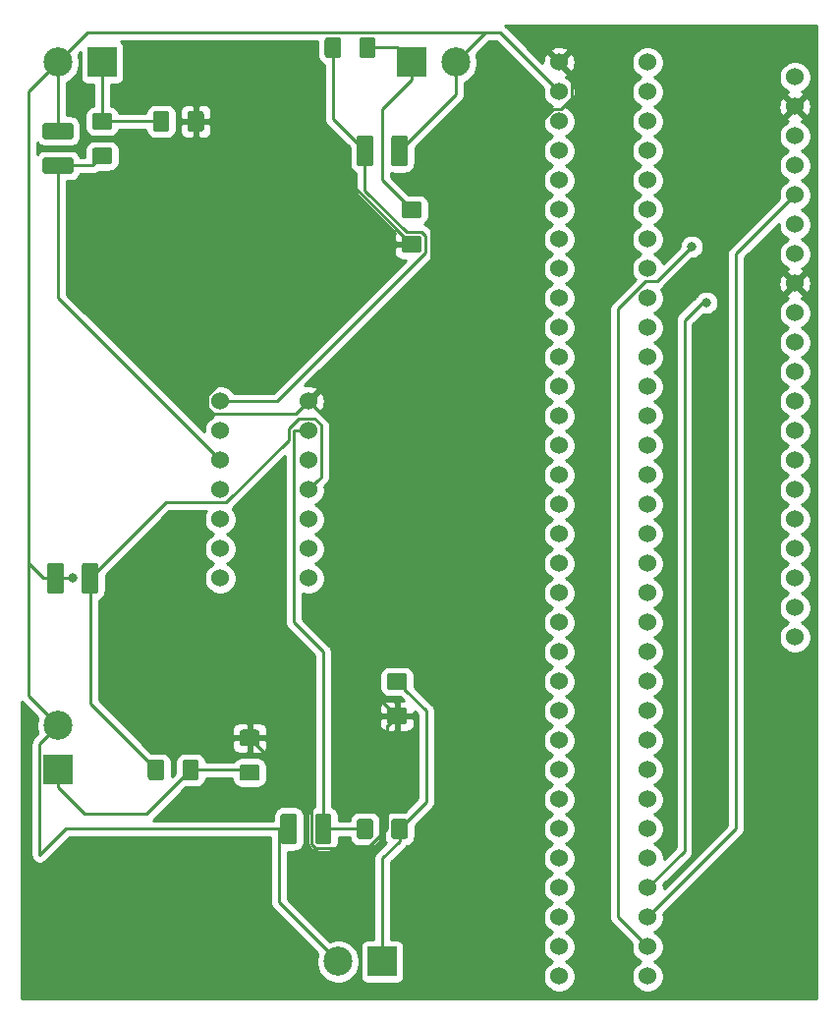
<source format=gtl>
G04 #@! TF.GenerationSoftware,KiCad,Pcbnew,(5.1.0)-1*
G04 #@! TF.CreationDate,2019-04-18T19:34:27-04:00*
G04 #@! TF.ProjectId,Gen1,47656e31-2e6b-4696-9361-645f70636258,1*
G04 #@! TF.SameCoordinates,Original*
G04 #@! TF.FileFunction,Copper,L1,Top*
G04 #@! TF.FilePolarity,Positive*
%FSLAX46Y46*%
G04 Gerber Fmt 4.6, Leading zero omitted, Abs format (unit mm)*
G04 Created by KiCad (PCBNEW (5.1.0)-1) date 2019-04-18 19:34:27*
%MOMM*%
%LPD*%
G04 APERTURE LIST*
%ADD10C,1.524000*%
%ADD11C,0.100000*%
%ADD12C,1.425000*%
%ADD13C,2.499360*%
%ADD14R,2.499360X2.499360*%
%ADD15C,0.800000*%
%ADD16C,0.250000*%
%ADD17C,0.254000*%
G04 APERTURE END LIST*
D10*
X67310000Y-35560000D03*
X67310000Y-38100000D03*
X67310000Y-40640000D03*
X67310000Y-45720000D03*
X67310000Y-43180000D03*
X67310000Y-48260000D03*
X67310000Y-50800000D03*
X67310000Y-53340000D03*
X67310000Y-55880000D03*
X67310000Y-58420000D03*
X67310000Y-60960000D03*
X67310000Y-63500000D03*
X67310000Y-66040000D03*
X67310000Y-68580000D03*
X67310000Y-71120000D03*
X67310000Y-73660000D03*
X67310000Y-76200000D03*
X67310000Y-78740000D03*
X67310000Y-81280000D03*
X67310000Y-83820000D03*
X67310000Y-86360000D03*
X67310000Y-88900000D03*
X67310000Y-91440000D03*
X67310000Y-93980000D03*
X67310000Y-96520000D03*
X67310000Y-99060000D03*
X67310000Y-101600000D03*
X67310000Y-104140000D03*
X67310000Y-106680000D03*
X67310000Y-109220000D03*
X67310000Y-111760000D03*
X67310000Y-114300000D03*
D11*
G36*
X17609504Y-43738704D02*
G01*
X17633773Y-43742304D01*
X17657571Y-43748265D01*
X17680671Y-43756530D01*
X17702849Y-43767020D01*
X17723893Y-43779633D01*
X17743598Y-43794247D01*
X17761777Y-43810723D01*
X17778253Y-43828902D01*
X17792867Y-43848607D01*
X17805480Y-43869651D01*
X17815970Y-43891829D01*
X17824235Y-43914929D01*
X17830196Y-43938727D01*
X17833796Y-43962996D01*
X17835000Y-43987500D01*
X17835000Y-44912500D01*
X17833796Y-44937004D01*
X17830196Y-44961273D01*
X17824235Y-44985071D01*
X17815970Y-45008171D01*
X17805480Y-45030349D01*
X17792867Y-45051393D01*
X17778253Y-45071098D01*
X17761777Y-45089277D01*
X17743598Y-45105753D01*
X17723893Y-45120367D01*
X17702849Y-45132980D01*
X17680671Y-45143470D01*
X17657571Y-45151735D01*
X17633773Y-45157696D01*
X17609504Y-45161296D01*
X17585000Y-45162500D01*
X15435000Y-45162500D01*
X15410496Y-45161296D01*
X15386227Y-45157696D01*
X15362429Y-45151735D01*
X15339329Y-45143470D01*
X15317151Y-45132980D01*
X15296107Y-45120367D01*
X15276402Y-45105753D01*
X15258223Y-45089277D01*
X15241747Y-45071098D01*
X15227133Y-45051393D01*
X15214520Y-45030349D01*
X15204030Y-45008171D01*
X15195765Y-44985071D01*
X15189804Y-44961273D01*
X15186204Y-44937004D01*
X15185000Y-44912500D01*
X15185000Y-43987500D01*
X15186204Y-43962996D01*
X15189804Y-43938727D01*
X15195765Y-43914929D01*
X15204030Y-43891829D01*
X15214520Y-43869651D01*
X15227133Y-43848607D01*
X15241747Y-43828902D01*
X15258223Y-43810723D01*
X15276402Y-43794247D01*
X15296107Y-43779633D01*
X15317151Y-43767020D01*
X15339329Y-43756530D01*
X15362429Y-43748265D01*
X15386227Y-43742304D01*
X15410496Y-43738704D01*
X15435000Y-43737500D01*
X17585000Y-43737500D01*
X17609504Y-43738704D01*
X17609504Y-43738704D01*
G37*
D12*
X16510000Y-44450000D03*
D11*
G36*
X17609504Y-40763704D02*
G01*
X17633773Y-40767304D01*
X17657571Y-40773265D01*
X17680671Y-40781530D01*
X17702849Y-40792020D01*
X17723893Y-40804633D01*
X17743598Y-40819247D01*
X17761777Y-40835723D01*
X17778253Y-40853902D01*
X17792867Y-40873607D01*
X17805480Y-40894651D01*
X17815970Y-40916829D01*
X17824235Y-40939929D01*
X17830196Y-40963727D01*
X17833796Y-40987996D01*
X17835000Y-41012500D01*
X17835000Y-41937500D01*
X17833796Y-41962004D01*
X17830196Y-41986273D01*
X17824235Y-42010071D01*
X17815970Y-42033171D01*
X17805480Y-42055349D01*
X17792867Y-42076393D01*
X17778253Y-42096098D01*
X17761777Y-42114277D01*
X17743598Y-42130753D01*
X17723893Y-42145367D01*
X17702849Y-42157980D01*
X17680671Y-42168470D01*
X17657571Y-42176735D01*
X17633773Y-42182696D01*
X17609504Y-42186296D01*
X17585000Y-42187500D01*
X15435000Y-42187500D01*
X15410496Y-42186296D01*
X15386227Y-42182696D01*
X15362429Y-42176735D01*
X15339329Y-42168470D01*
X15317151Y-42157980D01*
X15296107Y-42145367D01*
X15276402Y-42130753D01*
X15258223Y-42114277D01*
X15241747Y-42096098D01*
X15227133Y-42076393D01*
X15214520Y-42055349D01*
X15204030Y-42033171D01*
X15195765Y-42010071D01*
X15189804Y-41986273D01*
X15186204Y-41962004D01*
X15185000Y-41937500D01*
X15185000Y-41012500D01*
X15186204Y-40987996D01*
X15189804Y-40963727D01*
X15195765Y-40939929D01*
X15204030Y-40916829D01*
X15214520Y-40894651D01*
X15227133Y-40873607D01*
X15241747Y-40853902D01*
X15258223Y-40835723D01*
X15276402Y-40819247D01*
X15296107Y-40804633D01*
X15317151Y-40792020D01*
X15339329Y-40781530D01*
X15362429Y-40773265D01*
X15386227Y-40767304D01*
X15410496Y-40763704D01*
X15435000Y-40762500D01*
X17585000Y-40762500D01*
X17609504Y-40763704D01*
X17609504Y-40763704D01*
G37*
D12*
X16510000Y-41475000D03*
D11*
G36*
X46424504Y-41856204D02*
G01*
X46448773Y-41859804D01*
X46472571Y-41865765D01*
X46495671Y-41874030D01*
X46517849Y-41884520D01*
X46538893Y-41897133D01*
X46558598Y-41911747D01*
X46576777Y-41928223D01*
X46593253Y-41946402D01*
X46607867Y-41966107D01*
X46620480Y-41987151D01*
X46630970Y-42009329D01*
X46639235Y-42032429D01*
X46645196Y-42056227D01*
X46648796Y-42080496D01*
X46650000Y-42105000D01*
X46650000Y-44255000D01*
X46648796Y-44279504D01*
X46645196Y-44303773D01*
X46639235Y-44327571D01*
X46630970Y-44350671D01*
X46620480Y-44372849D01*
X46607867Y-44393893D01*
X46593253Y-44413598D01*
X46576777Y-44431777D01*
X46558598Y-44448253D01*
X46538893Y-44462867D01*
X46517849Y-44475480D01*
X46495671Y-44485970D01*
X46472571Y-44494235D01*
X46448773Y-44500196D01*
X46424504Y-44503796D01*
X46400000Y-44505000D01*
X45475000Y-44505000D01*
X45450496Y-44503796D01*
X45426227Y-44500196D01*
X45402429Y-44494235D01*
X45379329Y-44485970D01*
X45357151Y-44475480D01*
X45336107Y-44462867D01*
X45316402Y-44448253D01*
X45298223Y-44431777D01*
X45281747Y-44413598D01*
X45267133Y-44393893D01*
X45254520Y-44372849D01*
X45244030Y-44350671D01*
X45235765Y-44327571D01*
X45229804Y-44303773D01*
X45226204Y-44279504D01*
X45225000Y-44255000D01*
X45225000Y-42105000D01*
X45226204Y-42080496D01*
X45229804Y-42056227D01*
X45235765Y-42032429D01*
X45244030Y-42009329D01*
X45254520Y-41987151D01*
X45267133Y-41966107D01*
X45281747Y-41946402D01*
X45298223Y-41928223D01*
X45316402Y-41911747D01*
X45336107Y-41897133D01*
X45357151Y-41884520D01*
X45379329Y-41874030D01*
X45402429Y-41865765D01*
X45426227Y-41859804D01*
X45450496Y-41856204D01*
X45475000Y-41855000D01*
X46400000Y-41855000D01*
X46424504Y-41856204D01*
X46424504Y-41856204D01*
G37*
D12*
X45937500Y-43180000D03*
D11*
G36*
X43449504Y-41856204D02*
G01*
X43473773Y-41859804D01*
X43497571Y-41865765D01*
X43520671Y-41874030D01*
X43542849Y-41884520D01*
X43563893Y-41897133D01*
X43583598Y-41911747D01*
X43601777Y-41928223D01*
X43618253Y-41946402D01*
X43632867Y-41966107D01*
X43645480Y-41987151D01*
X43655970Y-42009329D01*
X43664235Y-42032429D01*
X43670196Y-42056227D01*
X43673796Y-42080496D01*
X43675000Y-42105000D01*
X43675000Y-44255000D01*
X43673796Y-44279504D01*
X43670196Y-44303773D01*
X43664235Y-44327571D01*
X43655970Y-44350671D01*
X43645480Y-44372849D01*
X43632867Y-44393893D01*
X43618253Y-44413598D01*
X43601777Y-44431777D01*
X43583598Y-44448253D01*
X43563893Y-44462867D01*
X43542849Y-44475480D01*
X43520671Y-44485970D01*
X43497571Y-44494235D01*
X43473773Y-44500196D01*
X43449504Y-44503796D01*
X43425000Y-44505000D01*
X42500000Y-44505000D01*
X42475496Y-44503796D01*
X42451227Y-44500196D01*
X42427429Y-44494235D01*
X42404329Y-44485970D01*
X42382151Y-44475480D01*
X42361107Y-44462867D01*
X42341402Y-44448253D01*
X42323223Y-44431777D01*
X42306747Y-44413598D01*
X42292133Y-44393893D01*
X42279520Y-44372849D01*
X42269030Y-44350671D01*
X42260765Y-44327571D01*
X42254804Y-44303773D01*
X42251204Y-44279504D01*
X42250000Y-44255000D01*
X42250000Y-42105000D01*
X42251204Y-42080496D01*
X42254804Y-42056227D01*
X42260765Y-42032429D01*
X42269030Y-42009329D01*
X42279520Y-41987151D01*
X42292133Y-41966107D01*
X42306747Y-41946402D01*
X42323223Y-41928223D01*
X42341402Y-41911747D01*
X42361107Y-41897133D01*
X42382151Y-41884520D01*
X42404329Y-41874030D01*
X42427429Y-41865765D01*
X42451227Y-41859804D01*
X42475496Y-41856204D01*
X42500000Y-41855000D01*
X43425000Y-41855000D01*
X43449504Y-41856204D01*
X43449504Y-41856204D01*
G37*
D12*
X42962500Y-43180000D03*
D11*
G36*
X19754504Y-78686204D02*
G01*
X19778773Y-78689804D01*
X19802571Y-78695765D01*
X19825671Y-78704030D01*
X19847849Y-78714520D01*
X19868893Y-78727133D01*
X19888598Y-78741747D01*
X19906777Y-78758223D01*
X19923253Y-78776402D01*
X19937867Y-78796107D01*
X19950480Y-78817151D01*
X19960970Y-78839329D01*
X19969235Y-78862429D01*
X19975196Y-78886227D01*
X19978796Y-78910496D01*
X19980000Y-78935000D01*
X19980000Y-81085000D01*
X19978796Y-81109504D01*
X19975196Y-81133773D01*
X19969235Y-81157571D01*
X19960970Y-81180671D01*
X19950480Y-81202849D01*
X19937867Y-81223893D01*
X19923253Y-81243598D01*
X19906777Y-81261777D01*
X19888598Y-81278253D01*
X19868893Y-81292867D01*
X19847849Y-81305480D01*
X19825671Y-81315970D01*
X19802571Y-81324235D01*
X19778773Y-81330196D01*
X19754504Y-81333796D01*
X19730000Y-81335000D01*
X18805000Y-81335000D01*
X18780496Y-81333796D01*
X18756227Y-81330196D01*
X18732429Y-81324235D01*
X18709329Y-81315970D01*
X18687151Y-81305480D01*
X18666107Y-81292867D01*
X18646402Y-81278253D01*
X18628223Y-81261777D01*
X18611747Y-81243598D01*
X18597133Y-81223893D01*
X18584520Y-81202849D01*
X18574030Y-81180671D01*
X18565765Y-81157571D01*
X18559804Y-81133773D01*
X18556204Y-81109504D01*
X18555000Y-81085000D01*
X18555000Y-78935000D01*
X18556204Y-78910496D01*
X18559804Y-78886227D01*
X18565765Y-78862429D01*
X18574030Y-78839329D01*
X18584520Y-78817151D01*
X18597133Y-78796107D01*
X18611747Y-78776402D01*
X18628223Y-78758223D01*
X18646402Y-78741747D01*
X18666107Y-78727133D01*
X18687151Y-78714520D01*
X18709329Y-78704030D01*
X18732429Y-78695765D01*
X18756227Y-78689804D01*
X18780496Y-78686204D01*
X18805000Y-78685000D01*
X19730000Y-78685000D01*
X19754504Y-78686204D01*
X19754504Y-78686204D01*
G37*
D12*
X19267500Y-80010000D03*
D11*
G36*
X16779504Y-78686204D02*
G01*
X16803773Y-78689804D01*
X16827571Y-78695765D01*
X16850671Y-78704030D01*
X16872849Y-78714520D01*
X16893893Y-78727133D01*
X16913598Y-78741747D01*
X16931777Y-78758223D01*
X16948253Y-78776402D01*
X16962867Y-78796107D01*
X16975480Y-78817151D01*
X16985970Y-78839329D01*
X16994235Y-78862429D01*
X17000196Y-78886227D01*
X17003796Y-78910496D01*
X17005000Y-78935000D01*
X17005000Y-81085000D01*
X17003796Y-81109504D01*
X17000196Y-81133773D01*
X16994235Y-81157571D01*
X16985970Y-81180671D01*
X16975480Y-81202849D01*
X16962867Y-81223893D01*
X16948253Y-81243598D01*
X16931777Y-81261777D01*
X16913598Y-81278253D01*
X16893893Y-81292867D01*
X16872849Y-81305480D01*
X16850671Y-81315970D01*
X16827571Y-81324235D01*
X16803773Y-81330196D01*
X16779504Y-81333796D01*
X16755000Y-81335000D01*
X15830000Y-81335000D01*
X15805496Y-81333796D01*
X15781227Y-81330196D01*
X15757429Y-81324235D01*
X15734329Y-81315970D01*
X15712151Y-81305480D01*
X15691107Y-81292867D01*
X15671402Y-81278253D01*
X15653223Y-81261777D01*
X15636747Y-81243598D01*
X15622133Y-81223893D01*
X15609520Y-81202849D01*
X15599030Y-81180671D01*
X15590765Y-81157571D01*
X15584804Y-81133773D01*
X15581204Y-81109504D01*
X15580000Y-81085000D01*
X15580000Y-78935000D01*
X15581204Y-78910496D01*
X15584804Y-78886227D01*
X15590765Y-78862429D01*
X15599030Y-78839329D01*
X15609520Y-78817151D01*
X15622133Y-78796107D01*
X15636747Y-78776402D01*
X15653223Y-78758223D01*
X15671402Y-78741747D01*
X15691107Y-78727133D01*
X15712151Y-78714520D01*
X15734329Y-78704030D01*
X15757429Y-78695765D01*
X15781227Y-78689804D01*
X15805496Y-78686204D01*
X15830000Y-78685000D01*
X16755000Y-78685000D01*
X16779504Y-78686204D01*
X16779504Y-78686204D01*
G37*
D12*
X16292500Y-80010000D03*
D11*
G36*
X36882004Y-100276204D02*
G01*
X36906273Y-100279804D01*
X36930071Y-100285765D01*
X36953171Y-100294030D01*
X36975349Y-100304520D01*
X36996393Y-100317133D01*
X37016098Y-100331747D01*
X37034277Y-100348223D01*
X37050753Y-100366402D01*
X37065367Y-100386107D01*
X37077980Y-100407151D01*
X37088470Y-100429329D01*
X37096735Y-100452429D01*
X37102696Y-100476227D01*
X37106296Y-100500496D01*
X37107500Y-100525000D01*
X37107500Y-102675000D01*
X37106296Y-102699504D01*
X37102696Y-102723773D01*
X37096735Y-102747571D01*
X37088470Y-102770671D01*
X37077980Y-102792849D01*
X37065367Y-102813893D01*
X37050753Y-102833598D01*
X37034277Y-102851777D01*
X37016098Y-102868253D01*
X36996393Y-102882867D01*
X36975349Y-102895480D01*
X36953171Y-102905970D01*
X36930071Y-102914235D01*
X36906273Y-102920196D01*
X36882004Y-102923796D01*
X36857500Y-102925000D01*
X35932500Y-102925000D01*
X35907996Y-102923796D01*
X35883727Y-102920196D01*
X35859929Y-102914235D01*
X35836829Y-102905970D01*
X35814651Y-102895480D01*
X35793607Y-102882867D01*
X35773902Y-102868253D01*
X35755723Y-102851777D01*
X35739247Y-102833598D01*
X35724633Y-102813893D01*
X35712020Y-102792849D01*
X35701530Y-102770671D01*
X35693265Y-102747571D01*
X35687304Y-102723773D01*
X35683704Y-102699504D01*
X35682500Y-102675000D01*
X35682500Y-100525000D01*
X35683704Y-100500496D01*
X35687304Y-100476227D01*
X35693265Y-100452429D01*
X35701530Y-100429329D01*
X35712020Y-100407151D01*
X35724633Y-100386107D01*
X35739247Y-100366402D01*
X35755723Y-100348223D01*
X35773902Y-100331747D01*
X35793607Y-100317133D01*
X35814651Y-100304520D01*
X35836829Y-100294030D01*
X35859929Y-100285765D01*
X35883727Y-100279804D01*
X35907996Y-100276204D01*
X35932500Y-100275000D01*
X36857500Y-100275000D01*
X36882004Y-100276204D01*
X36882004Y-100276204D01*
G37*
D12*
X36395000Y-101600000D03*
D11*
G36*
X39857004Y-100276204D02*
G01*
X39881273Y-100279804D01*
X39905071Y-100285765D01*
X39928171Y-100294030D01*
X39950349Y-100304520D01*
X39971393Y-100317133D01*
X39991098Y-100331747D01*
X40009277Y-100348223D01*
X40025753Y-100366402D01*
X40040367Y-100386107D01*
X40052980Y-100407151D01*
X40063470Y-100429329D01*
X40071735Y-100452429D01*
X40077696Y-100476227D01*
X40081296Y-100500496D01*
X40082500Y-100525000D01*
X40082500Y-102675000D01*
X40081296Y-102699504D01*
X40077696Y-102723773D01*
X40071735Y-102747571D01*
X40063470Y-102770671D01*
X40052980Y-102792849D01*
X40040367Y-102813893D01*
X40025753Y-102833598D01*
X40009277Y-102851777D01*
X39991098Y-102868253D01*
X39971393Y-102882867D01*
X39950349Y-102895480D01*
X39928171Y-102905970D01*
X39905071Y-102914235D01*
X39881273Y-102920196D01*
X39857004Y-102923796D01*
X39832500Y-102925000D01*
X38907500Y-102925000D01*
X38882996Y-102923796D01*
X38858727Y-102920196D01*
X38834929Y-102914235D01*
X38811829Y-102905970D01*
X38789651Y-102895480D01*
X38768607Y-102882867D01*
X38748902Y-102868253D01*
X38730723Y-102851777D01*
X38714247Y-102833598D01*
X38699633Y-102813893D01*
X38687020Y-102792849D01*
X38676530Y-102770671D01*
X38668265Y-102747571D01*
X38662304Y-102723773D01*
X38658704Y-102699504D01*
X38657500Y-102675000D01*
X38657500Y-100525000D01*
X38658704Y-100500496D01*
X38662304Y-100476227D01*
X38668265Y-100452429D01*
X38676530Y-100429329D01*
X38687020Y-100407151D01*
X38699633Y-100386107D01*
X38714247Y-100366402D01*
X38730723Y-100348223D01*
X38748902Y-100331747D01*
X38768607Y-100317133D01*
X38789651Y-100304520D01*
X38811829Y-100294030D01*
X38834929Y-100285765D01*
X38858727Y-100279804D01*
X38882996Y-100276204D01*
X38907500Y-100275000D01*
X39832500Y-100275000D01*
X39857004Y-100276204D01*
X39857004Y-100276204D01*
G37*
D12*
X39370000Y-101600000D03*
D10*
X59690000Y-114300000D03*
X59690000Y-111760000D03*
X59690000Y-109220000D03*
X59690000Y-106680000D03*
X59690000Y-104140000D03*
X59690000Y-101600000D03*
X59690000Y-99060000D03*
X59690000Y-96520000D03*
X59690000Y-93980000D03*
X59690000Y-91440000D03*
X59690000Y-88900000D03*
X59690000Y-86360000D03*
X59690000Y-83820000D03*
X59690000Y-81280000D03*
X59690000Y-78740000D03*
X59690000Y-76200000D03*
X59690000Y-73660000D03*
X59690000Y-71120000D03*
X59690000Y-68580000D03*
X59690000Y-66040000D03*
X59690000Y-63500000D03*
X59690000Y-60960000D03*
X59690000Y-58420000D03*
X59690000Y-55880000D03*
X59690000Y-53340000D03*
X59690000Y-50800000D03*
X59690000Y-48260000D03*
X59690000Y-43180000D03*
X59690000Y-45720000D03*
X59690000Y-40640000D03*
X59690000Y-38100000D03*
X59690000Y-35560000D03*
X30480000Y-64770000D03*
X38100000Y-64770000D03*
X30480000Y-67310000D03*
X38100000Y-67310000D03*
X30480000Y-69850000D03*
X38100000Y-69850000D03*
X30480000Y-72390000D03*
X38100000Y-72390000D03*
X30480000Y-74930000D03*
X38100000Y-74930000D03*
X30480000Y-77470000D03*
X38100000Y-77470000D03*
X30480000Y-80010000D03*
X38100000Y-80010000D03*
X80010000Y-85090000D03*
X80010000Y-82550000D03*
X80010000Y-80010000D03*
X80010000Y-77470000D03*
X80010000Y-74930000D03*
X80010000Y-72390000D03*
X80010000Y-69850000D03*
X80010000Y-67310000D03*
X80010000Y-64770000D03*
X80010000Y-59690000D03*
X80010000Y-62230000D03*
X80010000Y-57150000D03*
X80010000Y-54610000D03*
X80010000Y-52070000D03*
X80010000Y-49530000D03*
X80010000Y-46990000D03*
X80010000Y-44450000D03*
X80010000Y-41910000D03*
X80010000Y-39370000D03*
X80010000Y-36830000D03*
D11*
G36*
X25887004Y-39766204D02*
G01*
X25911273Y-39769804D01*
X25935071Y-39775765D01*
X25958171Y-39784030D01*
X25980349Y-39794520D01*
X26001393Y-39807133D01*
X26021098Y-39821747D01*
X26039277Y-39838223D01*
X26055753Y-39856402D01*
X26070367Y-39876107D01*
X26082980Y-39897151D01*
X26093470Y-39919329D01*
X26101735Y-39942429D01*
X26107696Y-39966227D01*
X26111296Y-39990496D01*
X26112500Y-40015000D01*
X26112500Y-41265000D01*
X26111296Y-41289504D01*
X26107696Y-41313773D01*
X26101735Y-41337571D01*
X26093470Y-41360671D01*
X26082980Y-41382849D01*
X26070367Y-41403893D01*
X26055753Y-41423598D01*
X26039277Y-41441777D01*
X26021098Y-41458253D01*
X26001393Y-41472867D01*
X25980349Y-41485480D01*
X25958171Y-41495970D01*
X25935071Y-41504235D01*
X25911273Y-41510196D01*
X25887004Y-41513796D01*
X25862500Y-41515000D01*
X24937500Y-41515000D01*
X24912996Y-41513796D01*
X24888727Y-41510196D01*
X24864929Y-41504235D01*
X24841829Y-41495970D01*
X24819651Y-41485480D01*
X24798607Y-41472867D01*
X24778902Y-41458253D01*
X24760723Y-41441777D01*
X24744247Y-41423598D01*
X24729633Y-41403893D01*
X24717020Y-41382849D01*
X24706530Y-41360671D01*
X24698265Y-41337571D01*
X24692304Y-41313773D01*
X24688704Y-41289504D01*
X24687500Y-41265000D01*
X24687500Y-40015000D01*
X24688704Y-39990496D01*
X24692304Y-39966227D01*
X24698265Y-39942429D01*
X24706530Y-39919329D01*
X24717020Y-39897151D01*
X24729633Y-39876107D01*
X24744247Y-39856402D01*
X24760723Y-39838223D01*
X24778902Y-39821747D01*
X24798607Y-39807133D01*
X24819651Y-39794520D01*
X24841829Y-39784030D01*
X24864929Y-39775765D01*
X24888727Y-39769804D01*
X24912996Y-39766204D01*
X24937500Y-39765000D01*
X25862500Y-39765000D01*
X25887004Y-39766204D01*
X25887004Y-39766204D01*
G37*
D12*
X25400000Y-40640000D03*
D11*
G36*
X28862004Y-39766204D02*
G01*
X28886273Y-39769804D01*
X28910071Y-39775765D01*
X28933171Y-39784030D01*
X28955349Y-39794520D01*
X28976393Y-39807133D01*
X28996098Y-39821747D01*
X29014277Y-39838223D01*
X29030753Y-39856402D01*
X29045367Y-39876107D01*
X29057980Y-39897151D01*
X29068470Y-39919329D01*
X29076735Y-39942429D01*
X29082696Y-39966227D01*
X29086296Y-39990496D01*
X29087500Y-40015000D01*
X29087500Y-41265000D01*
X29086296Y-41289504D01*
X29082696Y-41313773D01*
X29076735Y-41337571D01*
X29068470Y-41360671D01*
X29057980Y-41382849D01*
X29045367Y-41403893D01*
X29030753Y-41423598D01*
X29014277Y-41441777D01*
X28996098Y-41458253D01*
X28976393Y-41472867D01*
X28955349Y-41485480D01*
X28933171Y-41495970D01*
X28910071Y-41504235D01*
X28886273Y-41510196D01*
X28862004Y-41513796D01*
X28837500Y-41515000D01*
X27912500Y-41515000D01*
X27887996Y-41513796D01*
X27863727Y-41510196D01*
X27839929Y-41504235D01*
X27816829Y-41495970D01*
X27794651Y-41485480D01*
X27773607Y-41472867D01*
X27753902Y-41458253D01*
X27735723Y-41441777D01*
X27719247Y-41423598D01*
X27704633Y-41403893D01*
X27692020Y-41382849D01*
X27681530Y-41360671D01*
X27673265Y-41337571D01*
X27667304Y-41313773D01*
X27663704Y-41289504D01*
X27662500Y-41265000D01*
X27662500Y-40015000D01*
X27663704Y-39990496D01*
X27667304Y-39966227D01*
X27673265Y-39942429D01*
X27681530Y-39919329D01*
X27692020Y-39897151D01*
X27704633Y-39876107D01*
X27719247Y-39856402D01*
X27735723Y-39838223D01*
X27753902Y-39821747D01*
X27773607Y-39807133D01*
X27794651Y-39794520D01*
X27816829Y-39784030D01*
X27839929Y-39775765D01*
X27863727Y-39769804D01*
X27887996Y-39766204D01*
X27912500Y-39765000D01*
X28837500Y-39765000D01*
X28862004Y-39766204D01*
X28862004Y-39766204D01*
G37*
D12*
X28375000Y-40640000D03*
D11*
G36*
X20969504Y-42903704D02*
G01*
X20993773Y-42907304D01*
X21017571Y-42913265D01*
X21040671Y-42921530D01*
X21062849Y-42932020D01*
X21083893Y-42944633D01*
X21103598Y-42959247D01*
X21121777Y-42975723D01*
X21138253Y-42993902D01*
X21152867Y-43013607D01*
X21165480Y-43034651D01*
X21175970Y-43056829D01*
X21184235Y-43079929D01*
X21190196Y-43103727D01*
X21193796Y-43127996D01*
X21195000Y-43152500D01*
X21195000Y-44077500D01*
X21193796Y-44102004D01*
X21190196Y-44126273D01*
X21184235Y-44150071D01*
X21175970Y-44173171D01*
X21165480Y-44195349D01*
X21152867Y-44216393D01*
X21138253Y-44236098D01*
X21121777Y-44254277D01*
X21103598Y-44270753D01*
X21083893Y-44285367D01*
X21062849Y-44297980D01*
X21040671Y-44308470D01*
X21017571Y-44316735D01*
X20993773Y-44322696D01*
X20969504Y-44326296D01*
X20945000Y-44327500D01*
X19695000Y-44327500D01*
X19670496Y-44326296D01*
X19646227Y-44322696D01*
X19622429Y-44316735D01*
X19599329Y-44308470D01*
X19577151Y-44297980D01*
X19556107Y-44285367D01*
X19536402Y-44270753D01*
X19518223Y-44254277D01*
X19501747Y-44236098D01*
X19487133Y-44216393D01*
X19474520Y-44195349D01*
X19464030Y-44173171D01*
X19455765Y-44150071D01*
X19449804Y-44126273D01*
X19446204Y-44102004D01*
X19445000Y-44077500D01*
X19445000Y-43152500D01*
X19446204Y-43127996D01*
X19449804Y-43103727D01*
X19455765Y-43079929D01*
X19464030Y-43056829D01*
X19474520Y-43034651D01*
X19487133Y-43013607D01*
X19501747Y-42993902D01*
X19518223Y-42975723D01*
X19536402Y-42959247D01*
X19556107Y-42944633D01*
X19577151Y-42932020D01*
X19599329Y-42921530D01*
X19622429Y-42913265D01*
X19646227Y-42907304D01*
X19670496Y-42903704D01*
X19695000Y-42902500D01*
X20945000Y-42902500D01*
X20969504Y-42903704D01*
X20969504Y-42903704D01*
G37*
D12*
X20320000Y-43615000D03*
D11*
G36*
X20969504Y-39928704D02*
G01*
X20993773Y-39932304D01*
X21017571Y-39938265D01*
X21040671Y-39946530D01*
X21062849Y-39957020D01*
X21083893Y-39969633D01*
X21103598Y-39984247D01*
X21121777Y-40000723D01*
X21138253Y-40018902D01*
X21152867Y-40038607D01*
X21165480Y-40059651D01*
X21175970Y-40081829D01*
X21184235Y-40104929D01*
X21190196Y-40128727D01*
X21193796Y-40152996D01*
X21195000Y-40177500D01*
X21195000Y-41102500D01*
X21193796Y-41127004D01*
X21190196Y-41151273D01*
X21184235Y-41175071D01*
X21175970Y-41198171D01*
X21165480Y-41220349D01*
X21152867Y-41241393D01*
X21138253Y-41261098D01*
X21121777Y-41279277D01*
X21103598Y-41295753D01*
X21083893Y-41310367D01*
X21062849Y-41322980D01*
X21040671Y-41333470D01*
X21017571Y-41341735D01*
X20993773Y-41347696D01*
X20969504Y-41351296D01*
X20945000Y-41352500D01*
X19695000Y-41352500D01*
X19670496Y-41351296D01*
X19646227Y-41347696D01*
X19622429Y-41341735D01*
X19599329Y-41333470D01*
X19577151Y-41322980D01*
X19556107Y-41310367D01*
X19536402Y-41295753D01*
X19518223Y-41279277D01*
X19501747Y-41261098D01*
X19487133Y-41241393D01*
X19474520Y-41220349D01*
X19464030Y-41198171D01*
X19455765Y-41175071D01*
X19449804Y-41151273D01*
X19446204Y-41127004D01*
X19445000Y-41102500D01*
X19445000Y-40177500D01*
X19446204Y-40152996D01*
X19449804Y-40128727D01*
X19455765Y-40104929D01*
X19464030Y-40081829D01*
X19474520Y-40059651D01*
X19487133Y-40038607D01*
X19501747Y-40018902D01*
X19518223Y-40000723D01*
X19536402Y-39984247D01*
X19556107Y-39969633D01*
X19577151Y-39957020D01*
X19599329Y-39946530D01*
X19622429Y-39938265D01*
X19646227Y-39932304D01*
X19670496Y-39928704D01*
X19695000Y-39927500D01*
X20945000Y-39927500D01*
X20969504Y-39928704D01*
X20969504Y-39928704D01*
G37*
D12*
X20320000Y-40640000D03*
D11*
G36*
X47639504Y-47548704D02*
G01*
X47663773Y-47552304D01*
X47687571Y-47558265D01*
X47710671Y-47566530D01*
X47732849Y-47577020D01*
X47753893Y-47589633D01*
X47773598Y-47604247D01*
X47791777Y-47620723D01*
X47808253Y-47638902D01*
X47822867Y-47658607D01*
X47835480Y-47679651D01*
X47845970Y-47701829D01*
X47854235Y-47724929D01*
X47860196Y-47748727D01*
X47863796Y-47772996D01*
X47865000Y-47797500D01*
X47865000Y-48722500D01*
X47863796Y-48747004D01*
X47860196Y-48771273D01*
X47854235Y-48795071D01*
X47845970Y-48818171D01*
X47835480Y-48840349D01*
X47822867Y-48861393D01*
X47808253Y-48881098D01*
X47791777Y-48899277D01*
X47773598Y-48915753D01*
X47753893Y-48930367D01*
X47732849Y-48942980D01*
X47710671Y-48953470D01*
X47687571Y-48961735D01*
X47663773Y-48967696D01*
X47639504Y-48971296D01*
X47615000Y-48972500D01*
X46365000Y-48972500D01*
X46340496Y-48971296D01*
X46316227Y-48967696D01*
X46292429Y-48961735D01*
X46269329Y-48953470D01*
X46247151Y-48942980D01*
X46226107Y-48930367D01*
X46206402Y-48915753D01*
X46188223Y-48899277D01*
X46171747Y-48881098D01*
X46157133Y-48861393D01*
X46144520Y-48840349D01*
X46134030Y-48818171D01*
X46125765Y-48795071D01*
X46119804Y-48771273D01*
X46116204Y-48747004D01*
X46115000Y-48722500D01*
X46115000Y-47797500D01*
X46116204Y-47772996D01*
X46119804Y-47748727D01*
X46125765Y-47724929D01*
X46134030Y-47701829D01*
X46144520Y-47679651D01*
X46157133Y-47658607D01*
X46171747Y-47638902D01*
X46188223Y-47620723D01*
X46206402Y-47604247D01*
X46226107Y-47589633D01*
X46247151Y-47577020D01*
X46269329Y-47566530D01*
X46292429Y-47558265D01*
X46316227Y-47552304D01*
X46340496Y-47548704D01*
X46365000Y-47547500D01*
X47615000Y-47547500D01*
X47639504Y-47548704D01*
X47639504Y-47548704D01*
G37*
D12*
X46990000Y-48260000D03*
D11*
G36*
X47639504Y-50523704D02*
G01*
X47663773Y-50527304D01*
X47687571Y-50533265D01*
X47710671Y-50541530D01*
X47732849Y-50552020D01*
X47753893Y-50564633D01*
X47773598Y-50579247D01*
X47791777Y-50595723D01*
X47808253Y-50613902D01*
X47822867Y-50633607D01*
X47835480Y-50654651D01*
X47845970Y-50676829D01*
X47854235Y-50699929D01*
X47860196Y-50723727D01*
X47863796Y-50747996D01*
X47865000Y-50772500D01*
X47865000Y-51697500D01*
X47863796Y-51722004D01*
X47860196Y-51746273D01*
X47854235Y-51770071D01*
X47845970Y-51793171D01*
X47835480Y-51815349D01*
X47822867Y-51836393D01*
X47808253Y-51856098D01*
X47791777Y-51874277D01*
X47773598Y-51890753D01*
X47753893Y-51905367D01*
X47732849Y-51917980D01*
X47710671Y-51928470D01*
X47687571Y-51936735D01*
X47663773Y-51942696D01*
X47639504Y-51946296D01*
X47615000Y-51947500D01*
X46365000Y-51947500D01*
X46340496Y-51946296D01*
X46316227Y-51942696D01*
X46292429Y-51936735D01*
X46269329Y-51928470D01*
X46247151Y-51917980D01*
X46226107Y-51905367D01*
X46206402Y-51890753D01*
X46188223Y-51874277D01*
X46171747Y-51856098D01*
X46157133Y-51836393D01*
X46144520Y-51815349D01*
X46134030Y-51793171D01*
X46125765Y-51770071D01*
X46119804Y-51746273D01*
X46116204Y-51722004D01*
X46115000Y-51697500D01*
X46115000Y-50772500D01*
X46116204Y-50747996D01*
X46119804Y-50723727D01*
X46125765Y-50699929D01*
X46134030Y-50676829D01*
X46144520Y-50654651D01*
X46157133Y-50633607D01*
X46171747Y-50613902D01*
X46188223Y-50595723D01*
X46206402Y-50579247D01*
X46226107Y-50564633D01*
X46247151Y-50552020D01*
X46269329Y-50541530D01*
X46292429Y-50533265D01*
X46316227Y-50527304D01*
X46340496Y-50523704D01*
X46365000Y-50522500D01*
X47615000Y-50522500D01*
X47639504Y-50523704D01*
X47639504Y-50523704D01*
G37*
D12*
X46990000Y-51235000D03*
D11*
G36*
X40692004Y-33416204D02*
G01*
X40716273Y-33419804D01*
X40740071Y-33425765D01*
X40763171Y-33434030D01*
X40785349Y-33444520D01*
X40806393Y-33457133D01*
X40826098Y-33471747D01*
X40844277Y-33488223D01*
X40860753Y-33506402D01*
X40875367Y-33526107D01*
X40887980Y-33547151D01*
X40898470Y-33569329D01*
X40906735Y-33592429D01*
X40912696Y-33616227D01*
X40916296Y-33640496D01*
X40917500Y-33665000D01*
X40917500Y-34915000D01*
X40916296Y-34939504D01*
X40912696Y-34963773D01*
X40906735Y-34987571D01*
X40898470Y-35010671D01*
X40887980Y-35032849D01*
X40875367Y-35053893D01*
X40860753Y-35073598D01*
X40844277Y-35091777D01*
X40826098Y-35108253D01*
X40806393Y-35122867D01*
X40785349Y-35135480D01*
X40763171Y-35145970D01*
X40740071Y-35154235D01*
X40716273Y-35160196D01*
X40692004Y-35163796D01*
X40667500Y-35165000D01*
X39742500Y-35165000D01*
X39717996Y-35163796D01*
X39693727Y-35160196D01*
X39669929Y-35154235D01*
X39646829Y-35145970D01*
X39624651Y-35135480D01*
X39603607Y-35122867D01*
X39583902Y-35108253D01*
X39565723Y-35091777D01*
X39549247Y-35073598D01*
X39534633Y-35053893D01*
X39522020Y-35032849D01*
X39511530Y-35010671D01*
X39503265Y-34987571D01*
X39497304Y-34963773D01*
X39493704Y-34939504D01*
X39492500Y-34915000D01*
X39492500Y-33665000D01*
X39493704Y-33640496D01*
X39497304Y-33616227D01*
X39503265Y-33592429D01*
X39511530Y-33569329D01*
X39522020Y-33547151D01*
X39534633Y-33526107D01*
X39549247Y-33506402D01*
X39565723Y-33488223D01*
X39583902Y-33471747D01*
X39603607Y-33457133D01*
X39624651Y-33444520D01*
X39646829Y-33434030D01*
X39669929Y-33425765D01*
X39693727Y-33419804D01*
X39717996Y-33416204D01*
X39742500Y-33415000D01*
X40667500Y-33415000D01*
X40692004Y-33416204D01*
X40692004Y-33416204D01*
G37*
D12*
X40205000Y-34290000D03*
D11*
G36*
X43667004Y-33416204D02*
G01*
X43691273Y-33419804D01*
X43715071Y-33425765D01*
X43738171Y-33434030D01*
X43760349Y-33444520D01*
X43781393Y-33457133D01*
X43801098Y-33471747D01*
X43819277Y-33488223D01*
X43835753Y-33506402D01*
X43850367Y-33526107D01*
X43862980Y-33547151D01*
X43873470Y-33569329D01*
X43881735Y-33592429D01*
X43887696Y-33616227D01*
X43891296Y-33640496D01*
X43892500Y-33665000D01*
X43892500Y-34915000D01*
X43891296Y-34939504D01*
X43887696Y-34963773D01*
X43881735Y-34987571D01*
X43873470Y-35010671D01*
X43862980Y-35032849D01*
X43850367Y-35053893D01*
X43835753Y-35073598D01*
X43819277Y-35091777D01*
X43801098Y-35108253D01*
X43781393Y-35122867D01*
X43760349Y-35135480D01*
X43738171Y-35145970D01*
X43715071Y-35154235D01*
X43691273Y-35160196D01*
X43667004Y-35163796D01*
X43642500Y-35165000D01*
X42717500Y-35165000D01*
X42692996Y-35163796D01*
X42668727Y-35160196D01*
X42644929Y-35154235D01*
X42621829Y-35145970D01*
X42599651Y-35135480D01*
X42578607Y-35122867D01*
X42558902Y-35108253D01*
X42540723Y-35091777D01*
X42524247Y-35073598D01*
X42509633Y-35053893D01*
X42497020Y-35032849D01*
X42486530Y-35010671D01*
X42478265Y-34987571D01*
X42472304Y-34963773D01*
X42468704Y-34939504D01*
X42467500Y-34915000D01*
X42467500Y-33665000D01*
X42468704Y-33640496D01*
X42472304Y-33616227D01*
X42478265Y-33592429D01*
X42486530Y-33569329D01*
X42497020Y-33547151D01*
X42509633Y-33526107D01*
X42524247Y-33506402D01*
X42540723Y-33488223D01*
X42558902Y-33471747D01*
X42578607Y-33457133D01*
X42599651Y-33444520D01*
X42621829Y-33434030D01*
X42644929Y-33425765D01*
X42668727Y-33419804D01*
X42692996Y-33416204D01*
X42717500Y-33415000D01*
X43642500Y-33415000D01*
X43667004Y-33416204D01*
X43667004Y-33416204D01*
G37*
D12*
X43180000Y-34290000D03*
D11*
G36*
X28427004Y-95646204D02*
G01*
X28451273Y-95649804D01*
X28475071Y-95655765D01*
X28498171Y-95664030D01*
X28520349Y-95674520D01*
X28541393Y-95687133D01*
X28561098Y-95701747D01*
X28579277Y-95718223D01*
X28595753Y-95736402D01*
X28610367Y-95756107D01*
X28622980Y-95777151D01*
X28633470Y-95799329D01*
X28641735Y-95822429D01*
X28647696Y-95846227D01*
X28651296Y-95870496D01*
X28652500Y-95895000D01*
X28652500Y-97145000D01*
X28651296Y-97169504D01*
X28647696Y-97193773D01*
X28641735Y-97217571D01*
X28633470Y-97240671D01*
X28622980Y-97262849D01*
X28610367Y-97283893D01*
X28595753Y-97303598D01*
X28579277Y-97321777D01*
X28561098Y-97338253D01*
X28541393Y-97352867D01*
X28520349Y-97365480D01*
X28498171Y-97375970D01*
X28475071Y-97384235D01*
X28451273Y-97390196D01*
X28427004Y-97393796D01*
X28402500Y-97395000D01*
X27477500Y-97395000D01*
X27452996Y-97393796D01*
X27428727Y-97390196D01*
X27404929Y-97384235D01*
X27381829Y-97375970D01*
X27359651Y-97365480D01*
X27338607Y-97352867D01*
X27318902Y-97338253D01*
X27300723Y-97321777D01*
X27284247Y-97303598D01*
X27269633Y-97283893D01*
X27257020Y-97262849D01*
X27246530Y-97240671D01*
X27238265Y-97217571D01*
X27232304Y-97193773D01*
X27228704Y-97169504D01*
X27227500Y-97145000D01*
X27227500Y-95895000D01*
X27228704Y-95870496D01*
X27232304Y-95846227D01*
X27238265Y-95822429D01*
X27246530Y-95799329D01*
X27257020Y-95777151D01*
X27269633Y-95756107D01*
X27284247Y-95736402D01*
X27300723Y-95718223D01*
X27318902Y-95701747D01*
X27338607Y-95687133D01*
X27359651Y-95674520D01*
X27381829Y-95664030D01*
X27404929Y-95655765D01*
X27428727Y-95649804D01*
X27452996Y-95646204D01*
X27477500Y-95645000D01*
X28402500Y-95645000D01*
X28427004Y-95646204D01*
X28427004Y-95646204D01*
G37*
D12*
X27940000Y-96520000D03*
D11*
G36*
X25452004Y-95646204D02*
G01*
X25476273Y-95649804D01*
X25500071Y-95655765D01*
X25523171Y-95664030D01*
X25545349Y-95674520D01*
X25566393Y-95687133D01*
X25586098Y-95701747D01*
X25604277Y-95718223D01*
X25620753Y-95736402D01*
X25635367Y-95756107D01*
X25647980Y-95777151D01*
X25658470Y-95799329D01*
X25666735Y-95822429D01*
X25672696Y-95846227D01*
X25676296Y-95870496D01*
X25677500Y-95895000D01*
X25677500Y-97145000D01*
X25676296Y-97169504D01*
X25672696Y-97193773D01*
X25666735Y-97217571D01*
X25658470Y-97240671D01*
X25647980Y-97262849D01*
X25635367Y-97283893D01*
X25620753Y-97303598D01*
X25604277Y-97321777D01*
X25586098Y-97338253D01*
X25566393Y-97352867D01*
X25545349Y-97365480D01*
X25523171Y-97375970D01*
X25500071Y-97384235D01*
X25476273Y-97390196D01*
X25452004Y-97393796D01*
X25427500Y-97395000D01*
X24502500Y-97395000D01*
X24477996Y-97393796D01*
X24453727Y-97390196D01*
X24429929Y-97384235D01*
X24406829Y-97375970D01*
X24384651Y-97365480D01*
X24363607Y-97352867D01*
X24343902Y-97338253D01*
X24325723Y-97321777D01*
X24309247Y-97303598D01*
X24294633Y-97283893D01*
X24282020Y-97262849D01*
X24271530Y-97240671D01*
X24263265Y-97217571D01*
X24257304Y-97193773D01*
X24253704Y-97169504D01*
X24252500Y-97145000D01*
X24252500Y-95895000D01*
X24253704Y-95870496D01*
X24257304Y-95846227D01*
X24263265Y-95822429D01*
X24271530Y-95799329D01*
X24282020Y-95777151D01*
X24294633Y-95756107D01*
X24309247Y-95736402D01*
X24325723Y-95718223D01*
X24343902Y-95701747D01*
X24363607Y-95687133D01*
X24384651Y-95674520D01*
X24406829Y-95664030D01*
X24429929Y-95655765D01*
X24453727Y-95649804D01*
X24477996Y-95646204D01*
X24502500Y-95645000D01*
X25427500Y-95645000D01*
X25452004Y-95646204D01*
X25452004Y-95646204D01*
G37*
D12*
X24965000Y-96520000D03*
D11*
G36*
X46424504Y-100726204D02*
G01*
X46448773Y-100729804D01*
X46472571Y-100735765D01*
X46495671Y-100744030D01*
X46517849Y-100754520D01*
X46538893Y-100767133D01*
X46558598Y-100781747D01*
X46576777Y-100798223D01*
X46593253Y-100816402D01*
X46607867Y-100836107D01*
X46620480Y-100857151D01*
X46630970Y-100879329D01*
X46639235Y-100902429D01*
X46645196Y-100926227D01*
X46648796Y-100950496D01*
X46650000Y-100975000D01*
X46650000Y-102225000D01*
X46648796Y-102249504D01*
X46645196Y-102273773D01*
X46639235Y-102297571D01*
X46630970Y-102320671D01*
X46620480Y-102342849D01*
X46607867Y-102363893D01*
X46593253Y-102383598D01*
X46576777Y-102401777D01*
X46558598Y-102418253D01*
X46538893Y-102432867D01*
X46517849Y-102445480D01*
X46495671Y-102455970D01*
X46472571Y-102464235D01*
X46448773Y-102470196D01*
X46424504Y-102473796D01*
X46400000Y-102475000D01*
X45475000Y-102475000D01*
X45450496Y-102473796D01*
X45426227Y-102470196D01*
X45402429Y-102464235D01*
X45379329Y-102455970D01*
X45357151Y-102445480D01*
X45336107Y-102432867D01*
X45316402Y-102418253D01*
X45298223Y-102401777D01*
X45281747Y-102383598D01*
X45267133Y-102363893D01*
X45254520Y-102342849D01*
X45244030Y-102320671D01*
X45235765Y-102297571D01*
X45229804Y-102273773D01*
X45226204Y-102249504D01*
X45225000Y-102225000D01*
X45225000Y-100975000D01*
X45226204Y-100950496D01*
X45229804Y-100926227D01*
X45235765Y-100902429D01*
X45244030Y-100879329D01*
X45254520Y-100857151D01*
X45267133Y-100836107D01*
X45281747Y-100816402D01*
X45298223Y-100798223D01*
X45316402Y-100781747D01*
X45336107Y-100767133D01*
X45357151Y-100754520D01*
X45379329Y-100744030D01*
X45402429Y-100735765D01*
X45426227Y-100729804D01*
X45450496Y-100726204D01*
X45475000Y-100725000D01*
X46400000Y-100725000D01*
X46424504Y-100726204D01*
X46424504Y-100726204D01*
G37*
D12*
X45937500Y-101600000D03*
D11*
G36*
X43449504Y-100726204D02*
G01*
X43473773Y-100729804D01*
X43497571Y-100735765D01*
X43520671Y-100744030D01*
X43542849Y-100754520D01*
X43563893Y-100767133D01*
X43583598Y-100781747D01*
X43601777Y-100798223D01*
X43618253Y-100816402D01*
X43632867Y-100836107D01*
X43645480Y-100857151D01*
X43655970Y-100879329D01*
X43664235Y-100902429D01*
X43670196Y-100926227D01*
X43673796Y-100950496D01*
X43675000Y-100975000D01*
X43675000Y-102225000D01*
X43673796Y-102249504D01*
X43670196Y-102273773D01*
X43664235Y-102297571D01*
X43655970Y-102320671D01*
X43645480Y-102342849D01*
X43632867Y-102363893D01*
X43618253Y-102383598D01*
X43601777Y-102401777D01*
X43583598Y-102418253D01*
X43563893Y-102432867D01*
X43542849Y-102445480D01*
X43520671Y-102455970D01*
X43497571Y-102464235D01*
X43473773Y-102470196D01*
X43449504Y-102473796D01*
X43425000Y-102475000D01*
X42500000Y-102475000D01*
X42475496Y-102473796D01*
X42451227Y-102470196D01*
X42427429Y-102464235D01*
X42404329Y-102455970D01*
X42382151Y-102445480D01*
X42361107Y-102432867D01*
X42341402Y-102418253D01*
X42323223Y-102401777D01*
X42306747Y-102383598D01*
X42292133Y-102363893D01*
X42279520Y-102342849D01*
X42269030Y-102320671D01*
X42260765Y-102297571D01*
X42254804Y-102273773D01*
X42251204Y-102249504D01*
X42250000Y-102225000D01*
X42250000Y-100975000D01*
X42251204Y-100950496D01*
X42254804Y-100926227D01*
X42260765Y-100902429D01*
X42269030Y-100879329D01*
X42279520Y-100857151D01*
X42292133Y-100836107D01*
X42306747Y-100816402D01*
X42323223Y-100798223D01*
X42341402Y-100781747D01*
X42361107Y-100767133D01*
X42382151Y-100754520D01*
X42404329Y-100744030D01*
X42427429Y-100735765D01*
X42451227Y-100729804D01*
X42475496Y-100726204D01*
X42500000Y-100725000D01*
X43425000Y-100725000D01*
X43449504Y-100726204D01*
X43449504Y-100726204D01*
G37*
D12*
X42962500Y-101600000D03*
D11*
G36*
X33669504Y-93051204D02*
G01*
X33693773Y-93054804D01*
X33717571Y-93060765D01*
X33740671Y-93069030D01*
X33762849Y-93079520D01*
X33783893Y-93092133D01*
X33803598Y-93106747D01*
X33821777Y-93123223D01*
X33838253Y-93141402D01*
X33852867Y-93161107D01*
X33865480Y-93182151D01*
X33875970Y-93204329D01*
X33884235Y-93227429D01*
X33890196Y-93251227D01*
X33893796Y-93275496D01*
X33895000Y-93300000D01*
X33895000Y-94225000D01*
X33893796Y-94249504D01*
X33890196Y-94273773D01*
X33884235Y-94297571D01*
X33875970Y-94320671D01*
X33865480Y-94342849D01*
X33852867Y-94363893D01*
X33838253Y-94383598D01*
X33821777Y-94401777D01*
X33803598Y-94418253D01*
X33783893Y-94432867D01*
X33762849Y-94445480D01*
X33740671Y-94455970D01*
X33717571Y-94464235D01*
X33693773Y-94470196D01*
X33669504Y-94473796D01*
X33645000Y-94475000D01*
X32395000Y-94475000D01*
X32370496Y-94473796D01*
X32346227Y-94470196D01*
X32322429Y-94464235D01*
X32299329Y-94455970D01*
X32277151Y-94445480D01*
X32256107Y-94432867D01*
X32236402Y-94418253D01*
X32218223Y-94401777D01*
X32201747Y-94383598D01*
X32187133Y-94363893D01*
X32174520Y-94342849D01*
X32164030Y-94320671D01*
X32155765Y-94297571D01*
X32149804Y-94273773D01*
X32146204Y-94249504D01*
X32145000Y-94225000D01*
X32145000Y-93300000D01*
X32146204Y-93275496D01*
X32149804Y-93251227D01*
X32155765Y-93227429D01*
X32164030Y-93204329D01*
X32174520Y-93182151D01*
X32187133Y-93161107D01*
X32201747Y-93141402D01*
X32218223Y-93123223D01*
X32236402Y-93106747D01*
X32256107Y-93092133D01*
X32277151Y-93079520D01*
X32299329Y-93069030D01*
X32322429Y-93060765D01*
X32346227Y-93054804D01*
X32370496Y-93051204D01*
X32395000Y-93050000D01*
X33645000Y-93050000D01*
X33669504Y-93051204D01*
X33669504Y-93051204D01*
G37*
D12*
X33020000Y-93762500D03*
D11*
G36*
X33669504Y-96026204D02*
G01*
X33693773Y-96029804D01*
X33717571Y-96035765D01*
X33740671Y-96044030D01*
X33762849Y-96054520D01*
X33783893Y-96067133D01*
X33803598Y-96081747D01*
X33821777Y-96098223D01*
X33838253Y-96116402D01*
X33852867Y-96136107D01*
X33865480Y-96157151D01*
X33875970Y-96179329D01*
X33884235Y-96202429D01*
X33890196Y-96226227D01*
X33893796Y-96250496D01*
X33895000Y-96275000D01*
X33895000Y-97200000D01*
X33893796Y-97224504D01*
X33890196Y-97248773D01*
X33884235Y-97272571D01*
X33875970Y-97295671D01*
X33865480Y-97317849D01*
X33852867Y-97338893D01*
X33838253Y-97358598D01*
X33821777Y-97376777D01*
X33803598Y-97393253D01*
X33783893Y-97407867D01*
X33762849Y-97420480D01*
X33740671Y-97430970D01*
X33717571Y-97439235D01*
X33693773Y-97445196D01*
X33669504Y-97448796D01*
X33645000Y-97450000D01*
X32395000Y-97450000D01*
X32370496Y-97448796D01*
X32346227Y-97445196D01*
X32322429Y-97439235D01*
X32299329Y-97430970D01*
X32277151Y-97420480D01*
X32256107Y-97407867D01*
X32236402Y-97393253D01*
X32218223Y-97376777D01*
X32201747Y-97358598D01*
X32187133Y-97338893D01*
X32174520Y-97317849D01*
X32164030Y-97295671D01*
X32155765Y-97272571D01*
X32149804Y-97248773D01*
X32146204Y-97224504D01*
X32145000Y-97200000D01*
X32145000Y-96275000D01*
X32146204Y-96250496D01*
X32149804Y-96226227D01*
X32155765Y-96202429D01*
X32164030Y-96179329D01*
X32174520Y-96157151D01*
X32187133Y-96136107D01*
X32201747Y-96116402D01*
X32218223Y-96098223D01*
X32236402Y-96081747D01*
X32256107Y-96067133D01*
X32277151Y-96054520D01*
X32299329Y-96044030D01*
X32322429Y-96035765D01*
X32346227Y-96029804D01*
X32370496Y-96026204D01*
X32395000Y-96025000D01*
X33645000Y-96025000D01*
X33669504Y-96026204D01*
X33669504Y-96026204D01*
G37*
D12*
X33020000Y-96737500D03*
D11*
G36*
X46369504Y-91163704D02*
G01*
X46393773Y-91167304D01*
X46417571Y-91173265D01*
X46440671Y-91181530D01*
X46462849Y-91192020D01*
X46483893Y-91204633D01*
X46503598Y-91219247D01*
X46521777Y-91235723D01*
X46538253Y-91253902D01*
X46552867Y-91273607D01*
X46565480Y-91294651D01*
X46575970Y-91316829D01*
X46584235Y-91339929D01*
X46590196Y-91363727D01*
X46593796Y-91387996D01*
X46595000Y-91412500D01*
X46595000Y-92337500D01*
X46593796Y-92362004D01*
X46590196Y-92386273D01*
X46584235Y-92410071D01*
X46575970Y-92433171D01*
X46565480Y-92455349D01*
X46552867Y-92476393D01*
X46538253Y-92496098D01*
X46521777Y-92514277D01*
X46503598Y-92530753D01*
X46483893Y-92545367D01*
X46462849Y-92557980D01*
X46440671Y-92568470D01*
X46417571Y-92576735D01*
X46393773Y-92582696D01*
X46369504Y-92586296D01*
X46345000Y-92587500D01*
X45095000Y-92587500D01*
X45070496Y-92586296D01*
X45046227Y-92582696D01*
X45022429Y-92576735D01*
X44999329Y-92568470D01*
X44977151Y-92557980D01*
X44956107Y-92545367D01*
X44936402Y-92530753D01*
X44918223Y-92514277D01*
X44901747Y-92496098D01*
X44887133Y-92476393D01*
X44874520Y-92455349D01*
X44864030Y-92433171D01*
X44855765Y-92410071D01*
X44849804Y-92386273D01*
X44846204Y-92362004D01*
X44845000Y-92337500D01*
X44845000Y-91412500D01*
X44846204Y-91387996D01*
X44849804Y-91363727D01*
X44855765Y-91339929D01*
X44864030Y-91316829D01*
X44874520Y-91294651D01*
X44887133Y-91273607D01*
X44901747Y-91253902D01*
X44918223Y-91235723D01*
X44936402Y-91219247D01*
X44956107Y-91204633D01*
X44977151Y-91192020D01*
X44999329Y-91181530D01*
X45022429Y-91173265D01*
X45046227Y-91167304D01*
X45070496Y-91163704D01*
X45095000Y-91162500D01*
X46345000Y-91162500D01*
X46369504Y-91163704D01*
X46369504Y-91163704D01*
G37*
D12*
X45720000Y-91875000D03*
D11*
G36*
X46369504Y-88188704D02*
G01*
X46393773Y-88192304D01*
X46417571Y-88198265D01*
X46440671Y-88206530D01*
X46462849Y-88217020D01*
X46483893Y-88229633D01*
X46503598Y-88244247D01*
X46521777Y-88260723D01*
X46538253Y-88278902D01*
X46552867Y-88298607D01*
X46565480Y-88319651D01*
X46575970Y-88341829D01*
X46584235Y-88364929D01*
X46590196Y-88388727D01*
X46593796Y-88412996D01*
X46595000Y-88437500D01*
X46595000Y-89362500D01*
X46593796Y-89387004D01*
X46590196Y-89411273D01*
X46584235Y-89435071D01*
X46575970Y-89458171D01*
X46565480Y-89480349D01*
X46552867Y-89501393D01*
X46538253Y-89521098D01*
X46521777Y-89539277D01*
X46503598Y-89555753D01*
X46483893Y-89570367D01*
X46462849Y-89582980D01*
X46440671Y-89593470D01*
X46417571Y-89601735D01*
X46393773Y-89607696D01*
X46369504Y-89611296D01*
X46345000Y-89612500D01*
X45095000Y-89612500D01*
X45070496Y-89611296D01*
X45046227Y-89607696D01*
X45022429Y-89601735D01*
X44999329Y-89593470D01*
X44977151Y-89582980D01*
X44956107Y-89570367D01*
X44936402Y-89555753D01*
X44918223Y-89539277D01*
X44901747Y-89521098D01*
X44887133Y-89501393D01*
X44874520Y-89480349D01*
X44864030Y-89458171D01*
X44855765Y-89435071D01*
X44849804Y-89411273D01*
X44846204Y-89387004D01*
X44845000Y-89362500D01*
X44845000Y-88437500D01*
X44846204Y-88412996D01*
X44849804Y-88388727D01*
X44855765Y-88364929D01*
X44864030Y-88341829D01*
X44874520Y-88319651D01*
X44887133Y-88298607D01*
X44901747Y-88278902D01*
X44918223Y-88260723D01*
X44936402Y-88244247D01*
X44956107Y-88229633D01*
X44977151Y-88217020D01*
X44999329Y-88206530D01*
X45022429Y-88198265D01*
X45046227Y-88192304D01*
X45070496Y-88188704D01*
X45095000Y-88187500D01*
X46345000Y-88187500D01*
X46369504Y-88188704D01*
X46369504Y-88188704D01*
G37*
D12*
X45720000Y-88900000D03*
D13*
X16510000Y-35560000D03*
D14*
X20320000Y-35560000D03*
X46990000Y-35560000D03*
D13*
X50800000Y-35560000D03*
X16510000Y-92710000D03*
D14*
X16510000Y-96520000D03*
X44450000Y-113030000D03*
D13*
X40640000Y-113030000D03*
D15*
X17780000Y-80010000D03*
X71120000Y-51435000D03*
X72390000Y-56242001D03*
D16*
X16510000Y-38730690D02*
X16510000Y-41475000D01*
X16510000Y-35560000D02*
X16510000Y-38730690D01*
X16510000Y-35560000D02*
X19050000Y-33020000D01*
X54610000Y-33020000D02*
X59690000Y-38100000D01*
X19050000Y-33020000D02*
X54610000Y-33020000D01*
X53340000Y-33020000D02*
X50800000Y-35560000D01*
X54610000Y-33020000D02*
X53340000Y-33020000D01*
X16510000Y-35560000D02*
X13970000Y-38100000D01*
X13970000Y-38100000D02*
X13970000Y-78740000D01*
X15240000Y-80010000D02*
X16292500Y-80010000D01*
X13970000Y-78740000D02*
X15240000Y-80010000D01*
X13970000Y-90170000D02*
X16510000Y-92710000D01*
X13970000Y-78740000D02*
X13970000Y-90170000D01*
X50800000Y-38317500D02*
X45937500Y-43180000D01*
X50800000Y-35560000D02*
X50800000Y-38317500D01*
X14935319Y-94284681D02*
X14935319Y-103835319D01*
X16510000Y-92710000D02*
X14935319Y-94284681D01*
X14935319Y-103835319D02*
X17170638Y-101600000D01*
X35560000Y-107950000D02*
X40640000Y-113030000D01*
X35560000Y-101600000D02*
X35560000Y-107950000D01*
X35560000Y-101600000D02*
X36395000Y-101600000D01*
X17170638Y-101600000D02*
X35560000Y-101600000D01*
X16292500Y-80010000D02*
X17780000Y-80010000D01*
X67154237Y-54427001D02*
X64770000Y-56811238D01*
X71120000Y-51435000D02*
X68127999Y-54427001D01*
X68127999Y-54427001D02*
X67154237Y-54427001D01*
X64770000Y-109220000D02*
X67310000Y-111760000D01*
X64770000Y-56811238D02*
X64770000Y-109220000D01*
X67310000Y-109220000D02*
X74930000Y-101600000D01*
X74930000Y-52070000D02*
X80010000Y-46990000D01*
X74930000Y-101600000D02*
X74930000Y-52070000D01*
X70485000Y-103505000D02*
X70485000Y-57785000D01*
X67310000Y-106680000D02*
X70485000Y-103505000D01*
X70485000Y-57785000D02*
X72027999Y-56242001D01*
X72027999Y-56242001D02*
X72390000Y-56242001D01*
X36395000Y-40640000D02*
X46990000Y-51235000D01*
X28375000Y-40640000D02*
X36395000Y-40640000D01*
X38861999Y-64008001D02*
X38100000Y-64770000D01*
X48640019Y-54229981D02*
X38861999Y-64008001D01*
X48640019Y-50081219D02*
X48640019Y-54229981D01*
X59168239Y-39552999D02*
X48640019Y-50081219D01*
X59845763Y-39552999D02*
X59168239Y-39552999D01*
X60777001Y-38621761D02*
X59845763Y-39552999D01*
X60777001Y-36647001D02*
X60777001Y-38621761D01*
X59690000Y-35560000D02*
X60777001Y-36647001D01*
X37338001Y-65531999D02*
X38100000Y-64770000D01*
X37012999Y-65857001D02*
X37338001Y-65531999D01*
X29958239Y-65857001D02*
X37012999Y-65857001D01*
X29392999Y-65291761D02*
X29958239Y-65857001D01*
X42406238Y-51235000D02*
X29392999Y-64248239D01*
X29392999Y-64248239D02*
X29392999Y-65291761D01*
X46990000Y-51235000D02*
X42406238Y-51235000D01*
X38861999Y-65531999D02*
X38100000Y-64770000D01*
X44899990Y-92695010D02*
X44948653Y-92646347D01*
X44899990Y-101563200D02*
X44899990Y-92695010D01*
X43213180Y-103250010D02*
X44899990Y-101563200D01*
X38669320Y-103250010D02*
X43213180Y-103250010D01*
X44948653Y-92646347D02*
X45720000Y-91875000D01*
X38332490Y-102913180D02*
X38669320Y-103250010D01*
X38332490Y-99074990D02*
X38332490Y-102913180D01*
X33020000Y-93762500D02*
X38332490Y-99074990D01*
X44948653Y-91103653D02*
X45720000Y-91875000D01*
X41910000Y-88065000D02*
X44948653Y-91103653D01*
X41910000Y-68580000D02*
X41910000Y-88065000D01*
X38100000Y-64770000D02*
X41910000Y-68580000D01*
X19267500Y-90822500D02*
X24965000Y-96520000D01*
X19267500Y-80010000D02*
X19267500Y-90822500D01*
X39187001Y-71302999D02*
X38861999Y-71628001D01*
X39187001Y-66788239D02*
X39187001Y-71302999D01*
X37280591Y-66222999D02*
X38621761Y-66222999D01*
X38861999Y-71628001D02*
X38100000Y-72390000D01*
X36379990Y-68098772D02*
X36379990Y-67123600D01*
X31001761Y-73477001D02*
X36379990Y-68098772D01*
X25800499Y-73477001D02*
X31001761Y-73477001D01*
X38621761Y-66222999D02*
X39187001Y-66788239D01*
X36379990Y-67123600D02*
X37280591Y-66222999D01*
X19267500Y-80010000D02*
X25800499Y-73477001D01*
X19485000Y-44450000D02*
X20320000Y-43615000D01*
X16510000Y-44450000D02*
X19485000Y-44450000D01*
X16510000Y-55880000D02*
X30480000Y-69850000D01*
X16510000Y-44450000D02*
X16510000Y-55880000D01*
X39370000Y-101600000D02*
X42962500Y-101600000D01*
X36830000Y-67310000D02*
X38100000Y-67310000D01*
X36830000Y-83820000D02*
X36830000Y-67310000D01*
X39370000Y-101600000D02*
X39370000Y-86360000D01*
X39370000Y-86360000D02*
X36830000Y-83820000D01*
X40205000Y-40422500D02*
X42962500Y-43180000D01*
X40205000Y-34290000D02*
X40205000Y-40422500D01*
X31557630Y-64770000D02*
X30480000Y-64770000D01*
X35355690Y-64770000D02*
X31557630Y-64770000D01*
X48190010Y-51935680D02*
X35355690Y-64770000D01*
X48190010Y-50534320D02*
X48190010Y-51935680D01*
X46588900Y-50197490D02*
X47853180Y-50197490D01*
X42962500Y-46571090D02*
X46588900Y-50197490D01*
X47853180Y-50197490D02*
X48190010Y-50534320D01*
X42962500Y-43180000D02*
X42962500Y-46571090D01*
X20320000Y-35560000D02*
X20320000Y-40640000D01*
X20320000Y-40640000D02*
X25400000Y-40640000D01*
X45720000Y-34290000D02*
X46990000Y-35560000D01*
X43180000Y-34290000D02*
X45720000Y-34290000D01*
X46990000Y-35560000D02*
X46990000Y-37059680D01*
X46990000Y-37059680D02*
X44450000Y-39599680D01*
X44450000Y-45720000D02*
X46990000Y-48260000D01*
X44450000Y-39599680D02*
X44450000Y-45720000D01*
X16510000Y-98019680D02*
X18820320Y-100330000D01*
X16510000Y-96520000D02*
X16510000Y-98019680D01*
X24130000Y-100330000D02*
X27940000Y-96520000D01*
X18820320Y-100330000D02*
X24130000Y-100330000D01*
X32802500Y-96520000D02*
X33020000Y-96737500D01*
X27940000Y-96520000D02*
X32802500Y-96520000D01*
X44450000Y-113030000D02*
X44450000Y-104140000D01*
X45937500Y-102652500D02*
X45937500Y-101600000D01*
X44450000Y-104140000D02*
X45937500Y-102652500D01*
X46491347Y-89671347D02*
X45720000Y-88900000D01*
X48260000Y-91440000D02*
X46491347Y-89671347D01*
X48260000Y-99277500D02*
X48260000Y-91440000D01*
X45937500Y-101600000D02*
X48260000Y-99277500D01*
D17*
G36*
X81890001Y-116180000D02*
G01*
X13360000Y-116180000D01*
X13360000Y-90624707D01*
X13400057Y-90673515D01*
X13430000Y-90710001D01*
X13458998Y-90733799D01*
X14752726Y-92027528D01*
X14697747Y-92160259D01*
X14625320Y-92524375D01*
X14625320Y-92895625D01*
X14697747Y-93259741D01*
X14752726Y-93392473D01*
X14424322Y-93720877D01*
X14395318Y-93744680D01*
X14340190Y-93811855D01*
X14300345Y-93860405D01*
X14229774Y-93992434D01*
X14229773Y-93992435D01*
X14186316Y-94135696D01*
X14175319Y-94247349D01*
X14175319Y-94247359D01*
X14171643Y-94284681D01*
X14175319Y-94322003D01*
X14175320Y-103797987D01*
X14171643Y-103835319D01*
X14175320Y-103872652D01*
X14186317Y-103984305D01*
X14195932Y-104016003D01*
X14229773Y-104127565D01*
X14300345Y-104259595D01*
X14395318Y-104375320D01*
X14511043Y-104470293D01*
X14643073Y-104540865D01*
X14786334Y-104584322D01*
X14935319Y-104598996D01*
X15084305Y-104584322D01*
X15227566Y-104540865D01*
X15359595Y-104470293D01*
X15475320Y-104375320D01*
X15499123Y-104346317D01*
X17485441Y-102360000D01*
X34800000Y-102360000D01*
X34800001Y-107912668D01*
X34796324Y-107950000D01*
X34810998Y-108098985D01*
X34854454Y-108242246D01*
X34925026Y-108374276D01*
X34992362Y-108456324D01*
X35020000Y-108490001D01*
X35048998Y-108513799D01*
X38882726Y-112347528D01*
X38827747Y-112480259D01*
X38755320Y-112844375D01*
X38755320Y-113215625D01*
X38827747Y-113579741D01*
X38969818Y-113922731D01*
X39176074Y-114231413D01*
X39438587Y-114493926D01*
X39747269Y-114700182D01*
X40090259Y-114842253D01*
X40454375Y-114914680D01*
X40825625Y-114914680D01*
X41189741Y-114842253D01*
X41532731Y-114700182D01*
X41841413Y-114493926D01*
X42103926Y-114231413D01*
X42310182Y-113922731D01*
X42452253Y-113579741D01*
X42524680Y-113215625D01*
X42524680Y-112844375D01*
X42452253Y-112480259D01*
X42310182Y-112137269D01*
X42103926Y-111828587D01*
X42055659Y-111780320D01*
X42562248Y-111780320D01*
X42562248Y-114279680D01*
X42574508Y-114404162D01*
X42610818Y-114523860D01*
X42669783Y-114634174D01*
X42749135Y-114730865D01*
X42845826Y-114810217D01*
X42956140Y-114869182D01*
X43075838Y-114905492D01*
X43200320Y-114917752D01*
X45699680Y-114917752D01*
X45824162Y-114905492D01*
X45943860Y-114869182D01*
X46054174Y-114810217D01*
X46150865Y-114730865D01*
X46230217Y-114634174D01*
X46289182Y-114523860D01*
X46325492Y-114404162D01*
X46337752Y-114279680D01*
X46337752Y-111780320D01*
X46325492Y-111655838D01*
X46289182Y-111536140D01*
X46230217Y-111425826D01*
X46150865Y-111329135D01*
X46054174Y-111249783D01*
X45943860Y-111190818D01*
X45824162Y-111154508D01*
X45699680Y-111142248D01*
X45210000Y-111142248D01*
X45210000Y-104454801D01*
X46448504Y-103216298D01*
X46477501Y-103192501D01*
X46555234Y-103097783D01*
X46573254Y-103096008D01*
X46739850Y-103045472D01*
X46893386Y-102963405D01*
X47027962Y-102852962D01*
X47138405Y-102718386D01*
X47220472Y-102564850D01*
X47271008Y-102398254D01*
X47288072Y-102225000D01*
X47288072Y-101324229D01*
X48771004Y-99841298D01*
X48800001Y-99817501D01*
X48878601Y-99721727D01*
X48894974Y-99701777D01*
X48965546Y-99569747D01*
X48965546Y-99569746D01*
X49009003Y-99426486D01*
X49020000Y-99314833D01*
X49020000Y-99314823D01*
X49023676Y-99277500D01*
X49020000Y-99240178D01*
X49020000Y-91477322D01*
X49023676Y-91439999D01*
X49020000Y-91402676D01*
X49020000Y-91402667D01*
X49009003Y-91291014D01*
X48965546Y-91147753D01*
X48906891Y-91038018D01*
X48894974Y-91015723D01*
X48823799Y-90928997D01*
X48800001Y-90899999D01*
X48771003Y-90876201D01*
X47233072Y-89338271D01*
X47233072Y-88437500D01*
X47216008Y-88264246D01*
X47165472Y-88097650D01*
X47083405Y-87944114D01*
X46972962Y-87809538D01*
X46838386Y-87699095D01*
X46684850Y-87617028D01*
X46518254Y-87566492D01*
X46345000Y-87549428D01*
X45095000Y-87549428D01*
X44921746Y-87566492D01*
X44755150Y-87617028D01*
X44601614Y-87699095D01*
X44467038Y-87809538D01*
X44356595Y-87944114D01*
X44274528Y-88097650D01*
X44223992Y-88264246D01*
X44206928Y-88437500D01*
X44206928Y-89362500D01*
X44223992Y-89535754D01*
X44274528Y-89702350D01*
X44356595Y-89855886D01*
X44467038Y-89990462D01*
X44601614Y-90100905D01*
X44755150Y-90182972D01*
X44921746Y-90233508D01*
X45095000Y-90250572D01*
X45995771Y-90250572D01*
X46271314Y-90526116D01*
X46005750Y-90527500D01*
X45847000Y-90686250D01*
X45847000Y-91748000D01*
X47071250Y-91748000D01*
X47230000Y-91589250D01*
X47230747Y-91485548D01*
X47500001Y-91754803D01*
X47500000Y-98962698D01*
X46375771Y-100086928D01*
X45475000Y-100086928D01*
X45301746Y-100103992D01*
X45135150Y-100154528D01*
X44981614Y-100236595D01*
X44847038Y-100347038D01*
X44736595Y-100481614D01*
X44654528Y-100635150D01*
X44603992Y-100801746D01*
X44586928Y-100975000D01*
X44586928Y-102225000D01*
X44603992Y-102398254D01*
X44654528Y-102564850D01*
X44736595Y-102718386D01*
X44763738Y-102751460D01*
X43938998Y-103576201D01*
X43910000Y-103599999D01*
X43886202Y-103628997D01*
X43886201Y-103628998D01*
X43815026Y-103715724D01*
X43744454Y-103847754D01*
X43736902Y-103872652D01*
X43703034Y-103984304D01*
X43700998Y-103991015D01*
X43686324Y-104140000D01*
X43690001Y-104177332D01*
X43690000Y-111142248D01*
X43200320Y-111142248D01*
X43075838Y-111154508D01*
X42956140Y-111190818D01*
X42845826Y-111249783D01*
X42749135Y-111329135D01*
X42669783Y-111425826D01*
X42610818Y-111536140D01*
X42574508Y-111655838D01*
X42562248Y-111780320D01*
X42055659Y-111780320D01*
X41841413Y-111566074D01*
X41532731Y-111359818D01*
X41189741Y-111217747D01*
X40825625Y-111145320D01*
X40454375Y-111145320D01*
X40090259Y-111217747D01*
X39957528Y-111272726D01*
X36320000Y-107635199D01*
X36320000Y-103563072D01*
X36857500Y-103563072D01*
X37030754Y-103546008D01*
X37197350Y-103495472D01*
X37350886Y-103413405D01*
X37485462Y-103302962D01*
X37595905Y-103168386D01*
X37677972Y-103014850D01*
X37728508Y-102848254D01*
X37745572Y-102675000D01*
X37745572Y-100525000D01*
X37728508Y-100351746D01*
X37677972Y-100185150D01*
X37595905Y-100031614D01*
X37485462Y-99897038D01*
X37350886Y-99786595D01*
X37197350Y-99704528D01*
X37030754Y-99653992D01*
X36857500Y-99636928D01*
X35932500Y-99636928D01*
X35759246Y-99653992D01*
X35592650Y-99704528D01*
X35439114Y-99786595D01*
X35304538Y-99897038D01*
X35194095Y-100031614D01*
X35112028Y-100185150D01*
X35061492Y-100351746D01*
X35044428Y-100525000D01*
X35044428Y-100840000D01*
X24694801Y-100840000D01*
X27501730Y-98033072D01*
X28402500Y-98033072D01*
X28575754Y-98016008D01*
X28742350Y-97965472D01*
X28895886Y-97883405D01*
X29030462Y-97772962D01*
X29140905Y-97638386D01*
X29222972Y-97484850D01*
X29273508Y-97318254D01*
X29277276Y-97280000D01*
X31514807Y-97280000D01*
X31523992Y-97373254D01*
X31574528Y-97539850D01*
X31656595Y-97693386D01*
X31767038Y-97827962D01*
X31901614Y-97938405D01*
X32055150Y-98020472D01*
X32221746Y-98071008D01*
X32395000Y-98088072D01*
X33645000Y-98088072D01*
X33818254Y-98071008D01*
X33984850Y-98020472D01*
X34138386Y-97938405D01*
X34272962Y-97827962D01*
X34383405Y-97693386D01*
X34465472Y-97539850D01*
X34516008Y-97373254D01*
X34533072Y-97200000D01*
X34533072Y-96275000D01*
X34516008Y-96101746D01*
X34465472Y-95935150D01*
X34383405Y-95781614D01*
X34272962Y-95647038D01*
X34138386Y-95536595D01*
X33984850Y-95454528D01*
X33818254Y-95403992D01*
X33645000Y-95386928D01*
X32395000Y-95386928D01*
X32221746Y-95403992D01*
X32055150Y-95454528D01*
X31901614Y-95536595D01*
X31767038Y-95647038D01*
X31674333Y-95760000D01*
X29277276Y-95760000D01*
X29273508Y-95721746D01*
X29222972Y-95555150D01*
X29140905Y-95401614D01*
X29030462Y-95267038D01*
X28895886Y-95156595D01*
X28742350Y-95074528D01*
X28575754Y-95023992D01*
X28402500Y-95006928D01*
X27477500Y-95006928D01*
X27304246Y-95023992D01*
X27137650Y-95074528D01*
X26984114Y-95156595D01*
X26849538Y-95267038D01*
X26739095Y-95401614D01*
X26657028Y-95555150D01*
X26606492Y-95721746D01*
X26589428Y-95895000D01*
X26589428Y-96795770D01*
X26315572Y-97069626D01*
X26315572Y-95895000D01*
X26298508Y-95721746D01*
X26247972Y-95555150D01*
X26165905Y-95401614D01*
X26055462Y-95267038D01*
X25920886Y-95156595D01*
X25767350Y-95074528D01*
X25600754Y-95023992D01*
X25427500Y-95006928D01*
X24526730Y-95006928D01*
X23994802Y-94475000D01*
X31506928Y-94475000D01*
X31519188Y-94599482D01*
X31555498Y-94719180D01*
X31614463Y-94829494D01*
X31693815Y-94926185D01*
X31790506Y-95005537D01*
X31900820Y-95064502D01*
X32020518Y-95100812D01*
X32145000Y-95113072D01*
X32734250Y-95110000D01*
X32893000Y-94951250D01*
X32893000Y-93889500D01*
X33147000Y-93889500D01*
X33147000Y-94951250D01*
X33305750Y-95110000D01*
X33895000Y-95113072D01*
X34019482Y-95100812D01*
X34139180Y-95064502D01*
X34249494Y-95005537D01*
X34346185Y-94926185D01*
X34425537Y-94829494D01*
X34484502Y-94719180D01*
X34520812Y-94599482D01*
X34533072Y-94475000D01*
X34530000Y-94048250D01*
X34371250Y-93889500D01*
X33147000Y-93889500D01*
X32893000Y-93889500D01*
X31668750Y-93889500D01*
X31510000Y-94048250D01*
X31506928Y-94475000D01*
X23994802Y-94475000D01*
X22569802Y-93050000D01*
X31506928Y-93050000D01*
X31510000Y-93476750D01*
X31668750Y-93635500D01*
X32893000Y-93635500D01*
X32893000Y-92573750D01*
X33147000Y-92573750D01*
X33147000Y-93635500D01*
X34371250Y-93635500D01*
X34530000Y-93476750D01*
X34533072Y-93050000D01*
X34520812Y-92925518D01*
X34484502Y-92805820D01*
X34425537Y-92695506D01*
X34346185Y-92598815D01*
X34249494Y-92519463D01*
X34139180Y-92460498D01*
X34019482Y-92424188D01*
X33895000Y-92411928D01*
X33305750Y-92415000D01*
X33147000Y-92573750D01*
X32893000Y-92573750D01*
X32734250Y-92415000D01*
X32145000Y-92411928D01*
X32020518Y-92424188D01*
X31900820Y-92460498D01*
X31790506Y-92519463D01*
X31693815Y-92598815D01*
X31614463Y-92695506D01*
X31555498Y-92805820D01*
X31519188Y-92925518D01*
X31506928Y-93050000D01*
X22569802Y-93050000D01*
X20027500Y-90507699D01*
X20027500Y-81918319D01*
X20069850Y-81905472D01*
X20223386Y-81823405D01*
X20357962Y-81712962D01*
X20468405Y-81578386D01*
X20550472Y-81424850D01*
X20601008Y-81258254D01*
X20618072Y-81085000D01*
X20618072Y-79734229D01*
X26115301Y-74237001D01*
X29262890Y-74237001D01*
X29241995Y-74268273D01*
X29136686Y-74522510D01*
X29083000Y-74792408D01*
X29083000Y-75067592D01*
X29136686Y-75337490D01*
X29241995Y-75591727D01*
X29394880Y-75820535D01*
X29589465Y-76015120D01*
X29818273Y-76168005D01*
X29895515Y-76200000D01*
X29818273Y-76231995D01*
X29589465Y-76384880D01*
X29394880Y-76579465D01*
X29241995Y-76808273D01*
X29136686Y-77062510D01*
X29083000Y-77332408D01*
X29083000Y-77607592D01*
X29136686Y-77877490D01*
X29241995Y-78131727D01*
X29394880Y-78360535D01*
X29589465Y-78555120D01*
X29818273Y-78708005D01*
X29895515Y-78740000D01*
X29818273Y-78771995D01*
X29589465Y-78924880D01*
X29394880Y-79119465D01*
X29241995Y-79348273D01*
X29136686Y-79602510D01*
X29083000Y-79872408D01*
X29083000Y-80147592D01*
X29136686Y-80417490D01*
X29241995Y-80671727D01*
X29394880Y-80900535D01*
X29589465Y-81095120D01*
X29818273Y-81248005D01*
X30072510Y-81353314D01*
X30342408Y-81407000D01*
X30617592Y-81407000D01*
X30887490Y-81353314D01*
X31141727Y-81248005D01*
X31370535Y-81095120D01*
X31565120Y-80900535D01*
X31718005Y-80671727D01*
X31823314Y-80417490D01*
X31877000Y-80147592D01*
X31877000Y-79872408D01*
X31823314Y-79602510D01*
X31718005Y-79348273D01*
X31565120Y-79119465D01*
X31370535Y-78924880D01*
X31141727Y-78771995D01*
X31064485Y-78740000D01*
X31141727Y-78708005D01*
X31370535Y-78555120D01*
X31565120Y-78360535D01*
X31718005Y-78131727D01*
X31823314Y-77877490D01*
X31877000Y-77607592D01*
X31877000Y-77332408D01*
X31823314Y-77062510D01*
X31718005Y-76808273D01*
X31565120Y-76579465D01*
X31370535Y-76384880D01*
X31141727Y-76231995D01*
X31064485Y-76200000D01*
X31141727Y-76168005D01*
X31370535Y-76015120D01*
X31565120Y-75820535D01*
X31718005Y-75591727D01*
X31823314Y-75337490D01*
X31877000Y-75067592D01*
X31877000Y-74792408D01*
X31823314Y-74522510D01*
X31718005Y-74268273D01*
X31565120Y-74039465D01*
X31542165Y-74016510D01*
X31565565Y-73987998D01*
X36070001Y-69483564D01*
X36070000Y-83782678D01*
X36066324Y-83820000D01*
X36070000Y-83857322D01*
X36070000Y-83857332D01*
X36080997Y-83968985D01*
X36124454Y-84112246D01*
X36195026Y-84244276D01*
X36234871Y-84292826D01*
X36289999Y-84360001D01*
X36319003Y-84383804D01*
X38610001Y-86674804D01*
X38610000Y-99691681D01*
X38567650Y-99704528D01*
X38414114Y-99786595D01*
X38279538Y-99897038D01*
X38169095Y-100031614D01*
X38087028Y-100185150D01*
X38036492Y-100351746D01*
X38019428Y-100525000D01*
X38019428Y-102675000D01*
X38036492Y-102848254D01*
X38087028Y-103014850D01*
X38169095Y-103168386D01*
X38279538Y-103302962D01*
X38414114Y-103413405D01*
X38567650Y-103495472D01*
X38734246Y-103546008D01*
X38907500Y-103563072D01*
X39832500Y-103563072D01*
X40005754Y-103546008D01*
X40172350Y-103495472D01*
X40325886Y-103413405D01*
X40460462Y-103302962D01*
X40570905Y-103168386D01*
X40652972Y-103014850D01*
X40703508Y-102848254D01*
X40720572Y-102675000D01*
X40720572Y-102360000D01*
X41625224Y-102360000D01*
X41628992Y-102398254D01*
X41679528Y-102564850D01*
X41761595Y-102718386D01*
X41872038Y-102852962D01*
X42006614Y-102963405D01*
X42160150Y-103045472D01*
X42326746Y-103096008D01*
X42500000Y-103113072D01*
X43425000Y-103113072D01*
X43598254Y-103096008D01*
X43764850Y-103045472D01*
X43918386Y-102963405D01*
X44052962Y-102852962D01*
X44163405Y-102718386D01*
X44245472Y-102564850D01*
X44296008Y-102398254D01*
X44313072Y-102225000D01*
X44313072Y-100975000D01*
X44296008Y-100801746D01*
X44245472Y-100635150D01*
X44163405Y-100481614D01*
X44052962Y-100347038D01*
X43918386Y-100236595D01*
X43764850Y-100154528D01*
X43598254Y-100103992D01*
X43425000Y-100086928D01*
X42500000Y-100086928D01*
X42326746Y-100103992D01*
X42160150Y-100154528D01*
X42006614Y-100236595D01*
X41872038Y-100347038D01*
X41761595Y-100481614D01*
X41679528Y-100635150D01*
X41628992Y-100801746D01*
X41625224Y-100840000D01*
X40720572Y-100840000D01*
X40720572Y-100525000D01*
X40703508Y-100351746D01*
X40652972Y-100185150D01*
X40570905Y-100031614D01*
X40460462Y-99897038D01*
X40325886Y-99786595D01*
X40172350Y-99704528D01*
X40130000Y-99691681D01*
X40130000Y-92587500D01*
X44206928Y-92587500D01*
X44219188Y-92711982D01*
X44255498Y-92831680D01*
X44314463Y-92941994D01*
X44393815Y-93038685D01*
X44490506Y-93118037D01*
X44600820Y-93177002D01*
X44720518Y-93213312D01*
X44845000Y-93225572D01*
X45434250Y-93222500D01*
X45593000Y-93063750D01*
X45593000Y-92002000D01*
X45847000Y-92002000D01*
X45847000Y-93063750D01*
X46005750Y-93222500D01*
X46595000Y-93225572D01*
X46719482Y-93213312D01*
X46839180Y-93177002D01*
X46949494Y-93118037D01*
X47046185Y-93038685D01*
X47125537Y-92941994D01*
X47184502Y-92831680D01*
X47220812Y-92711982D01*
X47233072Y-92587500D01*
X47230000Y-92160750D01*
X47071250Y-92002000D01*
X45847000Y-92002000D01*
X45593000Y-92002000D01*
X44368750Y-92002000D01*
X44210000Y-92160750D01*
X44206928Y-92587500D01*
X40130000Y-92587500D01*
X40130000Y-91162500D01*
X44206928Y-91162500D01*
X44210000Y-91589250D01*
X44368750Y-91748000D01*
X45593000Y-91748000D01*
X45593000Y-90686250D01*
X45434250Y-90527500D01*
X44845000Y-90524428D01*
X44720518Y-90536688D01*
X44600820Y-90572998D01*
X44490506Y-90631963D01*
X44393815Y-90711315D01*
X44314463Y-90808006D01*
X44255498Y-90918320D01*
X44219188Y-91038018D01*
X44206928Y-91162500D01*
X40130000Y-91162500D01*
X40130000Y-86397322D01*
X40133676Y-86359999D01*
X40130000Y-86322676D01*
X40130000Y-86322667D01*
X40119003Y-86211014D01*
X40075546Y-86067753D01*
X40004974Y-85935724D01*
X39991811Y-85919685D01*
X39933799Y-85848996D01*
X39933795Y-85848992D01*
X39910001Y-85819999D01*
X39881008Y-85796205D01*
X37590000Y-83505199D01*
X37590000Y-81310853D01*
X37692510Y-81353314D01*
X37962408Y-81407000D01*
X38237592Y-81407000D01*
X38507490Y-81353314D01*
X38761727Y-81248005D01*
X38990535Y-81095120D01*
X39185120Y-80900535D01*
X39338005Y-80671727D01*
X39443314Y-80417490D01*
X39497000Y-80147592D01*
X39497000Y-79872408D01*
X39443314Y-79602510D01*
X39338005Y-79348273D01*
X39185120Y-79119465D01*
X38990535Y-78924880D01*
X38761727Y-78771995D01*
X38684485Y-78740000D01*
X38761727Y-78708005D01*
X38990535Y-78555120D01*
X39185120Y-78360535D01*
X39338005Y-78131727D01*
X39443314Y-77877490D01*
X39497000Y-77607592D01*
X39497000Y-77332408D01*
X39443314Y-77062510D01*
X39338005Y-76808273D01*
X39185120Y-76579465D01*
X38990535Y-76384880D01*
X38761727Y-76231995D01*
X38684485Y-76200000D01*
X38761727Y-76168005D01*
X38990535Y-76015120D01*
X39185120Y-75820535D01*
X39338005Y-75591727D01*
X39443314Y-75337490D01*
X39497000Y-75067592D01*
X39497000Y-74792408D01*
X39443314Y-74522510D01*
X39338005Y-74268273D01*
X39185120Y-74039465D01*
X38990535Y-73844880D01*
X38761727Y-73691995D01*
X38684485Y-73660000D01*
X38761727Y-73628005D01*
X38990535Y-73475120D01*
X39185120Y-73280535D01*
X39338005Y-73051727D01*
X39443314Y-72797490D01*
X39497000Y-72527592D01*
X39497000Y-72252408D01*
X39466372Y-72098429D01*
X39697998Y-71866803D01*
X39727002Y-71843000D01*
X39821975Y-71727275D01*
X39892547Y-71595246D01*
X39936004Y-71451985D01*
X39947001Y-71340332D01*
X39947001Y-71340323D01*
X39950677Y-71303000D01*
X39947001Y-71265677D01*
X39947001Y-66825561D01*
X39950677Y-66788238D01*
X39947001Y-66750915D01*
X39947001Y-66750906D01*
X39936004Y-66639253D01*
X39892547Y-66495992D01*
X39850888Y-66418054D01*
X39821975Y-66363962D01*
X39750800Y-66277236D01*
X39727002Y-66248238D01*
X39698005Y-66224441D01*
X39185564Y-65712001D01*
X39166083Y-65688263D01*
X39181977Y-65672369D01*
X39065567Y-65555959D01*
X39305656Y-65488980D01*
X39422756Y-65239952D01*
X39489023Y-64972865D01*
X39501910Y-64697983D01*
X39460922Y-64425867D01*
X39367636Y-64166977D01*
X39305656Y-64051020D01*
X39065565Y-63984040D01*
X38279605Y-64770000D01*
X38293748Y-64784143D01*
X38114143Y-64963748D01*
X38100000Y-64949605D01*
X38085858Y-64963748D01*
X37906253Y-64784143D01*
X37920395Y-64770000D01*
X37906253Y-64755858D01*
X38085858Y-64576253D01*
X38100000Y-64590395D01*
X38885960Y-63804435D01*
X38818980Y-63564344D01*
X38569952Y-63447244D01*
X38302865Y-63380977D01*
X38027983Y-63368090D01*
X37797717Y-63402774D01*
X48701018Y-52499475D01*
X48730011Y-52475681D01*
X48753805Y-52446688D01*
X48753809Y-52446684D01*
X48811821Y-52375995D01*
X48824984Y-52359956D01*
X48895556Y-52227927D01*
X48939013Y-52084666D01*
X48950010Y-51973013D01*
X48950010Y-51973004D01*
X48953686Y-51935681D01*
X48950010Y-51898358D01*
X48950010Y-50571653D01*
X48953687Y-50534320D01*
X48939013Y-50385334D01*
X48895556Y-50242073D01*
X48824984Y-50110044D01*
X48730011Y-49994319D01*
X48701008Y-49970517D01*
X48416984Y-49686493D01*
X48393181Y-49657489D01*
X48277456Y-49562516D01*
X48145427Y-49491944D01*
X48084751Y-49473538D01*
X48108386Y-49460905D01*
X48242962Y-49350462D01*
X48353405Y-49215886D01*
X48435472Y-49062350D01*
X48486008Y-48895754D01*
X48503072Y-48722500D01*
X48503072Y-47797500D01*
X48486008Y-47624246D01*
X48435472Y-47457650D01*
X48353405Y-47304114D01*
X48242962Y-47169538D01*
X48108386Y-47059095D01*
X47954850Y-46977028D01*
X47788254Y-46926492D01*
X47615000Y-46909428D01*
X46714230Y-46909428D01*
X45210000Y-45405199D01*
X45210000Y-45098177D01*
X45301746Y-45126008D01*
X45475000Y-45143072D01*
X46400000Y-45143072D01*
X46573254Y-45126008D01*
X46739850Y-45075472D01*
X46893386Y-44993405D01*
X47027962Y-44882962D01*
X47138405Y-44748386D01*
X47220472Y-44594850D01*
X47271008Y-44428254D01*
X47288072Y-44255000D01*
X47288072Y-42904229D01*
X51311008Y-38881295D01*
X51340001Y-38857501D01*
X51363795Y-38828508D01*
X51363799Y-38828504D01*
X51434973Y-38741777D01*
X51434974Y-38741776D01*
X51505546Y-38609747D01*
X51549003Y-38466486D01*
X51560000Y-38354833D01*
X51560000Y-38354824D01*
X51563676Y-38317501D01*
X51560000Y-38280178D01*
X51560000Y-37285161D01*
X51692731Y-37230182D01*
X52001413Y-37023926D01*
X52263926Y-36761413D01*
X52470182Y-36452731D01*
X52612253Y-36109741D01*
X52684680Y-35745625D01*
X52684680Y-35374375D01*
X52612253Y-35010259D01*
X52557274Y-34877528D01*
X53654803Y-33780000D01*
X54295199Y-33780000D01*
X58323628Y-37808430D01*
X58293000Y-37962408D01*
X58293000Y-38237592D01*
X58346686Y-38507490D01*
X58451995Y-38761727D01*
X58604880Y-38990535D01*
X58799465Y-39185120D01*
X59028273Y-39338005D01*
X59105515Y-39370000D01*
X59028273Y-39401995D01*
X58799465Y-39554880D01*
X58604880Y-39749465D01*
X58451995Y-39978273D01*
X58346686Y-40232510D01*
X58293000Y-40502408D01*
X58293000Y-40777592D01*
X58346686Y-41047490D01*
X58451995Y-41301727D01*
X58604880Y-41530535D01*
X58799465Y-41725120D01*
X59028273Y-41878005D01*
X59105515Y-41910000D01*
X59028273Y-41941995D01*
X58799465Y-42094880D01*
X58604880Y-42289465D01*
X58451995Y-42518273D01*
X58346686Y-42772510D01*
X58293000Y-43042408D01*
X58293000Y-43317592D01*
X58346686Y-43587490D01*
X58451995Y-43841727D01*
X58604880Y-44070535D01*
X58799465Y-44265120D01*
X59028273Y-44418005D01*
X59105515Y-44450000D01*
X59028273Y-44481995D01*
X58799465Y-44634880D01*
X58604880Y-44829465D01*
X58451995Y-45058273D01*
X58346686Y-45312510D01*
X58293000Y-45582408D01*
X58293000Y-45857592D01*
X58346686Y-46127490D01*
X58451995Y-46381727D01*
X58604880Y-46610535D01*
X58799465Y-46805120D01*
X59028273Y-46958005D01*
X59105515Y-46990000D01*
X59028273Y-47021995D01*
X58799465Y-47174880D01*
X58604880Y-47369465D01*
X58451995Y-47598273D01*
X58346686Y-47852510D01*
X58293000Y-48122408D01*
X58293000Y-48397592D01*
X58346686Y-48667490D01*
X58451995Y-48921727D01*
X58604880Y-49150535D01*
X58799465Y-49345120D01*
X59028273Y-49498005D01*
X59105515Y-49530000D01*
X59028273Y-49561995D01*
X58799465Y-49714880D01*
X58604880Y-49909465D01*
X58451995Y-50138273D01*
X58346686Y-50392510D01*
X58293000Y-50662408D01*
X58293000Y-50937592D01*
X58346686Y-51207490D01*
X58451995Y-51461727D01*
X58604880Y-51690535D01*
X58799465Y-51885120D01*
X59028273Y-52038005D01*
X59105515Y-52070000D01*
X59028273Y-52101995D01*
X58799465Y-52254880D01*
X58604880Y-52449465D01*
X58451995Y-52678273D01*
X58346686Y-52932510D01*
X58293000Y-53202408D01*
X58293000Y-53477592D01*
X58346686Y-53747490D01*
X58451995Y-54001727D01*
X58604880Y-54230535D01*
X58799465Y-54425120D01*
X59028273Y-54578005D01*
X59105515Y-54610000D01*
X59028273Y-54641995D01*
X58799465Y-54794880D01*
X58604880Y-54989465D01*
X58451995Y-55218273D01*
X58346686Y-55472510D01*
X58293000Y-55742408D01*
X58293000Y-56017592D01*
X58346686Y-56287490D01*
X58451995Y-56541727D01*
X58604880Y-56770535D01*
X58799465Y-56965120D01*
X59028273Y-57118005D01*
X59105515Y-57150000D01*
X59028273Y-57181995D01*
X58799465Y-57334880D01*
X58604880Y-57529465D01*
X58451995Y-57758273D01*
X58346686Y-58012510D01*
X58293000Y-58282408D01*
X58293000Y-58557592D01*
X58346686Y-58827490D01*
X58451995Y-59081727D01*
X58604880Y-59310535D01*
X58799465Y-59505120D01*
X59028273Y-59658005D01*
X59105515Y-59690000D01*
X59028273Y-59721995D01*
X58799465Y-59874880D01*
X58604880Y-60069465D01*
X58451995Y-60298273D01*
X58346686Y-60552510D01*
X58293000Y-60822408D01*
X58293000Y-61097592D01*
X58346686Y-61367490D01*
X58451995Y-61621727D01*
X58604880Y-61850535D01*
X58799465Y-62045120D01*
X59028273Y-62198005D01*
X59105515Y-62230000D01*
X59028273Y-62261995D01*
X58799465Y-62414880D01*
X58604880Y-62609465D01*
X58451995Y-62838273D01*
X58346686Y-63092510D01*
X58293000Y-63362408D01*
X58293000Y-63637592D01*
X58346686Y-63907490D01*
X58451995Y-64161727D01*
X58604880Y-64390535D01*
X58799465Y-64585120D01*
X59028273Y-64738005D01*
X59105515Y-64770000D01*
X59028273Y-64801995D01*
X58799465Y-64954880D01*
X58604880Y-65149465D01*
X58451995Y-65378273D01*
X58346686Y-65632510D01*
X58293000Y-65902408D01*
X58293000Y-66177592D01*
X58346686Y-66447490D01*
X58451995Y-66701727D01*
X58604880Y-66930535D01*
X58799465Y-67125120D01*
X59028273Y-67278005D01*
X59105515Y-67310000D01*
X59028273Y-67341995D01*
X58799465Y-67494880D01*
X58604880Y-67689465D01*
X58451995Y-67918273D01*
X58346686Y-68172510D01*
X58293000Y-68442408D01*
X58293000Y-68717592D01*
X58346686Y-68987490D01*
X58451995Y-69241727D01*
X58604880Y-69470535D01*
X58799465Y-69665120D01*
X59028273Y-69818005D01*
X59105515Y-69850000D01*
X59028273Y-69881995D01*
X58799465Y-70034880D01*
X58604880Y-70229465D01*
X58451995Y-70458273D01*
X58346686Y-70712510D01*
X58293000Y-70982408D01*
X58293000Y-71257592D01*
X58346686Y-71527490D01*
X58451995Y-71781727D01*
X58604880Y-72010535D01*
X58799465Y-72205120D01*
X59028273Y-72358005D01*
X59105515Y-72390000D01*
X59028273Y-72421995D01*
X58799465Y-72574880D01*
X58604880Y-72769465D01*
X58451995Y-72998273D01*
X58346686Y-73252510D01*
X58293000Y-73522408D01*
X58293000Y-73797592D01*
X58346686Y-74067490D01*
X58451995Y-74321727D01*
X58604880Y-74550535D01*
X58799465Y-74745120D01*
X59028273Y-74898005D01*
X59105515Y-74930000D01*
X59028273Y-74961995D01*
X58799465Y-75114880D01*
X58604880Y-75309465D01*
X58451995Y-75538273D01*
X58346686Y-75792510D01*
X58293000Y-76062408D01*
X58293000Y-76337592D01*
X58346686Y-76607490D01*
X58451995Y-76861727D01*
X58604880Y-77090535D01*
X58799465Y-77285120D01*
X59028273Y-77438005D01*
X59105515Y-77470000D01*
X59028273Y-77501995D01*
X58799465Y-77654880D01*
X58604880Y-77849465D01*
X58451995Y-78078273D01*
X58346686Y-78332510D01*
X58293000Y-78602408D01*
X58293000Y-78877592D01*
X58346686Y-79147490D01*
X58451995Y-79401727D01*
X58604880Y-79630535D01*
X58799465Y-79825120D01*
X59028273Y-79978005D01*
X59105515Y-80010000D01*
X59028273Y-80041995D01*
X58799465Y-80194880D01*
X58604880Y-80389465D01*
X58451995Y-80618273D01*
X58346686Y-80872510D01*
X58293000Y-81142408D01*
X58293000Y-81417592D01*
X58346686Y-81687490D01*
X58451995Y-81941727D01*
X58604880Y-82170535D01*
X58799465Y-82365120D01*
X59028273Y-82518005D01*
X59105515Y-82550000D01*
X59028273Y-82581995D01*
X58799465Y-82734880D01*
X58604880Y-82929465D01*
X58451995Y-83158273D01*
X58346686Y-83412510D01*
X58293000Y-83682408D01*
X58293000Y-83957592D01*
X58346686Y-84227490D01*
X58451995Y-84481727D01*
X58604880Y-84710535D01*
X58799465Y-84905120D01*
X59028273Y-85058005D01*
X59105515Y-85090000D01*
X59028273Y-85121995D01*
X58799465Y-85274880D01*
X58604880Y-85469465D01*
X58451995Y-85698273D01*
X58346686Y-85952510D01*
X58293000Y-86222408D01*
X58293000Y-86497592D01*
X58346686Y-86767490D01*
X58451995Y-87021727D01*
X58604880Y-87250535D01*
X58799465Y-87445120D01*
X59028273Y-87598005D01*
X59105515Y-87630000D01*
X59028273Y-87661995D01*
X58799465Y-87814880D01*
X58604880Y-88009465D01*
X58451995Y-88238273D01*
X58346686Y-88492510D01*
X58293000Y-88762408D01*
X58293000Y-89037592D01*
X58346686Y-89307490D01*
X58451995Y-89561727D01*
X58604880Y-89790535D01*
X58799465Y-89985120D01*
X59028273Y-90138005D01*
X59105515Y-90170000D01*
X59028273Y-90201995D01*
X58799465Y-90354880D01*
X58604880Y-90549465D01*
X58451995Y-90778273D01*
X58346686Y-91032510D01*
X58293000Y-91302408D01*
X58293000Y-91577592D01*
X58346686Y-91847490D01*
X58451995Y-92101727D01*
X58604880Y-92330535D01*
X58799465Y-92525120D01*
X59028273Y-92678005D01*
X59105515Y-92710000D01*
X59028273Y-92741995D01*
X58799465Y-92894880D01*
X58604880Y-93089465D01*
X58451995Y-93318273D01*
X58346686Y-93572510D01*
X58293000Y-93842408D01*
X58293000Y-94117592D01*
X58346686Y-94387490D01*
X58451995Y-94641727D01*
X58604880Y-94870535D01*
X58799465Y-95065120D01*
X59028273Y-95218005D01*
X59105515Y-95250000D01*
X59028273Y-95281995D01*
X58799465Y-95434880D01*
X58604880Y-95629465D01*
X58451995Y-95858273D01*
X58346686Y-96112510D01*
X58293000Y-96382408D01*
X58293000Y-96657592D01*
X58346686Y-96927490D01*
X58451995Y-97181727D01*
X58604880Y-97410535D01*
X58799465Y-97605120D01*
X59028273Y-97758005D01*
X59105515Y-97790000D01*
X59028273Y-97821995D01*
X58799465Y-97974880D01*
X58604880Y-98169465D01*
X58451995Y-98398273D01*
X58346686Y-98652510D01*
X58293000Y-98922408D01*
X58293000Y-99197592D01*
X58346686Y-99467490D01*
X58451995Y-99721727D01*
X58604880Y-99950535D01*
X58799465Y-100145120D01*
X59028273Y-100298005D01*
X59105515Y-100330000D01*
X59028273Y-100361995D01*
X58799465Y-100514880D01*
X58604880Y-100709465D01*
X58451995Y-100938273D01*
X58346686Y-101192510D01*
X58293000Y-101462408D01*
X58293000Y-101737592D01*
X58346686Y-102007490D01*
X58451995Y-102261727D01*
X58604880Y-102490535D01*
X58799465Y-102685120D01*
X59028273Y-102838005D01*
X59105515Y-102870000D01*
X59028273Y-102901995D01*
X58799465Y-103054880D01*
X58604880Y-103249465D01*
X58451995Y-103478273D01*
X58346686Y-103732510D01*
X58293000Y-104002408D01*
X58293000Y-104277592D01*
X58346686Y-104547490D01*
X58451995Y-104801727D01*
X58604880Y-105030535D01*
X58799465Y-105225120D01*
X59028273Y-105378005D01*
X59105515Y-105410000D01*
X59028273Y-105441995D01*
X58799465Y-105594880D01*
X58604880Y-105789465D01*
X58451995Y-106018273D01*
X58346686Y-106272510D01*
X58293000Y-106542408D01*
X58293000Y-106817592D01*
X58346686Y-107087490D01*
X58451995Y-107341727D01*
X58604880Y-107570535D01*
X58799465Y-107765120D01*
X59028273Y-107918005D01*
X59105515Y-107950000D01*
X59028273Y-107981995D01*
X58799465Y-108134880D01*
X58604880Y-108329465D01*
X58451995Y-108558273D01*
X58346686Y-108812510D01*
X58293000Y-109082408D01*
X58293000Y-109357592D01*
X58346686Y-109627490D01*
X58451995Y-109881727D01*
X58604880Y-110110535D01*
X58799465Y-110305120D01*
X59028273Y-110458005D01*
X59105515Y-110490000D01*
X59028273Y-110521995D01*
X58799465Y-110674880D01*
X58604880Y-110869465D01*
X58451995Y-111098273D01*
X58346686Y-111352510D01*
X58293000Y-111622408D01*
X58293000Y-111897592D01*
X58346686Y-112167490D01*
X58451995Y-112421727D01*
X58604880Y-112650535D01*
X58799465Y-112845120D01*
X59028273Y-112998005D01*
X59105515Y-113030000D01*
X59028273Y-113061995D01*
X58799465Y-113214880D01*
X58604880Y-113409465D01*
X58451995Y-113638273D01*
X58346686Y-113892510D01*
X58293000Y-114162408D01*
X58293000Y-114437592D01*
X58346686Y-114707490D01*
X58451995Y-114961727D01*
X58604880Y-115190535D01*
X58799465Y-115385120D01*
X59028273Y-115538005D01*
X59282510Y-115643314D01*
X59552408Y-115697000D01*
X59827592Y-115697000D01*
X60097490Y-115643314D01*
X60351727Y-115538005D01*
X60580535Y-115385120D01*
X60775120Y-115190535D01*
X60928005Y-114961727D01*
X61033314Y-114707490D01*
X61087000Y-114437592D01*
X61087000Y-114162408D01*
X61033314Y-113892510D01*
X60928005Y-113638273D01*
X60775120Y-113409465D01*
X60580535Y-113214880D01*
X60351727Y-113061995D01*
X60274485Y-113030000D01*
X60351727Y-112998005D01*
X60580535Y-112845120D01*
X60775120Y-112650535D01*
X60928005Y-112421727D01*
X61033314Y-112167490D01*
X61087000Y-111897592D01*
X61087000Y-111622408D01*
X61033314Y-111352510D01*
X60928005Y-111098273D01*
X60775120Y-110869465D01*
X60580535Y-110674880D01*
X60351727Y-110521995D01*
X60274485Y-110490000D01*
X60351727Y-110458005D01*
X60580535Y-110305120D01*
X60775120Y-110110535D01*
X60928005Y-109881727D01*
X61033314Y-109627490D01*
X61087000Y-109357592D01*
X61087000Y-109082408D01*
X61033314Y-108812510D01*
X60928005Y-108558273D01*
X60775120Y-108329465D01*
X60580535Y-108134880D01*
X60351727Y-107981995D01*
X60274485Y-107950000D01*
X60351727Y-107918005D01*
X60580535Y-107765120D01*
X60775120Y-107570535D01*
X60928005Y-107341727D01*
X61033314Y-107087490D01*
X61087000Y-106817592D01*
X61087000Y-106542408D01*
X61033314Y-106272510D01*
X60928005Y-106018273D01*
X60775120Y-105789465D01*
X60580535Y-105594880D01*
X60351727Y-105441995D01*
X60274485Y-105410000D01*
X60351727Y-105378005D01*
X60580535Y-105225120D01*
X60775120Y-105030535D01*
X60928005Y-104801727D01*
X61033314Y-104547490D01*
X61087000Y-104277592D01*
X61087000Y-104002408D01*
X61033314Y-103732510D01*
X60928005Y-103478273D01*
X60775120Y-103249465D01*
X60580535Y-103054880D01*
X60351727Y-102901995D01*
X60274485Y-102870000D01*
X60351727Y-102838005D01*
X60580535Y-102685120D01*
X60775120Y-102490535D01*
X60928005Y-102261727D01*
X61033314Y-102007490D01*
X61087000Y-101737592D01*
X61087000Y-101462408D01*
X61033314Y-101192510D01*
X60928005Y-100938273D01*
X60775120Y-100709465D01*
X60580535Y-100514880D01*
X60351727Y-100361995D01*
X60274485Y-100330000D01*
X60351727Y-100298005D01*
X60580535Y-100145120D01*
X60775120Y-99950535D01*
X60928005Y-99721727D01*
X61033314Y-99467490D01*
X61087000Y-99197592D01*
X61087000Y-98922408D01*
X61033314Y-98652510D01*
X60928005Y-98398273D01*
X60775120Y-98169465D01*
X60580535Y-97974880D01*
X60351727Y-97821995D01*
X60274485Y-97790000D01*
X60351727Y-97758005D01*
X60580535Y-97605120D01*
X60775120Y-97410535D01*
X60928005Y-97181727D01*
X61033314Y-96927490D01*
X61087000Y-96657592D01*
X61087000Y-96382408D01*
X61033314Y-96112510D01*
X60928005Y-95858273D01*
X60775120Y-95629465D01*
X60580535Y-95434880D01*
X60351727Y-95281995D01*
X60274485Y-95250000D01*
X60351727Y-95218005D01*
X60580535Y-95065120D01*
X60775120Y-94870535D01*
X60928005Y-94641727D01*
X61033314Y-94387490D01*
X61087000Y-94117592D01*
X61087000Y-93842408D01*
X61033314Y-93572510D01*
X60928005Y-93318273D01*
X60775120Y-93089465D01*
X60580535Y-92894880D01*
X60351727Y-92741995D01*
X60274485Y-92710000D01*
X60351727Y-92678005D01*
X60580535Y-92525120D01*
X60775120Y-92330535D01*
X60928005Y-92101727D01*
X61033314Y-91847490D01*
X61087000Y-91577592D01*
X61087000Y-91302408D01*
X61033314Y-91032510D01*
X60928005Y-90778273D01*
X60775120Y-90549465D01*
X60580535Y-90354880D01*
X60351727Y-90201995D01*
X60274485Y-90170000D01*
X60351727Y-90138005D01*
X60580535Y-89985120D01*
X60775120Y-89790535D01*
X60928005Y-89561727D01*
X61033314Y-89307490D01*
X61087000Y-89037592D01*
X61087000Y-88762408D01*
X61033314Y-88492510D01*
X60928005Y-88238273D01*
X60775120Y-88009465D01*
X60580535Y-87814880D01*
X60351727Y-87661995D01*
X60274485Y-87630000D01*
X60351727Y-87598005D01*
X60580535Y-87445120D01*
X60775120Y-87250535D01*
X60928005Y-87021727D01*
X61033314Y-86767490D01*
X61087000Y-86497592D01*
X61087000Y-86222408D01*
X61033314Y-85952510D01*
X60928005Y-85698273D01*
X60775120Y-85469465D01*
X60580535Y-85274880D01*
X60351727Y-85121995D01*
X60274485Y-85090000D01*
X60351727Y-85058005D01*
X60580535Y-84905120D01*
X60775120Y-84710535D01*
X60928005Y-84481727D01*
X61033314Y-84227490D01*
X61087000Y-83957592D01*
X61087000Y-83682408D01*
X61033314Y-83412510D01*
X60928005Y-83158273D01*
X60775120Y-82929465D01*
X60580535Y-82734880D01*
X60351727Y-82581995D01*
X60274485Y-82550000D01*
X60351727Y-82518005D01*
X60580535Y-82365120D01*
X60775120Y-82170535D01*
X60928005Y-81941727D01*
X61033314Y-81687490D01*
X61087000Y-81417592D01*
X61087000Y-81142408D01*
X61033314Y-80872510D01*
X60928005Y-80618273D01*
X60775120Y-80389465D01*
X60580535Y-80194880D01*
X60351727Y-80041995D01*
X60274485Y-80010000D01*
X60351727Y-79978005D01*
X60580535Y-79825120D01*
X60775120Y-79630535D01*
X60928005Y-79401727D01*
X61033314Y-79147490D01*
X61087000Y-78877592D01*
X61087000Y-78602408D01*
X61033314Y-78332510D01*
X60928005Y-78078273D01*
X60775120Y-77849465D01*
X60580535Y-77654880D01*
X60351727Y-77501995D01*
X60274485Y-77470000D01*
X60351727Y-77438005D01*
X60580535Y-77285120D01*
X60775120Y-77090535D01*
X60928005Y-76861727D01*
X61033314Y-76607490D01*
X61087000Y-76337592D01*
X61087000Y-76062408D01*
X61033314Y-75792510D01*
X60928005Y-75538273D01*
X60775120Y-75309465D01*
X60580535Y-75114880D01*
X60351727Y-74961995D01*
X60274485Y-74930000D01*
X60351727Y-74898005D01*
X60580535Y-74745120D01*
X60775120Y-74550535D01*
X60928005Y-74321727D01*
X61033314Y-74067490D01*
X61087000Y-73797592D01*
X61087000Y-73522408D01*
X61033314Y-73252510D01*
X60928005Y-72998273D01*
X60775120Y-72769465D01*
X60580535Y-72574880D01*
X60351727Y-72421995D01*
X60274485Y-72390000D01*
X60351727Y-72358005D01*
X60580535Y-72205120D01*
X60775120Y-72010535D01*
X60928005Y-71781727D01*
X61033314Y-71527490D01*
X61087000Y-71257592D01*
X61087000Y-70982408D01*
X61033314Y-70712510D01*
X60928005Y-70458273D01*
X60775120Y-70229465D01*
X60580535Y-70034880D01*
X60351727Y-69881995D01*
X60274485Y-69850000D01*
X60351727Y-69818005D01*
X60580535Y-69665120D01*
X60775120Y-69470535D01*
X60928005Y-69241727D01*
X61033314Y-68987490D01*
X61087000Y-68717592D01*
X61087000Y-68442408D01*
X61033314Y-68172510D01*
X60928005Y-67918273D01*
X60775120Y-67689465D01*
X60580535Y-67494880D01*
X60351727Y-67341995D01*
X60274485Y-67310000D01*
X60351727Y-67278005D01*
X60580535Y-67125120D01*
X60775120Y-66930535D01*
X60928005Y-66701727D01*
X61033314Y-66447490D01*
X61087000Y-66177592D01*
X61087000Y-65902408D01*
X61033314Y-65632510D01*
X60928005Y-65378273D01*
X60775120Y-65149465D01*
X60580535Y-64954880D01*
X60351727Y-64801995D01*
X60274485Y-64770000D01*
X60351727Y-64738005D01*
X60580535Y-64585120D01*
X60775120Y-64390535D01*
X60928005Y-64161727D01*
X61033314Y-63907490D01*
X61087000Y-63637592D01*
X61087000Y-63362408D01*
X61033314Y-63092510D01*
X60928005Y-62838273D01*
X60775120Y-62609465D01*
X60580535Y-62414880D01*
X60351727Y-62261995D01*
X60274485Y-62230000D01*
X60351727Y-62198005D01*
X60580535Y-62045120D01*
X60775120Y-61850535D01*
X60928005Y-61621727D01*
X61033314Y-61367490D01*
X61087000Y-61097592D01*
X61087000Y-60822408D01*
X61033314Y-60552510D01*
X60928005Y-60298273D01*
X60775120Y-60069465D01*
X60580535Y-59874880D01*
X60351727Y-59721995D01*
X60274485Y-59690000D01*
X60351727Y-59658005D01*
X60580535Y-59505120D01*
X60775120Y-59310535D01*
X60928005Y-59081727D01*
X61033314Y-58827490D01*
X61087000Y-58557592D01*
X61087000Y-58282408D01*
X61033314Y-58012510D01*
X60928005Y-57758273D01*
X60775120Y-57529465D01*
X60580535Y-57334880D01*
X60351727Y-57181995D01*
X60274485Y-57150000D01*
X60351727Y-57118005D01*
X60580535Y-56965120D01*
X60734417Y-56811238D01*
X64006324Y-56811238D01*
X64010000Y-56848560D01*
X64010001Y-109182667D01*
X64006324Y-109220000D01*
X64020998Y-109368985D01*
X64064454Y-109512246D01*
X64135026Y-109644276D01*
X64206201Y-109731002D01*
X64230000Y-109760001D01*
X64258998Y-109783799D01*
X65943628Y-111468430D01*
X65913000Y-111622408D01*
X65913000Y-111897592D01*
X65966686Y-112167490D01*
X66071995Y-112421727D01*
X66224880Y-112650535D01*
X66419465Y-112845120D01*
X66648273Y-112998005D01*
X66725515Y-113030000D01*
X66648273Y-113061995D01*
X66419465Y-113214880D01*
X66224880Y-113409465D01*
X66071995Y-113638273D01*
X65966686Y-113892510D01*
X65913000Y-114162408D01*
X65913000Y-114437592D01*
X65966686Y-114707490D01*
X66071995Y-114961727D01*
X66224880Y-115190535D01*
X66419465Y-115385120D01*
X66648273Y-115538005D01*
X66902510Y-115643314D01*
X67172408Y-115697000D01*
X67447592Y-115697000D01*
X67717490Y-115643314D01*
X67971727Y-115538005D01*
X68200535Y-115385120D01*
X68395120Y-115190535D01*
X68548005Y-114961727D01*
X68653314Y-114707490D01*
X68707000Y-114437592D01*
X68707000Y-114162408D01*
X68653314Y-113892510D01*
X68548005Y-113638273D01*
X68395120Y-113409465D01*
X68200535Y-113214880D01*
X67971727Y-113061995D01*
X67894485Y-113030000D01*
X67971727Y-112998005D01*
X68200535Y-112845120D01*
X68395120Y-112650535D01*
X68548005Y-112421727D01*
X68653314Y-112167490D01*
X68707000Y-111897592D01*
X68707000Y-111622408D01*
X68653314Y-111352510D01*
X68548005Y-111098273D01*
X68395120Y-110869465D01*
X68200535Y-110674880D01*
X67971727Y-110521995D01*
X67894485Y-110490000D01*
X67971727Y-110458005D01*
X68200535Y-110305120D01*
X68395120Y-110110535D01*
X68548005Y-109881727D01*
X68653314Y-109627490D01*
X68707000Y-109357592D01*
X68707000Y-109082408D01*
X68676372Y-108928429D01*
X75441004Y-102163798D01*
X75470001Y-102140001D01*
X75564974Y-102024276D01*
X75635546Y-101892247D01*
X75679003Y-101748986D01*
X75690000Y-101637333D01*
X75690000Y-101637324D01*
X75693676Y-101600001D01*
X75690000Y-101562678D01*
X75690000Y-57012408D01*
X78613000Y-57012408D01*
X78613000Y-57287592D01*
X78666686Y-57557490D01*
X78771995Y-57811727D01*
X78924880Y-58040535D01*
X79119465Y-58235120D01*
X79348273Y-58388005D01*
X79425515Y-58420000D01*
X79348273Y-58451995D01*
X79119465Y-58604880D01*
X78924880Y-58799465D01*
X78771995Y-59028273D01*
X78666686Y-59282510D01*
X78613000Y-59552408D01*
X78613000Y-59827592D01*
X78666686Y-60097490D01*
X78771995Y-60351727D01*
X78924880Y-60580535D01*
X79119465Y-60775120D01*
X79348273Y-60928005D01*
X79425515Y-60960000D01*
X79348273Y-60991995D01*
X79119465Y-61144880D01*
X78924880Y-61339465D01*
X78771995Y-61568273D01*
X78666686Y-61822510D01*
X78613000Y-62092408D01*
X78613000Y-62367592D01*
X78666686Y-62637490D01*
X78771995Y-62891727D01*
X78924880Y-63120535D01*
X79119465Y-63315120D01*
X79348273Y-63468005D01*
X79425515Y-63500000D01*
X79348273Y-63531995D01*
X79119465Y-63684880D01*
X78924880Y-63879465D01*
X78771995Y-64108273D01*
X78666686Y-64362510D01*
X78613000Y-64632408D01*
X78613000Y-64907592D01*
X78666686Y-65177490D01*
X78771995Y-65431727D01*
X78924880Y-65660535D01*
X79119465Y-65855120D01*
X79348273Y-66008005D01*
X79425515Y-66040000D01*
X79348273Y-66071995D01*
X79119465Y-66224880D01*
X78924880Y-66419465D01*
X78771995Y-66648273D01*
X78666686Y-66902510D01*
X78613000Y-67172408D01*
X78613000Y-67447592D01*
X78666686Y-67717490D01*
X78771995Y-67971727D01*
X78924880Y-68200535D01*
X79119465Y-68395120D01*
X79348273Y-68548005D01*
X79425515Y-68580000D01*
X79348273Y-68611995D01*
X79119465Y-68764880D01*
X78924880Y-68959465D01*
X78771995Y-69188273D01*
X78666686Y-69442510D01*
X78613000Y-69712408D01*
X78613000Y-69987592D01*
X78666686Y-70257490D01*
X78771995Y-70511727D01*
X78924880Y-70740535D01*
X79119465Y-70935120D01*
X79348273Y-71088005D01*
X79425515Y-71120000D01*
X79348273Y-71151995D01*
X79119465Y-71304880D01*
X78924880Y-71499465D01*
X78771995Y-71728273D01*
X78666686Y-71982510D01*
X78613000Y-72252408D01*
X78613000Y-72527592D01*
X78666686Y-72797490D01*
X78771995Y-73051727D01*
X78924880Y-73280535D01*
X79119465Y-73475120D01*
X79348273Y-73628005D01*
X79425515Y-73660000D01*
X79348273Y-73691995D01*
X79119465Y-73844880D01*
X78924880Y-74039465D01*
X78771995Y-74268273D01*
X78666686Y-74522510D01*
X78613000Y-74792408D01*
X78613000Y-75067592D01*
X78666686Y-75337490D01*
X78771995Y-75591727D01*
X78924880Y-75820535D01*
X79119465Y-76015120D01*
X79348273Y-76168005D01*
X79425515Y-76200000D01*
X79348273Y-76231995D01*
X79119465Y-76384880D01*
X78924880Y-76579465D01*
X78771995Y-76808273D01*
X78666686Y-77062510D01*
X78613000Y-77332408D01*
X78613000Y-77607592D01*
X78666686Y-77877490D01*
X78771995Y-78131727D01*
X78924880Y-78360535D01*
X79119465Y-78555120D01*
X79348273Y-78708005D01*
X79425515Y-78740000D01*
X79348273Y-78771995D01*
X79119465Y-78924880D01*
X78924880Y-79119465D01*
X78771995Y-79348273D01*
X78666686Y-79602510D01*
X78613000Y-79872408D01*
X78613000Y-80147592D01*
X78666686Y-80417490D01*
X78771995Y-80671727D01*
X78924880Y-80900535D01*
X79119465Y-81095120D01*
X79348273Y-81248005D01*
X79425515Y-81280000D01*
X79348273Y-81311995D01*
X79119465Y-81464880D01*
X78924880Y-81659465D01*
X78771995Y-81888273D01*
X78666686Y-82142510D01*
X78613000Y-82412408D01*
X78613000Y-82687592D01*
X78666686Y-82957490D01*
X78771995Y-83211727D01*
X78924880Y-83440535D01*
X79119465Y-83635120D01*
X79348273Y-83788005D01*
X79425515Y-83820000D01*
X79348273Y-83851995D01*
X79119465Y-84004880D01*
X78924880Y-84199465D01*
X78771995Y-84428273D01*
X78666686Y-84682510D01*
X78613000Y-84952408D01*
X78613000Y-85227592D01*
X78666686Y-85497490D01*
X78771995Y-85751727D01*
X78924880Y-85980535D01*
X79119465Y-86175120D01*
X79348273Y-86328005D01*
X79602510Y-86433314D01*
X79872408Y-86487000D01*
X80147592Y-86487000D01*
X80417490Y-86433314D01*
X80671727Y-86328005D01*
X80900535Y-86175120D01*
X81095120Y-85980535D01*
X81248005Y-85751727D01*
X81353314Y-85497490D01*
X81407000Y-85227592D01*
X81407000Y-84952408D01*
X81353314Y-84682510D01*
X81248005Y-84428273D01*
X81095120Y-84199465D01*
X80900535Y-84004880D01*
X80671727Y-83851995D01*
X80594485Y-83820000D01*
X80671727Y-83788005D01*
X80900535Y-83635120D01*
X81095120Y-83440535D01*
X81248005Y-83211727D01*
X81353314Y-82957490D01*
X81407000Y-82687592D01*
X81407000Y-82412408D01*
X81353314Y-82142510D01*
X81248005Y-81888273D01*
X81095120Y-81659465D01*
X80900535Y-81464880D01*
X80671727Y-81311995D01*
X80594485Y-81280000D01*
X80671727Y-81248005D01*
X80900535Y-81095120D01*
X81095120Y-80900535D01*
X81248005Y-80671727D01*
X81353314Y-80417490D01*
X81407000Y-80147592D01*
X81407000Y-79872408D01*
X81353314Y-79602510D01*
X81248005Y-79348273D01*
X81095120Y-79119465D01*
X80900535Y-78924880D01*
X80671727Y-78771995D01*
X80594485Y-78740000D01*
X80671727Y-78708005D01*
X80900535Y-78555120D01*
X81095120Y-78360535D01*
X81248005Y-78131727D01*
X81353314Y-77877490D01*
X81407000Y-77607592D01*
X81407000Y-77332408D01*
X81353314Y-77062510D01*
X81248005Y-76808273D01*
X81095120Y-76579465D01*
X80900535Y-76384880D01*
X80671727Y-76231995D01*
X80594485Y-76200000D01*
X80671727Y-76168005D01*
X80900535Y-76015120D01*
X81095120Y-75820535D01*
X81248005Y-75591727D01*
X81353314Y-75337490D01*
X81407000Y-75067592D01*
X81407000Y-74792408D01*
X81353314Y-74522510D01*
X81248005Y-74268273D01*
X81095120Y-74039465D01*
X80900535Y-73844880D01*
X80671727Y-73691995D01*
X80594485Y-73660000D01*
X80671727Y-73628005D01*
X80900535Y-73475120D01*
X81095120Y-73280535D01*
X81248005Y-73051727D01*
X81353314Y-72797490D01*
X81407000Y-72527592D01*
X81407000Y-72252408D01*
X81353314Y-71982510D01*
X81248005Y-71728273D01*
X81095120Y-71499465D01*
X80900535Y-71304880D01*
X80671727Y-71151995D01*
X80594485Y-71120000D01*
X80671727Y-71088005D01*
X80900535Y-70935120D01*
X81095120Y-70740535D01*
X81248005Y-70511727D01*
X81353314Y-70257490D01*
X81407000Y-69987592D01*
X81407000Y-69712408D01*
X81353314Y-69442510D01*
X81248005Y-69188273D01*
X81095120Y-68959465D01*
X80900535Y-68764880D01*
X80671727Y-68611995D01*
X80594485Y-68580000D01*
X80671727Y-68548005D01*
X80900535Y-68395120D01*
X81095120Y-68200535D01*
X81248005Y-67971727D01*
X81353314Y-67717490D01*
X81407000Y-67447592D01*
X81407000Y-67172408D01*
X81353314Y-66902510D01*
X81248005Y-66648273D01*
X81095120Y-66419465D01*
X80900535Y-66224880D01*
X80671727Y-66071995D01*
X80594485Y-66040000D01*
X80671727Y-66008005D01*
X80900535Y-65855120D01*
X81095120Y-65660535D01*
X81248005Y-65431727D01*
X81353314Y-65177490D01*
X81407000Y-64907592D01*
X81407000Y-64632408D01*
X81353314Y-64362510D01*
X81248005Y-64108273D01*
X81095120Y-63879465D01*
X80900535Y-63684880D01*
X80671727Y-63531995D01*
X80594485Y-63500000D01*
X80671727Y-63468005D01*
X80900535Y-63315120D01*
X81095120Y-63120535D01*
X81248005Y-62891727D01*
X81353314Y-62637490D01*
X81407000Y-62367592D01*
X81407000Y-62092408D01*
X81353314Y-61822510D01*
X81248005Y-61568273D01*
X81095120Y-61339465D01*
X80900535Y-61144880D01*
X80671727Y-60991995D01*
X80594485Y-60960000D01*
X80671727Y-60928005D01*
X80900535Y-60775120D01*
X81095120Y-60580535D01*
X81248005Y-60351727D01*
X81353314Y-60097490D01*
X81407000Y-59827592D01*
X81407000Y-59552408D01*
X81353314Y-59282510D01*
X81248005Y-59028273D01*
X81095120Y-58799465D01*
X80900535Y-58604880D01*
X80671727Y-58451995D01*
X80594485Y-58420000D01*
X80671727Y-58388005D01*
X80900535Y-58235120D01*
X81095120Y-58040535D01*
X81248005Y-57811727D01*
X81353314Y-57557490D01*
X81407000Y-57287592D01*
X81407000Y-57012408D01*
X81353314Y-56742510D01*
X81248005Y-56488273D01*
X81095120Y-56259465D01*
X80900535Y-56064880D01*
X80671727Y-55911995D01*
X80600057Y-55882308D01*
X80613023Y-55877636D01*
X80728980Y-55815656D01*
X80795960Y-55575565D01*
X80010000Y-54789605D01*
X79224040Y-55575565D01*
X79291020Y-55815656D01*
X79426760Y-55879485D01*
X79348273Y-55911995D01*
X79119465Y-56064880D01*
X78924880Y-56259465D01*
X78771995Y-56488273D01*
X78666686Y-56742510D01*
X78613000Y-57012408D01*
X75690000Y-57012408D01*
X75690000Y-54682017D01*
X78608090Y-54682017D01*
X78649078Y-54954133D01*
X78742364Y-55213023D01*
X78804344Y-55328980D01*
X79044435Y-55395960D01*
X79830395Y-54610000D01*
X80189605Y-54610000D01*
X80975565Y-55395960D01*
X81215656Y-55328980D01*
X81332756Y-55079952D01*
X81399023Y-54812865D01*
X81411910Y-54537983D01*
X81370922Y-54265867D01*
X81277636Y-54006977D01*
X81215656Y-53891020D01*
X80975565Y-53824040D01*
X80189605Y-54610000D01*
X79830395Y-54610000D01*
X79044435Y-53824040D01*
X78804344Y-53891020D01*
X78687244Y-54140048D01*
X78620977Y-54407135D01*
X78608090Y-54682017D01*
X75690000Y-54682017D01*
X75690000Y-52384801D01*
X78613000Y-49461802D01*
X78613000Y-49667592D01*
X78666686Y-49937490D01*
X78771995Y-50191727D01*
X78924880Y-50420535D01*
X79119465Y-50615120D01*
X79348273Y-50768005D01*
X79425515Y-50800000D01*
X79348273Y-50831995D01*
X79119465Y-50984880D01*
X78924880Y-51179465D01*
X78771995Y-51408273D01*
X78666686Y-51662510D01*
X78613000Y-51932408D01*
X78613000Y-52207592D01*
X78666686Y-52477490D01*
X78771995Y-52731727D01*
X78924880Y-52960535D01*
X79119465Y-53155120D01*
X79348273Y-53308005D01*
X79419943Y-53337692D01*
X79406977Y-53342364D01*
X79291020Y-53404344D01*
X79224040Y-53644435D01*
X80010000Y-54430395D01*
X80795960Y-53644435D01*
X80728980Y-53404344D01*
X80593240Y-53340515D01*
X80671727Y-53308005D01*
X80900535Y-53155120D01*
X81095120Y-52960535D01*
X81248005Y-52731727D01*
X81353314Y-52477490D01*
X81407000Y-52207592D01*
X81407000Y-51932408D01*
X81353314Y-51662510D01*
X81248005Y-51408273D01*
X81095120Y-51179465D01*
X80900535Y-50984880D01*
X80671727Y-50831995D01*
X80594485Y-50800000D01*
X80671727Y-50768005D01*
X80900535Y-50615120D01*
X81095120Y-50420535D01*
X81248005Y-50191727D01*
X81353314Y-49937490D01*
X81407000Y-49667592D01*
X81407000Y-49392408D01*
X81353314Y-49122510D01*
X81248005Y-48868273D01*
X81095120Y-48639465D01*
X80900535Y-48444880D01*
X80671727Y-48291995D01*
X80594485Y-48260000D01*
X80671727Y-48228005D01*
X80900535Y-48075120D01*
X81095120Y-47880535D01*
X81248005Y-47651727D01*
X81353314Y-47397490D01*
X81407000Y-47127592D01*
X81407000Y-46852408D01*
X81353314Y-46582510D01*
X81248005Y-46328273D01*
X81095120Y-46099465D01*
X80900535Y-45904880D01*
X80671727Y-45751995D01*
X80594485Y-45720000D01*
X80671727Y-45688005D01*
X80900535Y-45535120D01*
X81095120Y-45340535D01*
X81248005Y-45111727D01*
X81353314Y-44857490D01*
X81407000Y-44587592D01*
X81407000Y-44312408D01*
X81353314Y-44042510D01*
X81248005Y-43788273D01*
X81095120Y-43559465D01*
X80900535Y-43364880D01*
X80671727Y-43211995D01*
X80594485Y-43180000D01*
X80671727Y-43148005D01*
X80900535Y-42995120D01*
X81095120Y-42800535D01*
X81248005Y-42571727D01*
X81353314Y-42317490D01*
X81407000Y-42047592D01*
X81407000Y-41772408D01*
X81353314Y-41502510D01*
X81248005Y-41248273D01*
X81095120Y-41019465D01*
X80900535Y-40824880D01*
X80671727Y-40671995D01*
X80600057Y-40642308D01*
X80613023Y-40637636D01*
X80728980Y-40575656D01*
X80795960Y-40335565D01*
X80010000Y-39549605D01*
X79224040Y-40335565D01*
X79291020Y-40575656D01*
X79426760Y-40639485D01*
X79348273Y-40671995D01*
X79119465Y-40824880D01*
X78924880Y-41019465D01*
X78771995Y-41248273D01*
X78666686Y-41502510D01*
X78613000Y-41772408D01*
X78613000Y-42047592D01*
X78666686Y-42317490D01*
X78771995Y-42571727D01*
X78924880Y-42800535D01*
X79119465Y-42995120D01*
X79348273Y-43148005D01*
X79425515Y-43180000D01*
X79348273Y-43211995D01*
X79119465Y-43364880D01*
X78924880Y-43559465D01*
X78771995Y-43788273D01*
X78666686Y-44042510D01*
X78613000Y-44312408D01*
X78613000Y-44587592D01*
X78666686Y-44857490D01*
X78771995Y-45111727D01*
X78924880Y-45340535D01*
X79119465Y-45535120D01*
X79348273Y-45688005D01*
X79425515Y-45720000D01*
X79348273Y-45751995D01*
X79119465Y-45904880D01*
X78924880Y-46099465D01*
X78771995Y-46328273D01*
X78666686Y-46582510D01*
X78613000Y-46852408D01*
X78613000Y-47127592D01*
X78643628Y-47281570D01*
X74418998Y-51506201D01*
X74390000Y-51529999D01*
X74366202Y-51558997D01*
X74366201Y-51558998D01*
X74295026Y-51645724D01*
X74224454Y-51777754D01*
X74199725Y-51859277D01*
X74180998Y-51921014D01*
X74173545Y-51996686D01*
X74166324Y-52070000D01*
X74170001Y-52107333D01*
X74170000Y-101285198D01*
X68707000Y-106748199D01*
X68707000Y-106542408D01*
X68676372Y-106388429D01*
X70996004Y-104068798D01*
X71025001Y-104045001D01*
X71074814Y-103984304D01*
X71119974Y-103929277D01*
X71190546Y-103797247D01*
X71215275Y-103715724D01*
X71234003Y-103653986D01*
X71245000Y-103542333D01*
X71245000Y-103542324D01*
X71248676Y-103505001D01*
X71245000Y-103467678D01*
X71245000Y-58099801D01*
X72104344Y-57240458D01*
X72288061Y-57277001D01*
X72491939Y-57277001D01*
X72691898Y-57237227D01*
X72880256Y-57159206D01*
X73049774Y-57045938D01*
X73193937Y-56901775D01*
X73307205Y-56732257D01*
X73385226Y-56543899D01*
X73425000Y-56343940D01*
X73425000Y-56140062D01*
X73385226Y-55940103D01*
X73307205Y-55751745D01*
X73193937Y-55582227D01*
X73049774Y-55438064D01*
X72880256Y-55324796D01*
X72691898Y-55246775D01*
X72491939Y-55207001D01*
X72288061Y-55207001D01*
X72088102Y-55246775D01*
X71899744Y-55324796D01*
X71730226Y-55438064D01*
X71586063Y-55582227D01*
X71527931Y-55669228D01*
X71520082Y-55675669D01*
X71487998Y-55702000D01*
X71464200Y-55730998D01*
X69973998Y-57221201D01*
X69945000Y-57244999D01*
X69921202Y-57273997D01*
X69921201Y-57273998D01*
X69850026Y-57360724D01*
X69779454Y-57492754D01*
X69735998Y-57636015D01*
X69721324Y-57785000D01*
X69725001Y-57822333D01*
X69725000Y-103190198D01*
X68707000Y-104208198D01*
X68707000Y-104002408D01*
X68653314Y-103732510D01*
X68548005Y-103478273D01*
X68395120Y-103249465D01*
X68200535Y-103054880D01*
X67971727Y-102901995D01*
X67894485Y-102870000D01*
X67971727Y-102838005D01*
X68200535Y-102685120D01*
X68395120Y-102490535D01*
X68548005Y-102261727D01*
X68653314Y-102007490D01*
X68707000Y-101737592D01*
X68707000Y-101462408D01*
X68653314Y-101192510D01*
X68548005Y-100938273D01*
X68395120Y-100709465D01*
X68200535Y-100514880D01*
X67971727Y-100361995D01*
X67894485Y-100330000D01*
X67971727Y-100298005D01*
X68200535Y-100145120D01*
X68395120Y-99950535D01*
X68548005Y-99721727D01*
X68653314Y-99467490D01*
X68707000Y-99197592D01*
X68707000Y-98922408D01*
X68653314Y-98652510D01*
X68548005Y-98398273D01*
X68395120Y-98169465D01*
X68200535Y-97974880D01*
X67971727Y-97821995D01*
X67894485Y-97790000D01*
X67971727Y-97758005D01*
X68200535Y-97605120D01*
X68395120Y-97410535D01*
X68548005Y-97181727D01*
X68653314Y-96927490D01*
X68707000Y-96657592D01*
X68707000Y-96382408D01*
X68653314Y-96112510D01*
X68548005Y-95858273D01*
X68395120Y-95629465D01*
X68200535Y-95434880D01*
X67971727Y-95281995D01*
X67894485Y-95250000D01*
X67971727Y-95218005D01*
X68200535Y-95065120D01*
X68395120Y-94870535D01*
X68548005Y-94641727D01*
X68653314Y-94387490D01*
X68707000Y-94117592D01*
X68707000Y-93842408D01*
X68653314Y-93572510D01*
X68548005Y-93318273D01*
X68395120Y-93089465D01*
X68200535Y-92894880D01*
X67971727Y-92741995D01*
X67894485Y-92710000D01*
X67971727Y-92678005D01*
X68200535Y-92525120D01*
X68395120Y-92330535D01*
X68548005Y-92101727D01*
X68653314Y-91847490D01*
X68707000Y-91577592D01*
X68707000Y-91302408D01*
X68653314Y-91032510D01*
X68548005Y-90778273D01*
X68395120Y-90549465D01*
X68200535Y-90354880D01*
X67971727Y-90201995D01*
X67894485Y-90170000D01*
X67971727Y-90138005D01*
X68200535Y-89985120D01*
X68395120Y-89790535D01*
X68548005Y-89561727D01*
X68653314Y-89307490D01*
X68707000Y-89037592D01*
X68707000Y-88762408D01*
X68653314Y-88492510D01*
X68548005Y-88238273D01*
X68395120Y-88009465D01*
X68200535Y-87814880D01*
X67971727Y-87661995D01*
X67894485Y-87630000D01*
X67971727Y-87598005D01*
X68200535Y-87445120D01*
X68395120Y-87250535D01*
X68548005Y-87021727D01*
X68653314Y-86767490D01*
X68707000Y-86497592D01*
X68707000Y-86222408D01*
X68653314Y-85952510D01*
X68548005Y-85698273D01*
X68395120Y-85469465D01*
X68200535Y-85274880D01*
X67971727Y-85121995D01*
X67894485Y-85090000D01*
X67971727Y-85058005D01*
X68200535Y-84905120D01*
X68395120Y-84710535D01*
X68548005Y-84481727D01*
X68653314Y-84227490D01*
X68707000Y-83957592D01*
X68707000Y-83682408D01*
X68653314Y-83412510D01*
X68548005Y-83158273D01*
X68395120Y-82929465D01*
X68200535Y-82734880D01*
X67971727Y-82581995D01*
X67894485Y-82550000D01*
X67971727Y-82518005D01*
X68200535Y-82365120D01*
X68395120Y-82170535D01*
X68548005Y-81941727D01*
X68653314Y-81687490D01*
X68707000Y-81417592D01*
X68707000Y-81142408D01*
X68653314Y-80872510D01*
X68548005Y-80618273D01*
X68395120Y-80389465D01*
X68200535Y-80194880D01*
X67971727Y-80041995D01*
X67894485Y-80010000D01*
X67971727Y-79978005D01*
X68200535Y-79825120D01*
X68395120Y-79630535D01*
X68548005Y-79401727D01*
X68653314Y-79147490D01*
X68707000Y-78877592D01*
X68707000Y-78602408D01*
X68653314Y-78332510D01*
X68548005Y-78078273D01*
X68395120Y-77849465D01*
X68200535Y-77654880D01*
X67971727Y-77501995D01*
X67894485Y-77470000D01*
X67971727Y-77438005D01*
X68200535Y-77285120D01*
X68395120Y-77090535D01*
X68548005Y-76861727D01*
X68653314Y-76607490D01*
X68707000Y-76337592D01*
X68707000Y-76062408D01*
X68653314Y-75792510D01*
X68548005Y-75538273D01*
X68395120Y-75309465D01*
X68200535Y-75114880D01*
X67971727Y-74961995D01*
X67894485Y-74930000D01*
X67971727Y-74898005D01*
X68200535Y-74745120D01*
X68395120Y-74550535D01*
X68548005Y-74321727D01*
X68653314Y-74067490D01*
X68707000Y-73797592D01*
X68707000Y-73522408D01*
X68653314Y-73252510D01*
X68548005Y-72998273D01*
X68395120Y-72769465D01*
X68200535Y-72574880D01*
X67971727Y-72421995D01*
X67894485Y-72390000D01*
X67971727Y-72358005D01*
X68200535Y-72205120D01*
X68395120Y-72010535D01*
X68548005Y-71781727D01*
X68653314Y-71527490D01*
X68707000Y-71257592D01*
X68707000Y-70982408D01*
X68653314Y-70712510D01*
X68548005Y-70458273D01*
X68395120Y-70229465D01*
X68200535Y-70034880D01*
X67971727Y-69881995D01*
X67894485Y-69850000D01*
X67971727Y-69818005D01*
X68200535Y-69665120D01*
X68395120Y-69470535D01*
X68548005Y-69241727D01*
X68653314Y-68987490D01*
X68707000Y-68717592D01*
X68707000Y-68442408D01*
X68653314Y-68172510D01*
X68548005Y-67918273D01*
X68395120Y-67689465D01*
X68200535Y-67494880D01*
X67971727Y-67341995D01*
X67894485Y-67310000D01*
X67971727Y-67278005D01*
X68200535Y-67125120D01*
X68395120Y-66930535D01*
X68548005Y-66701727D01*
X68653314Y-66447490D01*
X68707000Y-66177592D01*
X68707000Y-65902408D01*
X68653314Y-65632510D01*
X68548005Y-65378273D01*
X68395120Y-65149465D01*
X68200535Y-64954880D01*
X67971727Y-64801995D01*
X67894485Y-64770000D01*
X67971727Y-64738005D01*
X68200535Y-64585120D01*
X68395120Y-64390535D01*
X68548005Y-64161727D01*
X68653314Y-63907490D01*
X68707000Y-63637592D01*
X68707000Y-63362408D01*
X68653314Y-63092510D01*
X68548005Y-62838273D01*
X68395120Y-62609465D01*
X68200535Y-62414880D01*
X67971727Y-62261995D01*
X67894485Y-62230000D01*
X67971727Y-62198005D01*
X68200535Y-62045120D01*
X68395120Y-61850535D01*
X68548005Y-61621727D01*
X68653314Y-61367490D01*
X68707000Y-61097592D01*
X68707000Y-60822408D01*
X68653314Y-60552510D01*
X68548005Y-60298273D01*
X68395120Y-60069465D01*
X68200535Y-59874880D01*
X67971727Y-59721995D01*
X67894485Y-59690000D01*
X67971727Y-59658005D01*
X68200535Y-59505120D01*
X68395120Y-59310535D01*
X68548005Y-59081727D01*
X68653314Y-58827490D01*
X68707000Y-58557592D01*
X68707000Y-58282408D01*
X68653314Y-58012510D01*
X68548005Y-57758273D01*
X68395120Y-57529465D01*
X68200535Y-57334880D01*
X67971727Y-57181995D01*
X67894485Y-57150000D01*
X67971727Y-57118005D01*
X68200535Y-56965120D01*
X68395120Y-56770535D01*
X68548005Y-56541727D01*
X68653314Y-56287490D01*
X68707000Y-56017592D01*
X68707000Y-55742408D01*
X68653314Y-55472510D01*
X68548005Y-55218273D01*
X68472177Y-55104789D01*
X68552275Y-55061975D01*
X68668000Y-54967002D01*
X68691803Y-54937998D01*
X71159803Y-52470000D01*
X71221939Y-52470000D01*
X71421898Y-52430226D01*
X71610256Y-52352205D01*
X71779774Y-52238937D01*
X71923937Y-52094774D01*
X72037205Y-51925256D01*
X72115226Y-51736898D01*
X72155000Y-51536939D01*
X72155000Y-51333061D01*
X72115226Y-51133102D01*
X72037205Y-50944744D01*
X71923937Y-50775226D01*
X71779774Y-50631063D01*
X71610256Y-50517795D01*
X71421898Y-50439774D01*
X71221939Y-50400000D01*
X71018061Y-50400000D01*
X70818102Y-50439774D01*
X70629744Y-50517795D01*
X70460226Y-50631063D01*
X70316063Y-50775226D01*
X70202795Y-50944744D01*
X70124774Y-51133102D01*
X70085000Y-51333061D01*
X70085000Y-51395197D01*
X68622377Y-52857821D01*
X68548005Y-52678273D01*
X68395120Y-52449465D01*
X68200535Y-52254880D01*
X67971727Y-52101995D01*
X67894485Y-52070000D01*
X67971727Y-52038005D01*
X68200535Y-51885120D01*
X68395120Y-51690535D01*
X68548005Y-51461727D01*
X68653314Y-51207490D01*
X68707000Y-50937592D01*
X68707000Y-50662408D01*
X68653314Y-50392510D01*
X68548005Y-50138273D01*
X68395120Y-49909465D01*
X68200535Y-49714880D01*
X67971727Y-49561995D01*
X67894485Y-49530000D01*
X67971727Y-49498005D01*
X68200535Y-49345120D01*
X68395120Y-49150535D01*
X68548005Y-48921727D01*
X68653314Y-48667490D01*
X68707000Y-48397592D01*
X68707000Y-48122408D01*
X68653314Y-47852510D01*
X68548005Y-47598273D01*
X68395120Y-47369465D01*
X68200535Y-47174880D01*
X67971727Y-47021995D01*
X67894485Y-46990000D01*
X67971727Y-46958005D01*
X68200535Y-46805120D01*
X68395120Y-46610535D01*
X68548005Y-46381727D01*
X68653314Y-46127490D01*
X68707000Y-45857592D01*
X68707000Y-45582408D01*
X68653314Y-45312510D01*
X68548005Y-45058273D01*
X68395120Y-44829465D01*
X68200535Y-44634880D01*
X67971727Y-44481995D01*
X67894485Y-44450000D01*
X67971727Y-44418005D01*
X68200535Y-44265120D01*
X68395120Y-44070535D01*
X68548005Y-43841727D01*
X68653314Y-43587490D01*
X68707000Y-43317592D01*
X68707000Y-43042408D01*
X68653314Y-42772510D01*
X68548005Y-42518273D01*
X68395120Y-42289465D01*
X68200535Y-42094880D01*
X67971727Y-41941995D01*
X67894485Y-41910000D01*
X67971727Y-41878005D01*
X68200535Y-41725120D01*
X68395120Y-41530535D01*
X68548005Y-41301727D01*
X68653314Y-41047490D01*
X68707000Y-40777592D01*
X68707000Y-40502408D01*
X68653314Y-40232510D01*
X68548005Y-39978273D01*
X68395120Y-39749465D01*
X68200535Y-39554880D01*
X68031625Y-39442017D01*
X78608090Y-39442017D01*
X78649078Y-39714133D01*
X78742364Y-39973023D01*
X78804344Y-40088980D01*
X79044435Y-40155960D01*
X79830395Y-39370000D01*
X80189605Y-39370000D01*
X80975565Y-40155960D01*
X81215656Y-40088980D01*
X81332756Y-39839952D01*
X81399023Y-39572865D01*
X81411910Y-39297983D01*
X81370922Y-39025867D01*
X81277636Y-38766977D01*
X81215656Y-38651020D01*
X80975565Y-38584040D01*
X80189605Y-39370000D01*
X79830395Y-39370000D01*
X79044435Y-38584040D01*
X78804344Y-38651020D01*
X78687244Y-38900048D01*
X78620977Y-39167135D01*
X78608090Y-39442017D01*
X68031625Y-39442017D01*
X67971727Y-39401995D01*
X67894485Y-39370000D01*
X67971727Y-39338005D01*
X68200535Y-39185120D01*
X68395120Y-38990535D01*
X68548005Y-38761727D01*
X68653314Y-38507490D01*
X68707000Y-38237592D01*
X68707000Y-37962408D01*
X68653314Y-37692510D01*
X68548005Y-37438273D01*
X68395120Y-37209465D01*
X68200535Y-37014880D01*
X67971727Y-36861995D01*
X67894485Y-36830000D01*
X67971727Y-36798005D01*
X68129763Y-36692408D01*
X78613000Y-36692408D01*
X78613000Y-36967592D01*
X78666686Y-37237490D01*
X78771995Y-37491727D01*
X78924880Y-37720535D01*
X79119465Y-37915120D01*
X79348273Y-38068005D01*
X79419943Y-38097692D01*
X79406977Y-38102364D01*
X79291020Y-38164344D01*
X79224040Y-38404435D01*
X80010000Y-39190395D01*
X80795960Y-38404435D01*
X80728980Y-38164344D01*
X80593240Y-38100515D01*
X80671727Y-38068005D01*
X80900535Y-37915120D01*
X81095120Y-37720535D01*
X81248005Y-37491727D01*
X81353314Y-37237490D01*
X81407000Y-36967592D01*
X81407000Y-36692408D01*
X81353314Y-36422510D01*
X81248005Y-36168273D01*
X81095120Y-35939465D01*
X80900535Y-35744880D01*
X80671727Y-35591995D01*
X80417490Y-35486686D01*
X80147592Y-35433000D01*
X79872408Y-35433000D01*
X79602510Y-35486686D01*
X79348273Y-35591995D01*
X79119465Y-35744880D01*
X78924880Y-35939465D01*
X78771995Y-36168273D01*
X78666686Y-36422510D01*
X78613000Y-36692408D01*
X68129763Y-36692408D01*
X68200535Y-36645120D01*
X68395120Y-36450535D01*
X68548005Y-36221727D01*
X68653314Y-35967490D01*
X68707000Y-35697592D01*
X68707000Y-35422408D01*
X68653314Y-35152510D01*
X68548005Y-34898273D01*
X68395120Y-34669465D01*
X68200535Y-34474880D01*
X67971727Y-34321995D01*
X67717490Y-34216686D01*
X67447592Y-34163000D01*
X67172408Y-34163000D01*
X66902510Y-34216686D01*
X66648273Y-34321995D01*
X66419465Y-34474880D01*
X66224880Y-34669465D01*
X66071995Y-34898273D01*
X65966686Y-35152510D01*
X65913000Y-35422408D01*
X65913000Y-35697592D01*
X65966686Y-35967490D01*
X66071995Y-36221727D01*
X66224880Y-36450535D01*
X66419465Y-36645120D01*
X66648273Y-36798005D01*
X66725515Y-36830000D01*
X66648273Y-36861995D01*
X66419465Y-37014880D01*
X66224880Y-37209465D01*
X66071995Y-37438273D01*
X65966686Y-37692510D01*
X65913000Y-37962408D01*
X65913000Y-38237592D01*
X65966686Y-38507490D01*
X66071995Y-38761727D01*
X66224880Y-38990535D01*
X66419465Y-39185120D01*
X66648273Y-39338005D01*
X66725515Y-39370000D01*
X66648273Y-39401995D01*
X66419465Y-39554880D01*
X66224880Y-39749465D01*
X66071995Y-39978273D01*
X65966686Y-40232510D01*
X65913000Y-40502408D01*
X65913000Y-40777592D01*
X65966686Y-41047490D01*
X66071995Y-41301727D01*
X66224880Y-41530535D01*
X66419465Y-41725120D01*
X66648273Y-41878005D01*
X66725515Y-41910000D01*
X66648273Y-41941995D01*
X66419465Y-42094880D01*
X66224880Y-42289465D01*
X66071995Y-42518273D01*
X65966686Y-42772510D01*
X65913000Y-43042408D01*
X65913000Y-43317592D01*
X65966686Y-43587490D01*
X66071995Y-43841727D01*
X66224880Y-44070535D01*
X66419465Y-44265120D01*
X66648273Y-44418005D01*
X66725515Y-44450000D01*
X66648273Y-44481995D01*
X66419465Y-44634880D01*
X66224880Y-44829465D01*
X66071995Y-45058273D01*
X65966686Y-45312510D01*
X65913000Y-45582408D01*
X65913000Y-45857592D01*
X65966686Y-46127490D01*
X66071995Y-46381727D01*
X66224880Y-46610535D01*
X66419465Y-46805120D01*
X66648273Y-46958005D01*
X66725515Y-46990000D01*
X66648273Y-47021995D01*
X66419465Y-47174880D01*
X66224880Y-47369465D01*
X66071995Y-47598273D01*
X65966686Y-47852510D01*
X65913000Y-48122408D01*
X65913000Y-48397592D01*
X65966686Y-48667490D01*
X66071995Y-48921727D01*
X66224880Y-49150535D01*
X66419465Y-49345120D01*
X66648273Y-49498005D01*
X66725515Y-49530000D01*
X66648273Y-49561995D01*
X66419465Y-49714880D01*
X66224880Y-49909465D01*
X66071995Y-50138273D01*
X65966686Y-50392510D01*
X65913000Y-50662408D01*
X65913000Y-50937592D01*
X65966686Y-51207490D01*
X66071995Y-51461727D01*
X66224880Y-51690535D01*
X66419465Y-51885120D01*
X66648273Y-52038005D01*
X66725515Y-52070000D01*
X66648273Y-52101995D01*
X66419465Y-52254880D01*
X66224880Y-52449465D01*
X66071995Y-52678273D01*
X65966686Y-52932510D01*
X65913000Y-53202408D01*
X65913000Y-53477592D01*
X65966686Y-53747490D01*
X66071995Y-54001727D01*
X66224880Y-54230535D01*
X66250391Y-54256046D01*
X64259003Y-56247434D01*
X64229999Y-56271237D01*
X64202885Y-56304276D01*
X64135026Y-56386962D01*
X64080874Y-56488273D01*
X64064454Y-56518992D01*
X64020997Y-56662253D01*
X64010000Y-56773906D01*
X64010000Y-56773916D01*
X64006324Y-56811238D01*
X60734417Y-56811238D01*
X60775120Y-56770535D01*
X60928005Y-56541727D01*
X61033314Y-56287490D01*
X61087000Y-56017592D01*
X61087000Y-55742408D01*
X61033314Y-55472510D01*
X60928005Y-55218273D01*
X60775120Y-54989465D01*
X60580535Y-54794880D01*
X60351727Y-54641995D01*
X60274485Y-54610000D01*
X60351727Y-54578005D01*
X60580535Y-54425120D01*
X60775120Y-54230535D01*
X60928005Y-54001727D01*
X61033314Y-53747490D01*
X61087000Y-53477592D01*
X61087000Y-53202408D01*
X61033314Y-52932510D01*
X60928005Y-52678273D01*
X60775120Y-52449465D01*
X60580535Y-52254880D01*
X60351727Y-52101995D01*
X60274485Y-52070000D01*
X60351727Y-52038005D01*
X60580535Y-51885120D01*
X60775120Y-51690535D01*
X60928005Y-51461727D01*
X61033314Y-51207490D01*
X61087000Y-50937592D01*
X61087000Y-50662408D01*
X61033314Y-50392510D01*
X60928005Y-50138273D01*
X60775120Y-49909465D01*
X60580535Y-49714880D01*
X60351727Y-49561995D01*
X60274485Y-49530000D01*
X60351727Y-49498005D01*
X60580535Y-49345120D01*
X60775120Y-49150535D01*
X60928005Y-48921727D01*
X61033314Y-48667490D01*
X61087000Y-48397592D01*
X61087000Y-48122408D01*
X61033314Y-47852510D01*
X60928005Y-47598273D01*
X60775120Y-47369465D01*
X60580535Y-47174880D01*
X60351727Y-47021995D01*
X60274485Y-46990000D01*
X60351727Y-46958005D01*
X60580535Y-46805120D01*
X60775120Y-46610535D01*
X60928005Y-46381727D01*
X61033314Y-46127490D01*
X61087000Y-45857592D01*
X61087000Y-45582408D01*
X61033314Y-45312510D01*
X60928005Y-45058273D01*
X60775120Y-44829465D01*
X60580535Y-44634880D01*
X60351727Y-44481995D01*
X60274485Y-44450000D01*
X60351727Y-44418005D01*
X60580535Y-44265120D01*
X60775120Y-44070535D01*
X60928005Y-43841727D01*
X61033314Y-43587490D01*
X61087000Y-43317592D01*
X61087000Y-43042408D01*
X61033314Y-42772510D01*
X60928005Y-42518273D01*
X60775120Y-42289465D01*
X60580535Y-42094880D01*
X60351727Y-41941995D01*
X60274485Y-41910000D01*
X60351727Y-41878005D01*
X60580535Y-41725120D01*
X60775120Y-41530535D01*
X60928005Y-41301727D01*
X61033314Y-41047490D01*
X61087000Y-40777592D01*
X61087000Y-40502408D01*
X61033314Y-40232510D01*
X60928005Y-39978273D01*
X60775120Y-39749465D01*
X60580535Y-39554880D01*
X60351727Y-39401995D01*
X60274485Y-39370000D01*
X60351727Y-39338005D01*
X60580535Y-39185120D01*
X60775120Y-38990535D01*
X60928005Y-38761727D01*
X61033314Y-38507490D01*
X61087000Y-38237592D01*
X61087000Y-37962408D01*
X61033314Y-37692510D01*
X60928005Y-37438273D01*
X60775120Y-37209465D01*
X60580535Y-37014880D01*
X60351727Y-36861995D01*
X60280057Y-36832308D01*
X60293023Y-36827636D01*
X60408980Y-36765656D01*
X60475960Y-36525565D01*
X59690000Y-35739605D01*
X59675858Y-35753748D01*
X59496253Y-35574143D01*
X59510395Y-35560000D01*
X59869605Y-35560000D01*
X60655565Y-36345960D01*
X60895656Y-36278980D01*
X61012756Y-36029952D01*
X61079023Y-35762865D01*
X61091910Y-35487983D01*
X61050922Y-35215867D01*
X60957636Y-34956977D01*
X60895656Y-34841020D01*
X60655565Y-34774040D01*
X59869605Y-35560000D01*
X59510395Y-35560000D01*
X58724435Y-34774040D01*
X58484344Y-34841020D01*
X58367244Y-35090048D01*
X58300977Y-35357135D01*
X58288481Y-35623679D01*
X57259237Y-34594435D01*
X58904040Y-34594435D01*
X59690000Y-35380395D01*
X60475960Y-34594435D01*
X60408980Y-34354344D01*
X60159952Y-34237244D01*
X59892865Y-34170977D01*
X59617983Y-34158090D01*
X59345867Y-34199078D01*
X59086977Y-34292364D01*
X58971020Y-34354344D01*
X58904040Y-34594435D01*
X57259237Y-34594435D01*
X55173804Y-32509003D01*
X55150001Y-32479999D01*
X55064707Y-32410000D01*
X81890000Y-32410000D01*
X81890001Y-116180000D01*
X81890001Y-116180000D01*
G37*
X81890001Y-116180000D02*
X13360000Y-116180000D01*
X13360000Y-90624707D01*
X13400057Y-90673515D01*
X13430000Y-90710001D01*
X13458998Y-90733799D01*
X14752726Y-92027528D01*
X14697747Y-92160259D01*
X14625320Y-92524375D01*
X14625320Y-92895625D01*
X14697747Y-93259741D01*
X14752726Y-93392473D01*
X14424322Y-93720877D01*
X14395318Y-93744680D01*
X14340190Y-93811855D01*
X14300345Y-93860405D01*
X14229774Y-93992434D01*
X14229773Y-93992435D01*
X14186316Y-94135696D01*
X14175319Y-94247349D01*
X14175319Y-94247359D01*
X14171643Y-94284681D01*
X14175319Y-94322003D01*
X14175320Y-103797987D01*
X14171643Y-103835319D01*
X14175320Y-103872652D01*
X14186317Y-103984305D01*
X14195932Y-104016003D01*
X14229773Y-104127565D01*
X14300345Y-104259595D01*
X14395318Y-104375320D01*
X14511043Y-104470293D01*
X14643073Y-104540865D01*
X14786334Y-104584322D01*
X14935319Y-104598996D01*
X15084305Y-104584322D01*
X15227566Y-104540865D01*
X15359595Y-104470293D01*
X15475320Y-104375320D01*
X15499123Y-104346317D01*
X17485441Y-102360000D01*
X34800000Y-102360000D01*
X34800001Y-107912668D01*
X34796324Y-107950000D01*
X34810998Y-108098985D01*
X34854454Y-108242246D01*
X34925026Y-108374276D01*
X34992362Y-108456324D01*
X35020000Y-108490001D01*
X35048998Y-108513799D01*
X38882726Y-112347528D01*
X38827747Y-112480259D01*
X38755320Y-112844375D01*
X38755320Y-113215625D01*
X38827747Y-113579741D01*
X38969818Y-113922731D01*
X39176074Y-114231413D01*
X39438587Y-114493926D01*
X39747269Y-114700182D01*
X40090259Y-114842253D01*
X40454375Y-114914680D01*
X40825625Y-114914680D01*
X41189741Y-114842253D01*
X41532731Y-114700182D01*
X41841413Y-114493926D01*
X42103926Y-114231413D01*
X42310182Y-113922731D01*
X42452253Y-113579741D01*
X42524680Y-113215625D01*
X42524680Y-112844375D01*
X42452253Y-112480259D01*
X42310182Y-112137269D01*
X42103926Y-111828587D01*
X42055659Y-111780320D01*
X42562248Y-111780320D01*
X42562248Y-114279680D01*
X42574508Y-114404162D01*
X42610818Y-114523860D01*
X42669783Y-114634174D01*
X42749135Y-114730865D01*
X42845826Y-114810217D01*
X42956140Y-114869182D01*
X43075838Y-114905492D01*
X43200320Y-114917752D01*
X45699680Y-114917752D01*
X45824162Y-114905492D01*
X45943860Y-114869182D01*
X46054174Y-114810217D01*
X46150865Y-114730865D01*
X46230217Y-114634174D01*
X46289182Y-114523860D01*
X46325492Y-114404162D01*
X46337752Y-114279680D01*
X46337752Y-111780320D01*
X46325492Y-111655838D01*
X46289182Y-111536140D01*
X46230217Y-111425826D01*
X46150865Y-111329135D01*
X46054174Y-111249783D01*
X45943860Y-111190818D01*
X45824162Y-111154508D01*
X45699680Y-111142248D01*
X45210000Y-111142248D01*
X45210000Y-104454801D01*
X46448504Y-103216298D01*
X46477501Y-103192501D01*
X46555234Y-103097783D01*
X46573254Y-103096008D01*
X46739850Y-103045472D01*
X46893386Y-102963405D01*
X47027962Y-102852962D01*
X47138405Y-102718386D01*
X47220472Y-102564850D01*
X47271008Y-102398254D01*
X47288072Y-102225000D01*
X47288072Y-101324229D01*
X48771004Y-99841298D01*
X48800001Y-99817501D01*
X48878601Y-99721727D01*
X48894974Y-99701777D01*
X48965546Y-99569747D01*
X48965546Y-99569746D01*
X49009003Y-99426486D01*
X49020000Y-99314833D01*
X49020000Y-99314823D01*
X49023676Y-99277500D01*
X49020000Y-99240178D01*
X49020000Y-91477322D01*
X49023676Y-91439999D01*
X49020000Y-91402676D01*
X49020000Y-91402667D01*
X49009003Y-91291014D01*
X48965546Y-91147753D01*
X48906891Y-91038018D01*
X48894974Y-91015723D01*
X48823799Y-90928997D01*
X48800001Y-90899999D01*
X48771003Y-90876201D01*
X47233072Y-89338271D01*
X47233072Y-88437500D01*
X47216008Y-88264246D01*
X47165472Y-88097650D01*
X47083405Y-87944114D01*
X46972962Y-87809538D01*
X46838386Y-87699095D01*
X46684850Y-87617028D01*
X46518254Y-87566492D01*
X46345000Y-87549428D01*
X45095000Y-87549428D01*
X44921746Y-87566492D01*
X44755150Y-87617028D01*
X44601614Y-87699095D01*
X44467038Y-87809538D01*
X44356595Y-87944114D01*
X44274528Y-88097650D01*
X44223992Y-88264246D01*
X44206928Y-88437500D01*
X44206928Y-89362500D01*
X44223992Y-89535754D01*
X44274528Y-89702350D01*
X44356595Y-89855886D01*
X44467038Y-89990462D01*
X44601614Y-90100905D01*
X44755150Y-90182972D01*
X44921746Y-90233508D01*
X45095000Y-90250572D01*
X45995771Y-90250572D01*
X46271314Y-90526116D01*
X46005750Y-90527500D01*
X45847000Y-90686250D01*
X45847000Y-91748000D01*
X47071250Y-91748000D01*
X47230000Y-91589250D01*
X47230747Y-91485548D01*
X47500001Y-91754803D01*
X47500000Y-98962698D01*
X46375771Y-100086928D01*
X45475000Y-100086928D01*
X45301746Y-100103992D01*
X45135150Y-100154528D01*
X44981614Y-100236595D01*
X44847038Y-100347038D01*
X44736595Y-100481614D01*
X44654528Y-100635150D01*
X44603992Y-100801746D01*
X44586928Y-100975000D01*
X44586928Y-102225000D01*
X44603992Y-102398254D01*
X44654528Y-102564850D01*
X44736595Y-102718386D01*
X44763738Y-102751460D01*
X43938998Y-103576201D01*
X43910000Y-103599999D01*
X43886202Y-103628997D01*
X43886201Y-103628998D01*
X43815026Y-103715724D01*
X43744454Y-103847754D01*
X43736902Y-103872652D01*
X43703034Y-103984304D01*
X43700998Y-103991015D01*
X43686324Y-104140000D01*
X43690001Y-104177332D01*
X43690000Y-111142248D01*
X43200320Y-111142248D01*
X43075838Y-111154508D01*
X42956140Y-111190818D01*
X42845826Y-111249783D01*
X42749135Y-111329135D01*
X42669783Y-111425826D01*
X42610818Y-111536140D01*
X42574508Y-111655838D01*
X42562248Y-111780320D01*
X42055659Y-111780320D01*
X41841413Y-111566074D01*
X41532731Y-111359818D01*
X41189741Y-111217747D01*
X40825625Y-111145320D01*
X40454375Y-111145320D01*
X40090259Y-111217747D01*
X39957528Y-111272726D01*
X36320000Y-107635199D01*
X36320000Y-103563072D01*
X36857500Y-103563072D01*
X37030754Y-103546008D01*
X37197350Y-103495472D01*
X37350886Y-103413405D01*
X37485462Y-103302962D01*
X37595905Y-103168386D01*
X37677972Y-103014850D01*
X37728508Y-102848254D01*
X37745572Y-102675000D01*
X37745572Y-100525000D01*
X37728508Y-100351746D01*
X37677972Y-100185150D01*
X37595905Y-100031614D01*
X37485462Y-99897038D01*
X37350886Y-99786595D01*
X37197350Y-99704528D01*
X37030754Y-99653992D01*
X36857500Y-99636928D01*
X35932500Y-99636928D01*
X35759246Y-99653992D01*
X35592650Y-99704528D01*
X35439114Y-99786595D01*
X35304538Y-99897038D01*
X35194095Y-100031614D01*
X35112028Y-100185150D01*
X35061492Y-100351746D01*
X35044428Y-100525000D01*
X35044428Y-100840000D01*
X24694801Y-100840000D01*
X27501730Y-98033072D01*
X28402500Y-98033072D01*
X28575754Y-98016008D01*
X28742350Y-97965472D01*
X28895886Y-97883405D01*
X29030462Y-97772962D01*
X29140905Y-97638386D01*
X29222972Y-97484850D01*
X29273508Y-97318254D01*
X29277276Y-97280000D01*
X31514807Y-97280000D01*
X31523992Y-97373254D01*
X31574528Y-97539850D01*
X31656595Y-97693386D01*
X31767038Y-97827962D01*
X31901614Y-97938405D01*
X32055150Y-98020472D01*
X32221746Y-98071008D01*
X32395000Y-98088072D01*
X33645000Y-98088072D01*
X33818254Y-98071008D01*
X33984850Y-98020472D01*
X34138386Y-97938405D01*
X34272962Y-97827962D01*
X34383405Y-97693386D01*
X34465472Y-97539850D01*
X34516008Y-97373254D01*
X34533072Y-97200000D01*
X34533072Y-96275000D01*
X34516008Y-96101746D01*
X34465472Y-95935150D01*
X34383405Y-95781614D01*
X34272962Y-95647038D01*
X34138386Y-95536595D01*
X33984850Y-95454528D01*
X33818254Y-95403992D01*
X33645000Y-95386928D01*
X32395000Y-95386928D01*
X32221746Y-95403992D01*
X32055150Y-95454528D01*
X31901614Y-95536595D01*
X31767038Y-95647038D01*
X31674333Y-95760000D01*
X29277276Y-95760000D01*
X29273508Y-95721746D01*
X29222972Y-95555150D01*
X29140905Y-95401614D01*
X29030462Y-95267038D01*
X28895886Y-95156595D01*
X28742350Y-95074528D01*
X28575754Y-95023992D01*
X28402500Y-95006928D01*
X27477500Y-95006928D01*
X27304246Y-95023992D01*
X27137650Y-95074528D01*
X26984114Y-95156595D01*
X26849538Y-95267038D01*
X26739095Y-95401614D01*
X26657028Y-95555150D01*
X26606492Y-95721746D01*
X26589428Y-95895000D01*
X26589428Y-96795770D01*
X26315572Y-97069626D01*
X26315572Y-95895000D01*
X26298508Y-95721746D01*
X26247972Y-95555150D01*
X26165905Y-95401614D01*
X26055462Y-95267038D01*
X25920886Y-95156595D01*
X25767350Y-95074528D01*
X25600754Y-95023992D01*
X25427500Y-95006928D01*
X24526730Y-95006928D01*
X23994802Y-94475000D01*
X31506928Y-94475000D01*
X31519188Y-94599482D01*
X31555498Y-94719180D01*
X31614463Y-94829494D01*
X31693815Y-94926185D01*
X31790506Y-95005537D01*
X31900820Y-95064502D01*
X32020518Y-95100812D01*
X32145000Y-95113072D01*
X32734250Y-95110000D01*
X32893000Y-94951250D01*
X32893000Y-93889500D01*
X33147000Y-93889500D01*
X33147000Y-94951250D01*
X33305750Y-95110000D01*
X33895000Y-95113072D01*
X34019482Y-95100812D01*
X34139180Y-95064502D01*
X34249494Y-95005537D01*
X34346185Y-94926185D01*
X34425537Y-94829494D01*
X34484502Y-94719180D01*
X34520812Y-94599482D01*
X34533072Y-94475000D01*
X34530000Y-94048250D01*
X34371250Y-93889500D01*
X33147000Y-93889500D01*
X32893000Y-93889500D01*
X31668750Y-93889500D01*
X31510000Y-94048250D01*
X31506928Y-94475000D01*
X23994802Y-94475000D01*
X22569802Y-93050000D01*
X31506928Y-93050000D01*
X31510000Y-93476750D01*
X31668750Y-93635500D01*
X32893000Y-93635500D01*
X32893000Y-92573750D01*
X33147000Y-92573750D01*
X33147000Y-93635500D01*
X34371250Y-93635500D01*
X34530000Y-93476750D01*
X34533072Y-93050000D01*
X34520812Y-92925518D01*
X34484502Y-92805820D01*
X34425537Y-92695506D01*
X34346185Y-92598815D01*
X34249494Y-92519463D01*
X34139180Y-92460498D01*
X34019482Y-92424188D01*
X33895000Y-92411928D01*
X33305750Y-92415000D01*
X33147000Y-92573750D01*
X32893000Y-92573750D01*
X32734250Y-92415000D01*
X32145000Y-92411928D01*
X32020518Y-92424188D01*
X31900820Y-92460498D01*
X31790506Y-92519463D01*
X31693815Y-92598815D01*
X31614463Y-92695506D01*
X31555498Y-92805820D01*
X31519188Y-92925518D01*
X31506928Y-93050000D01*
X22569802Y-93050000D01*
X20027500Y-90507699D01*
X20027500Y-81918319D01*
X20069850Y-81905472D01*
X20223386Y-81823405D01*
X20357962Y-81712962D01*
X20468405Y-81578386D01*
X20550472Y-81424850D01*
X20601008Y-81258254D01*
X20618072Y-81085000D01*
X20618072Y-79734229D01*
X26115301Y-74237001D01*
X29262890Y-74237001D01*
X29241995Y-74268273D01*
X29136686Y-74522510D01*
X29083000Y-74792408D01*
X29083000Y-75067592D01*
X29136686Y-75337490D01*
X29241995Y-75591727D01*
X29394880Y-75820535D01*
X29589465Y-76015120D01*
X29818273Y-76168005D01*
X29895515Y-76200000D01*
X29818273Y-76231995D01*
X29589465Y-76384880D01*
X29394880Y-76579465D01*
X29241995Y-76808273D01*
X29136686Y-77062510D01*
X29083000Y-77332408D01*
X29083000Y-77607592D01*
X29136686Y-77877490D01*
X29241995Y-78131727D01*
X29394880Y-78360535D01*
X29589465Y-78555120D01*
X29818273Y-78708005D01*
X29895515Y-78740000D01*
X29818273Y-78771995D01*
X29589465Y-78924880D01*
X29394880Y-79119465D01*
X29241995Y-79348273D01*
X29136686Y-79602510D01*
X29083000Y-79872408D01*
X29083000Y-80147592D01*
X29136686Y-80417490D01*
X29241995Y-80671727D01*
X29394880Y-80900535D01*
X29589465Y-81095120D01*
X29818273Y-81248005D01*
X30072510Y-81353314D01*
X30342408Y-81407000D01*
X30617592Y-81407000D01*
X30887490Y-81353314D01*
X31141727Y-81248005D01*
X31370535Y-81095120D01*
X31565120Y-80900535D01*
X31718005Y-80671727D01*
X31823314Y-80417490D01*
X31877000Y-80147592D01*
X31877000Y-79872408D01*
X31823314Y-79602510D01*
X31718005Y-79348273D01*
X31565120Y-79119465D01*
X31370535Y-78924880D01*
X31141727Y-78771995D01*
X31064485Y-78740000D01*
X31141727Y-78708005D01*
X31370535Y-78555120D01*
X31565120Y-78360535D01*
X31718005Y-78131727D01*
X31823314Y-77877490D01*
X31877000Y-77607592D01*
X31877000Y-77332408D01*
X31823314Y-77062510D01*
X31718005Y-76808273D01*
X31565120Y-76579465D01*
X31370535Y-76384880D01*
X31141727Y-76231995D01*
X31064485Y-76200000D01*
X31141727Y-76168005D01*
X31370535Y-76015120D01*
X31565120Y-75820535D01*
X31718005Y-75591727D01*
X31823314Y-75337490D01*
X31877000Y-75067592D01*
X31877000Y-74792408D01*
X31823314Y-74522510D01*
X31718005Y-74268273D01*
X31565120Y-74039465D01*
X31542165Y-74016510D01*
X31565565Y-73987998D01*
X36070001Y-69483564D01*
X36070000Y-83782678D01*
X36066324Y-83820000D01*
X36070000Y-83857322D01*
X36070000Y-83857332D01*
X36080997Y-83968985D01*
X36124454Y-84112246D01*
X36195026Y-84244276D01*
X36234871Y-84292826D01*
X36289999Y-84360001D01*
X36319003Y-84383804D01*
X38610001Y-86674804D01*
X38610000Y-99691681D01*
X38567650Y-99704528D01*
X38414114Y-99786595D01*
X38279538Y-99897038D01*
X38169095Y-100031614D01*
X38087028Y-100185150D01*
X38036492Y-100351746D01*
X38019428Y-100525000D01*
X38019428Y-102675000D01*
X38036492Y-102848254D01*
X38087028Y-103014850D01*
X38169095Y-103168386D01*
X38279538Y-103302962D01*
X38414114Y-103413405D01*
X38567650Y-103495472D01*
X38734246Y-103546008D01*
X38907500Y-103563072D01*
X39832500Y-103563072D01*
X40005754Y-103546008D01*
X40172350Y-103495472D01*
X40325886Y-103413405D01*
X40460462Y-103302962D01*
X40570905Y-103168386D01*
X40652972Y-103014850D01*
X40703508Y-102848254D01*
X40720572Y-102675000D01*
X40720572Y-102360000D01*
X41625224Y-102360000D01*
X41628992Y-102398254D01*
X41679528Y-102564850D01*
X41761595Y-102718386D01*
X41872038Y-102852962D01*
X42006614Y-102963405D01*
X42160150Y-103045472D01*
X42326746Y-103096008D01*
X42500000Y-103113072D01*
X43425000Y-103113072D01*
X43598254Y-103096008D01*
X43764850Y-103045472D01*
X43918386Y-102963405D01*
X44052962Y-102852962D01*
X44163405Y-102718386D01*
X44245472Y-102564850D01*
X44296008Y-102398254D01*
X44313072Y-102225000D01*
X44313072Y-100975000D01*
X44296008Y-100801746D01*
X44245472Y-100635150D01*
X44163405Y-100481614D01*
X44052962Y-100347038D01*
X43918386Y-100236595D01*
X43764850Y-100154528D01*
X43598254Y-100103992D01*
X43425000Y-100086928D01*
X42500000Y-100086928D01*
X42326746Y-100103992D01*
X42160150Y-100154528D01*
X42006614Y-100236595D01*
X41872038Y-100347038D01*
X41761595Y-100481614D01*
X41679528Y-100635150D01*
X41628992Y-100801746D01*
X41625224Y-100840000D01*
X40720572Y-100840000D01*
X40720572Y-100525000D01*
X40703508Y-100351746D01*
X40652972Y-100185150D01*
X40570905Y-100031614D01*
X40460462Y-99897038D01*
X40325886Y-99786595D01*
X40172350Y-99704528D01*
X40130000Y-99691681D01*
X40130000Y-92587500D01*
X44206928Y-92587500D01*
X44219188Y-92711982D01*
X44255498Y-92831680D01*
X44314463Y-92941994D01*
X44393815Y-93038685D01*
X44490506Y-93118037D01*
X44600820Y-93177002D01*
X44720518Y-93213312D01*
X44845000Y-93225572D01*
X45434250Y-93222500D01*
X45593000Y-93063750D01*
X45593000Y-92002000D01*
X45847000Y-92002000D01*
X45847000Y-93063750D01*
X46005750Y-93222500D01*
X46595000Y-93225572D01*
X46719482Y-93213312D01*
X46839180Y-93177002D01*
X46949494Y-93118037D01*
X47046185Y-93038685D01*
X47125537Y-92941994D01*
X47184502Y-92831680D01*
X47220812Y-92711982D01*
X47233072Y-92587500D01*
X47230000Y-92160750D01*
X47071250Y-92002000D01*
X45847000Y-92002000D01*
X45593000Y-92002000D01*
X44368750Y-92002000D01*
X44210000Y-92160750D01*
X44206928Y-92587500D01*
X40130000Y-92587500D01*
X40130000Y-91162500D01*
X44206928Y-91162500D01*
X44210000Y-91589250D01*
X44368750Y-91748000D01*
X45593000Y-91748000D01*
X45593000Y-90686250D01*
X45434250Y-90527500D01*
X44845000Y-90524428D01*
X44720518Y-90536688D01*
X44600820Y-90572998D01*
X44490506Y-90631963D01*
X44393815Y-90711315D01*
X44314463Y-90808006D01*
X44255498Y-90918320D01*
X44219188Y-91038018D01*
X44206928Y-91162500D01*
X40130000Y-91162500D01*
X40130000Y-86397322D01*
X40133676Y-86359999D01*
X40130000Y-86322676D01*
X40130000Y-86322667D01*
X40119003Y-86211014D01*
X40075546Y-86067753D01*
X40004974Y-85935724D01*
X39991811Y-85919685D01*
X39933799Y-85848996D01*
X39933795Y-85848992D01*
X39910001Y-85819999D01*
X39881008Y-85796205D01*
X37590000Y-83505199D01*
X37590000Y-81310853D01*
X37692510Y-81353314D01*
X37962408Y-81407000D01*
X38237592Y-81407000D01*
X38507490Y-81353314D01*
X38761727Y-81248005D01*
X38990535Y-81095120D01*
X39185120Y-80900535D01*
X39338005Y-80671727D01*
X39443314Y-80417490D01*
X39497000Y-80147592D01*
X39497000Y-79872408D01*
X39443314Y-79602510D01*
X39338005Y-79348273D01*
X39185120Y-79119465D01*
X38990535Y-78924880D01*
X38761727Y-78771995D01*
X38684485Y-78740000D01*
X38761727Y-78708005D01*
X38990535Y-78555120D01*
X39185120Y-78360535D01*
X39338005Y-78131727D01*
X39443314Y-77877490D01*
X39497000Y-77607592D01*
X39497000Y-77332408D01*
X39443314Y-77062510D01*
X39338005Y-76808273D01*
X39185120Y-76579465D01*
X38990535Y-76384880D01*
X38761727Y-76231995D01*
X38684485Y-76200000D01*
X38761727Y-76168005D01*
X38990535Y-76015120D01*
X39185120Y-75820535D01*
X39338005Y-75591727D01*
X39443314Y-75337490D01*
X39497000Y-75067592D01*
X39497000Y-74792408D01*
X39443314Y-74522510D01*
X39338005Y-74268273D01*
X39185120Y-74039465D01*
X38990535Y-73844880D01*
X38761727Y-73691995D01*
X38684485Y-73660000D01*
X38761727Y-73628005D01*
X38990535Y-73475120D01*
X39185120Y-73280535D01*
X39338005Y-73051727D01*
X39443314Y-72797490D01*
X39497000Y-72527592D01*
X39497000Y-72252408D01*
X39466372Y-72098429D01*
X39697998Y-71866803D01*
X39727002Y-71843000D01*
X39821975Y-71727275D01*
X39892547Y-71595246D01*
X39936004Y-71451985D01*
X39947001Y-71340332D01*
X39947001Y-71340323D01*
X39950677Y-71303000D01*
X39947001Y-71265677D01*
X39947001Y-66825561D01*
X39950677Y-66788238D01*
X39947001Y-66750915D01*
X39947001Y-66750906D01*
X39936004Y-66639253D01*
X39892547Y-66495992D01*
X39850888Y-66418054D01*
X39821975Y-66363962D01*
X39750800Y-66277236D01*
X39727002Y-66248238D01*
X39698005Y-66224441D01*
X39185564Y-65712001D01*
X39166083Y-65688263D01*
X39181977Y-65672369D01*
X39065567Y-65555959D01*
X39305656Y-65488980D01*
X39422756Y-65239952D01*
X39489023Y-64972865D01*
X39501910Y-64697983D01*
X39460922Y-64425867D01*
X39367636Y-64166977D01*
X39305656Y-64051020D01*
X39065565Y-63984040D01*
X38279605Y-64770000D01*
X38293748Y-64784143D01*
X38114143Y-64963748D01*
X38100000Y-64949605D01*
X38085858Y-64963748D01*
X37906253Y-64784143D01*
X37920395Y-64770000D01*
X37906253Y-64755858D01*
X38085858Y-64576253D01*
X38100000Y-64590395D01*
X38885960Y-63804435D01*
X38818980Y-63564344D01*
X38569952Y-63447244D01*
X38302865Y-63380977D01*
X38027983Y-63368090D01*
X37797717Y-63402774D01*
X48701018Y-52499475D01*
X48730011Y-52475681D01*
X48753805Y-52446688D01*
X48753809Y-52446684D01*
X48811821Y-52375995D01*
X48824984Y-52359956D01*
X48895556Y-52227927D01*
X48939013Y-52084666D01*
X48950010Y-51973013D01*
X48950010Y-51973004D01*
X48953686Y-51935681D01*
X48950010Y-51898358D01*
X48950010Y-50571653D01*
X48953687Y-50534320D01*
X48939013Y-50385334D01*
X48895556Y-50242073D01*
X48824984Y-50110044D01*
X48730011Y-49994319D01*
X48701008Y-49970517D01*
X48416984Y-49686493D01*
X48393181Y-49657489D01*
X48277456Y-49562516D01*
X48145427Y-49491944D01*
X48084751Y-49473538D01*
X48108386Y-49460905D01*
X48242962Y-49350462D01*
X48353405Y-49215886D01*
X48435472Y-49062350D01*
X48486008Y-48895754D01*
X48503072Y-48722500D01*
X48503072Y-47797500D01*
X48486008Y-47624246D01*
X48435472Y-47457650D01*
X48353405Y-47304114D01*
X48242962Y-47169538D01*
X48108386Y-47059095D01*
X47954850Y-46977028D01*
X47788254Y-46926492D01*
X47615000Y-46909428D01*
X46714230Y-46909428D01*
X45210000Y-45405199D01*
X45210000Y-45098177D01*
X45301746Y-45126008D01*
X45475000Y-45143072D01*
X46400000Y-45143072D01*
X46573254Y-45126008D01*
X46739850Y-45075472D01*
X46893386Y-44993405D01*
X47027962Y-44882962D01*
X47138405Y-44748386D01*
X47220472Y-44594850D01*
X47271008Y-44428254D01*
X47288072Y-44255000D01*
X47288072Y-42904229D01*
X51311008Y-38881295D01*
X51340001Y-38857501D01*
X51363795Y-38828508D01*
X51363799Y-38828504D01*
X51434973Y-38741777D01*
X51434974Y-38741776D01*
X51505546Y-38609747D01*
X51549003Y-38466486D01*
X51560000Y-38354833D01*
X51560000Y-38354824D01*
X51563676Y-38317501D01*
X51560000Y-38280178D01*
X51560000Y-37285161D01*
X51692731Y-37230182D01*
X52001413Y-37023926D01*
X52263926Y-36761413D01*
X52470182Y-36452731D01*
X52612253Y-36109741D01*
X52684680Y-35745625D01*
X52684680Y-35374375D01*
X52612253Y-35010259D01*
X52557274Y-34877528D01*
X53654803Y-33780000D01*
X54295199Y-33780000D01*
X58323628Y-37808430D01*
X58293000Y-37962408D01*
X58293000Y-38237592D01*
X58346686Y-38507490D01*
X58451995Y-38761727D01*
X58604880Y-38990535D01*
X58799465Y-39185120D01*
X59028273Y-39338005D01*
X59105515Y-39370000D01*
X59028273Y-39401995D01*
X58799465Y-39554880D01*
X58604880Y-39749465D01*
X58451995Y-39978273D01*
X58346686Y-40232510D01*
X58293000Y-40502408D01*
X58293000Y-40777592D01*
X58346686Y-41047490D01*
X58451995Y-41301727D01*
X58604880Y-41530535D01*
X58799465Y-41725120D01*
X59028273Y-41878005D01*
X59105515Y-41910000D01*
X59028273Y-41941995D01*
X58799465Y-42094880D01*
X58604880Y-42289465D01*
X58451995Y-42518273D01*
X58346686Y-42772510D01*
X58293000Y-43042408D01*
X58293000Y-43317592D01*
X58346686Y-43587490D01*
X58451995Y-43841727D01*
X58604880Y-44070535D01*
X58799465Y-44265120D01*
X59028273Y-44418005D01*
X59105515Y-44450000D01*
X59028273Y-44481995D01*
X58799465Y-44634880D01*
X58604880Y-44829465D01*
X58451995Y-45058273D01*
X58346686Y-45312510D01*
X58293000Y-45582408D01*
X58293000Y-45857592D01*
X58346686Y-46127490D01*
X58451995Y-46381727D01*
X58604880Y-46610535D01*
X58799465Y-46805120D01*
X59028273Y-46958005D01*
X59105515Y-46990000D01*
X59028273Y-47021995D01*
X58799465Y-47174880D01*
X58604880Y-47369465D01*
X58451995Y-47598273D01*
X58346686Y-47852510D01*
X58293000Y-48122408D01*
X58293000Y-48397592D01*
X58346686Y-48667490D01*
X58451995Y-48921727D01*
X58604880Y-49150535D01*
X58799465Y-49345120D01*
X59028273Y-49498005D01*
X59105515Y-49530000D01*
X59028273Y-49561995D01*
X58799465Y-49714880D01*
X58604880Y-49909465D01*
X58451995Y-50138273D01*
X58346686Y-50392510D01*
X58293000Y-50662408D01*
X58293000Y-50937592D01*
X58346686Y-51207490D01*
X58451995Y-51461727D01*
X58604880Y-51690535D01*
X58799465Y-51885120D01*
X59028273Y-52038005D01*
X59105515Y-52070000D01*
X59028273Y-52101995D01*
X58799465Y-52254880D01*
X58604880Y-52449465D01*
X58451995Y-52678273D01*
X58346686Y-52932510D01*
X58293000Y-53202408D01*
X58293000Y-53477592D01*
X58346686Y-53747490D01*
X58451995Y-54001727D01*
X58604880Y-54230535D01*
X58799465Y-54425120D01*
X59028273Y-54578005D01*
X59105515Y-54610000D01*
X59028273Y-54641995D01*
X58799465Y-54794880D01*
X58604880Y-54989465D01*
X58451995Y-55218273D01*
X58346686Y-55472510D01*
X58293000Y-55742408D01*
X58293000Y-56017592D01*
X58346686Y-56287490D01*
X58451995Y-56541727D01*
X58604880Y-56770535D01*
X58799465Y-56965120D01*
X59028273Y-57118005D01*
X59105515Y-57150000D01*
X59028273Y-57181995D01*
X58799465Y-57334880D01*
X58604880Y-57529465D01*
X58451995Y-57758273D01*
X58346686Y-58012510D01*
X58293000Y-58282408D01*
X58293000Y-58557592D01*
X58346686Y-58827490D01*
X58451995Y-59081727D01*
X58604880Y-59310535D01*
X58799465Y-59505120D01*
X59028273Y-59658005D01*
X59105515Y-59690000D01*
X59028273Y-59721995D01*
X58799465Y-59874880D01*
X58604880Y-60069465D01*
X58451995Y-60298273D01*
X58346686Y-60552510D01*
X58293000Y-60822408D01*
X58293000Y-61097592D01*
X58346686Y-61367490D01*
X58451995Y-61621727D01*
X58604880Y-61850535D01*
X58799465Y-62045120D01*
X59028273Y-62198005D01*
X59105515Y-62230000D01*
X59028273Y-62261995D01*
X58799465Y-62414880D01*
X58604880Y-62609465D01*
X58451995Y-62838273D01*
X58346686Y-63092510D01*
X58293000Y-63362408D01*
X58293000Y-63637592D01*
X58346686Y-63907490D01*
X58451995Y-64161727D01*
X58604880Y-64390535D01*
X58799465Y-64585120D01*
X59028273Y-64738005D01*
X59105515Y-64770000D01*
X59028273Y-64801995D01*
X58799465Y-64954880D01*
X58604880Y-65149465D01*
X58451995Y-65378273D01*
X58346686Y-65632510D01*
X58293000Y-65902408D01*
X58293000Y-66177592D01*
X58346686Y-66447490D01*
X58451995Y-66701727D01*
X58604880Y-66930535D01*
X58799465Y-67125120D01*
X59028273Y-67278005D01*
X59105515Y-67310000D01*
X59028273Y-67341995D01*
X58799465Y-67494880D01*
X58604880Y-67689465D01*
X58451995Y-67918273D01*
X58346686Y-68172510D01*
X58293000Y-68442408D01*
X58293000Y-68717592D01*
X58346686Y-68987490D01*
X58451995Y-69241727D01*
X58604880Y-69470535D01*
X58799465Y-69665120D01*
X59028273Y-69818005D01*
X59105515Y-69850000D01*
X59028273Y-69881995D01*
X58799465Y-70034880D01*
X58604880Y-70229465D01*
X58451995Y-70458273D01*
X58346686Y-70712510D01*
X58293000Y-70982408D01*
X58293000Y-71257592D01*
X58346686Y-71527490D01*
X58451995Y-71781727D01*
X58604880Y-72010535D01*
X58799465Y-72205120D01*
X59028273Y-72358005D01*
X59105515Y-72390000D01*
X59028273Y-72421995D01*
X58799465Y-72574880D01*
X58604880Y-72769465D01*
X58451995Y-72998273D01*
X58346686Y-73252510D01*
X58293000Y-73522408D01*
X58293000Y-73797592D01*
X58346686Y-74067490D01*
X58451995Y-74321727D01*
X58604880Y-74550535D01*
X58799465Y-74745120D01*
X59028273Y-74898005D01*
X59105515Y-74930000D01*
X59028273Y-74961995D01*
X58799465Y-75114880D01*
X58604880Y-75309465D01*
X58451995Y-75538273D01*
X58346686Y-75792510D01*
X58293000Y-76062408D01*
X58293000Y-76337592D01*
X58346686Y-76607490D01*
X58451995Y-76861727D01*
X58604880Y-77090535D01*
X58799465Y-77285120D01*
X59028273Y-77438005D01*
X59105515Y-77470000D01*
X59028273Y-77501995D01*
X58799465Y-77654880D01*
X58604880Y-77849465D01*
X58451995Y-78078273D01*
X58346686Y-78332510D01*
X58293000Y-78602408D01*
X58293000Y-78877592D01*
X58346686Y-79147490D01*
X58451995Y-79401727D01*
X58604880Y-79630535D01*
X58799465Y-79825120D01*
X59028273Y-79978005D01*
X59105515Y-80010000D01*
X59028273Y-80041995D01*
X58799465Y-80194880D01*
X58604880Y-80389465D01*
X58451995Y-80618273D01*
X58346686Y-80872510D01*
X58293000Y-81142408D01*
X58293000Y-81417592D01*
X58346686Y-81687490D01*
X58451995Y-81941727D01*
X58604880Y-82170535D01*
X58799465Y-82365120D01*
X59028273Y-82518005D01*
X59105515Y-82550000D01*
X59028273Y-82581995D01*
X58799465Y-82734880D01*
X58604880Y-82929465D01*
X58451995Y-83158273D01*
X58346686Y-83412510D01*
X58293000Y-83682408D01*
X58293000Y-83957592D01*
X58346686Y-84227490D01*
X58451995Y-84481727D01*
X58604880Y-84710535D01*
X58799465Y-84905120D01*
X59028273Y-85058005D01*
X59105515Y-85090000D01*
X59028273Y-85121995D01*
X58799465Y-85274880D01*
X58604880Y-85469465D01*
X58451995Y-85698273D01*
X58346686Y-85952510D01*
X58293000Y-86222408D01*
X58293000Y-86497592D01*
X58346686Y-86767490D01*
X58451995Y-87021727D01*
X58604880Y-87250535D01*
X58799465Y-87445120D01*
X59028273Y-87598005D01*
X59105515Y-87630000D01*
X59028273Y-87661995D01*
X58799465Y-87814880D01*
X58604880Y-88009465D01*
X58451995Y-88238273D01*
X58346686Y-88492510D01*
X58293000Y-88762408D01*
X58293000Y-89037592D01*
X58346686Y-89307490D01*
X58451995Y-89561727D01*
X58604880Y-89790535D01*
X58799465Y-89985120D01*
X59028273Y-90138005D01*
X59105515Y-90170000D01*
X59028273Y-90201995D01*
X58799465Y-90354880D01*
X58604880Y-90549465D01*
X58451995Y-90778273D01*
X58346686Y-91032510D01*
X58293000Y-91302408D01*
X58293000Y-91577592D01*
X58346686Y-91847490D01*
X58451995Y-92101727D01*
X58604880Y-92330535D01*
X58799465Y-92525120D01*
X59028273Y-92678005D01*
X59105515Y-92710000D01*
X59028273Y-92741995D01*
X58799465Y-92894880D01*
X58604880Y-93089465D01*
X58451995Y-93318273D01*
X58346686Y-93572510D01*
X58293000Y-93842408D01*
X58293000Y-94117592D01*
X58346686Y-94387490D01*
X58451995Y-94641727D01*
X58604880Y-94870535D01*
X58799465Y-95065120D01*
X59028273Y-95218005D01*
X59105515Y-95250000D01*
X59028273Y-95281995D01*
X58799465Y-95434880D01*
X58604880Y-95629465D01*
X58451995Y-95858273D01*
X58346686Y-96112510D01*
X58293000Y-96382408D01*
X58293000Y-96657592D01*
X58346686Y-96927490D01*
X58451995Y-97181727D01*
X58604880Y-97410535D01*
X58799465Y-97605120D01*
X59028273Y-97758005D01*
X59105515Y-97790000D01*
X59028273Y-97821995D01*
X58799465Y-97974880D01*
X58604880Y-98169465D01*
X58451995Y-98398273D01*
X58346686Y-98652510D01*
X58293000Y-98922408D01*
X58293000Y-99197592D01*
X58346686Y-99467490D01*
X58451995Y-99721727D01*
X58604880Y-99950535D01*
X58799465Y-100145120D01*
X59028273Y-100298005D01*
X59105515Y-100330000D01*
X59028273Y-100361995D01*
X58799465Y-100514880D01*
X58604880Y-100709465D01*
X58451995Y-100938273D01*
X58346686Y-101192510D01*
X58293000Y-101462408D01*
X58293000Y-101737592D01*
X58346686Y-102007490D01*
X58451995Y-102261727D01*
X58604880Y-102490535D01*
X58799465Y-102685120D01*
X59028273Y-102838005D01*
X59105515Y-102870000D01*
X59028273Y-102901995D01*
X58799465Y-103054880D01*
X58604880Y-103249465D01*
X58451995Y-103478273D01*
X58346686Y-103732510D01*
X58293000Y-104002408D01*
X58293000Y-104277592D01*
X58346686Y-104547490D01*
X58451995Y-104801727D01*
X58604880Y-105030535D01*
X58799465Y-105225120D01*
X59028273Y-105378005D01*
X59105515Y-105410000D01*
X59028273Y-105441995D01*
X58799465Y-105594880D01*
X58604880Y-105789465D01*
X58451995Y-106018273D01*
X58346686Y-106272510D01*
X58293000Y-106542408D01*
X58293000Y-106817592D01*
X58346686Y-107087490D01*
X58451995Y-107341727D01*
X58604880Y-107570535D01*
X58799465Y-107765120D01*
X59028273Y-107918005D01*
X59105515Y-107950000D01*
X59028273Y-107981995D01*
X58799465Y-108134880D01*
X58604880Y-108329465D01*
X58451995Y-108558273D01*
X58346686Y-108812510D01*
X58293000Y-109082408D01*
X58293000Y-109357592D01*
X58346686Y-109627490D01*
X58451995Y-109881727D01*
X58604880Y-110110535D01*
X58799465Y-110305120D01*
X59028273Y-110458005D01*
X59105515Y-110490000D01*
X59028273Y-110521995D01*
X58799465Y-110674880D01*
X58604880Y-110869465D01*
X58451995Y-111098273D01*
X58346686Y-111352510D01*
X58293000Y-111622408D01*
X58293000Y-111897592D01*
X58346686Y-112167490D01*
X58451995Y-112421727D01*
X58604880Y-112650535D01*
X58799465Y-112845120D01*
X59028273Y-112998005D01*
X59105515Y-113030000D01*
X59028273Y-113061995D01*
X58799465Y-113214880D01*
X58604880Y-113409465D01*
X58451995Y-113638273D01*
X58346686Y-113892510D01*
X58293000Y-114162408D01*
X58293000Y-114437592D01*
X58346686Y-114707490D01*
X58451995Y-114961727D01*
X58604880Y-115190535D01*
X58799465Y-115385120D01*
X59028273Y-115538005D01*
X59282510Y-115643314D01*
X59552408Y-115697000D01*
X59827592Y-115697000D01*
X60097490Y-115643314D01*
X60351727Y-115538005D01*
X60580535Y-115385120D01*
X60775120Y-115190535D01*
X60928005Y-114961727D01*
X61033314Y-114707490D01*
X61087000Y-114437592D01*
X61087000Y-114162408D01*
X61033314Y-113892510D01*
X60928005Y-113638273D01*
X60775120Y-113409465D01*
X60580535Y-113214880D01*
X60351727Y-113061995D01*
X60274485Y-113030000D01*
X60351727Y-112998005D01*
X60580535Y-112845120D01*
X60775120Y-112650535D01*
X60928005Y-112421727D01*
X61033314Y-112167490D01*
X61087000Y-111897592D01*
X61087000Y-111622408D01*
X61033314Y-111352510D01*
X60928005Y-111098273D01*
X60775120Y-110869465D01*
X60580535Y-110674880D01*
X60351727Y-110521995D01*
X60274485Y-110490000D01*
X60351727Y-110458005D01*
X60580535Y-110305120D01*
X60775120Y-110110535D01*
X60928005Y-109881727D01*
X61033314Y-109627490D01*
X61087000Y-109357592D01*
X61087000Y-109082408D01*
X61033314Y-108812510D01*
X60928005Y-108558273D01*
X60775120Y-108329465D01*
X60580535Y-108134880D01*
X60351727Y-107981995D01*
X60274485Y-107950000D01*
X60351727Y-107918005D01*
X60580535Y-107765120D01*
X60775120Y-107570535D01*
X60928005Y-107341727D01*
X61033314Y-107087490D01*
X61087000Y-106817592D01*
X61087000Y-106542408D01*
X61033314Y-106272510D01*
X60928005Y-106018273D01*
X60775120Y-105789465D01*
X60580535Y-105594880D01*
X60351727Y-105441995D01*
X60274485Y-105410000D01*
X60351727Y-105378005D01*
X60580535Y-105225120D01*
X60775120Y-105030535D01*
X60928005Y-104801727D01*
X61033314Y-104547490D01*
X61087000Y-104277592D01*
X61087000Y-104002408D01*
X61033314Y-103732510D01*
X60928005Y-103478273D01*
X60775120Y-103249465D01*
X60580535Y-103054880D01*
X60351727Y-102901995D01*
X60274485Y-102870000D01*
X60351727Y-102838005D01*
X60580535Y-102685120D01*
X60775120Y-102490535D01*
X60928005Y-102261727D01*
X61033314Y-102007490D01*
X61087000Y-101737592D01*
X61087000Y-101462408D01*
X61033314Y-101192510D01*
X60928005Y-100938273D01*
X60775120Y-100709465D01*
X60580535Y-100514880D01*
X60351727Y-100361995D01*
X60274485Y-100330000D01*
X60351727Y-100298005D01*
X60580535Y-100145120D01*
X60775120Y-99950535D01*
X60928005Y-99721727D01*
X61033314Y-99467490D01*
X61087000Y-99197592D01*
X61087000Y-98922408D01*
X61033314Y-98652510D01*
X60928005Y-98398273D01*
X60775120Y-98169465D01*
X60580535Y-97974880D01*
X60351727Y-97821995D01*
X60274485Y-97790000D01*
X60351727Y-97758005D01*
X60580535Y-97605120D01*
X60775120Y-97410535D01*
X60928005Y-97181727D01*
X61033314Y-96927490D01*
X61087000Y-96657592D01*
X61087000Y-96382408D01*
X61033314Y-96112510D01*
X60928005Y-95858273D01*
X60775120Y-95629465D01*
X60580535Y-95434880D01*
X60351727Y-95281995D01*
X60274485Y-95250000D01*
X60351727Y-95218005D01*
X60580535Y-95065120D01*
X60775120Y-94870535D01*
X60928005Y-94641727D01*
X61033314Y-94387490D01*
X61087000Y-94117592D01*
X61087000Y-93842408D01*
X61033314Y-93572510D01*
X60928005Y-93318273D01*
X60775120Y-93089465D01*
X60580535Y-92894880D01*
X60351727Y-92741995D01*
X60274485Y-92710000D01*
X60351727Y-92678005D01*
X60580535Y-92525120D01*
X60775120Y-92330535D01*
X60928005Y-92101727D01*
X61033314Y-91847490D01*
X61087000Y-91577592D01*
X61087000Y-91302408D01*
X61033314Y-91032510D01*
X60928005Y-90778273D01*
X60775120Y-90549465D01*
X60580535Y-90354880D01*
X60351727Y-90201995D01*
X60274485Y-90170000D01*
X60351727Y-90138005D01*
X60580535Y-89985120D01*
X60775120Y-89790535D01*
X60928005Y-89561727D01*
X61033314Y-89307490D01*
X61087000Y-89037592D01*
X61087000Y-88762408D01*
X61033314Y-88492510D01*
X60928005Y-88238273D01*
X60775120Y-88009465D01*
X60580535Y-87814880D01*
X60351727Y-87661995D01*
X60274485Y-87630000D01*
X60351727Y-87598005D01*
X60580535Y-87445120D01*
X60775120Y-87250535D01*
X60928005Y-87021727D01*
X61033314Y-86767490D01*
X61087000Y-86497592D01*
X61087000Y-86222408D01*
X61033314Y-85952510D01*
X60928005Y-85698273D01*
X60775120Y-85469465D01*
X60580535Y-85274880D01*
X60351727Y-85121995D01*
X60274485Y-85090000D01*
X60351727Y-85058005D01*
X60580535Y-84905120D01*
X60775120Y-84710535D01*
X60928005Y-84481727D01*
X61033314Y-84227490D01*
X61087000Y-83957592D01*
X61087000Y-83682408D01*
X61033314Y-83412510D01*
X60928005Y-83158273D01*
X60775120Y-82929465D01*
X60580535Y-82734880D01*
X60351727Y-82581995D01*
X60274485Y-82550000D01*
X60351727Y-82518005D01*
X60580535Y-82365120D01*
X60775120Y-82170535D01*
X60928005Y-81941727D01*
X61033314Y-81687490D01*
X61087000Y-81417592D01*
X61087000Y-81142408D01*
X61033314Y-80872510D01*
X60928005Y-80618273D01*
X60775120Y-80389465D01*
X60580535Y-80194880D01*
X60351727Y-80041995D01*
X60274485Y-80010000D01*
X60351727Y-79978005D01*
X60580535Y-79825120D01*
X60775120Y-79630535D01*
X60928005Y-79401727D01*
X61033314Y-79147490D01*
X61087000Y-78877592D01*
X61087000Y-78602408D01*
X61033314Y-78332510D01*
X60928005Y-78078273D01*
X60775120Y-77849465D01*
X60580535Y-77654880D01*
X60351727Y-77501995D01*
X60274485Y-77470000D01*
X60351727Y-77438005D01*
X60580535Y-77285120D01*
X60775120Y-77090535D01*
X60928005Y-76861727D01*
X61033314Y-76607490D01*
X61087000Y-76337592D01*
X61087000Y-76062408D01*
X61033314Y-75792510D01*
X60928005Y-75538273D01*
X60775120Y-75309465D01*
X60580535Y-75114880D01*
X60351727Y-74961995D01*
X60274485Y-74930000D01*
X60351727Y-74898005D01*
X60580535Y-74745120D01*
X60775120Y-74550535D01*
X60928005Y-74321727D01*
X61033314Y-74067490D01*
X61087000Y-73797592D01*
X61087000Y-73522408D01*
X61033314Y-73252510D01*
X60928005Y-72998273D01*
X60775120Y-72769465D01*
X60580535Y-72574880D01*
X60351727Y-72421995D01*
X60274485Y-72390000D01*
X60351727Y-72358005D01*
X60580535Y-72205120D01*
X60775120Y-72010535D01*
X60928005Y-71781727D01*
X61033314Y-71527490D01*
X61087000Y-71257592D01*
X61087000Y-70982408D01*
X61033314Y-70712510D01*
X60928005Y-70458273D01*
X60775120Y-70229465D01*
X60580535Y-70034880D01*
X60351727Y-69881995D01*
X60274485Y-69850000D01*
X60351727Y-69818005D01*
X60580535Y-69665120D01*
X60775120Y-69470535D01*
X60928005Y-69241727D01*
X61033314Y-68987490D01*
X61087000Y-68717592D01*
X61087000Y-68442408D01*
X61033314Y-68172510D01*
X60928005Y-67918273D01*
X60775120Y-67689465D01*
X60580535Y-67494880D01*
X60351727Y-67341995D01*
X60274485Y-67310000D01*
X60351727Y-67278005D01*
X60580535Y-67125120D01*
X60775120Y-66930535D01*
X60928005Y-66701727D01*
X61033314Y-66447490D01*
X61087000Y-66177592D01*
X61087000Y-65902408D01*
X61033314Y-65632510D01*
X60928005Y-65378273D01*
X60775120Y-65149465D01*
X60580535Y-64954880D01*
X60351727Y-64801995D01*
X60274485Y-64770000D01*
X60351727Y-64738005D01*
X60580535Y-64585120D01*
X60775120Y-64390535D01*
X60928005Y-64161727D01*
X61033314Y-63907490D01*
X61087000Y-63637592D01*
X61087000Y-63362408D01*
X61033314Y-63092510D01*
X60928005Y-62838273D01*
X60775120Y-62609465D01*
X60580535Y-62414880D01*
X60351727Y-62261995D01*
X60274485Y-62230000D01*
X60351727Y-62198005D01*
X60580535Y-62045120D01*
X60775120Y-61850535D01*
X60928005Y-61621727D01*
X61033314Y-61367490D01*
X61087000Y-61097592D01*
X61087000Y-60822408D01*
X61033314Y-60552510D01*
X60928005Y-60298273D01*
X60775120Y-60069465D01*
X60580535Y-59874880D01*
X60351727Y-59721995D01*
X60274485Y-59690000D01*
X60351727Y-59658005D01*
X60580535Y-59505120D01*
X60775120Y-59310535D01*
X60928005Y-59081727D01*
X61033314Y-58827490D01*
X61087000Y-58557592D01*
X61087000Y-58282408D01*
X61033314Y-58012510D01*
X60928005Y-57758273D01*
X60775120Y-57529465D01*
X60580535Y-57334880D01*
X60351727Y-57181995D01*
X60274485Y-57150000D01*
X60351727Y-57118005D01*
X60580535Y-56965120D01*
X60734417Y-56811238D01*
X64006324Y-56811238D01*
X64010000Y-56848560D01*
X64010001Y-109182667D01*
X64006324Y-109220000D01*
X64020998Y-109368985D01*
X64064454Y-109512246D01*
X64135026Y-109644276D01*
X64206201Y-109731002D01*
X64230000Y-109760001D01*
X64258998Y-109783799D01*
X65943628Y-111468430D01*
X65913000Y-111622408D01*
X65913000Y-111897592D01*
X65966686Y-112167490D01*
X66071995Y-112421727D01*
X66224880Y-112650535D01*
X66419465Y-112845120D01*
X66648273Y-112998005D01*
X66725515Y-113030000D01*
X66648273Y-113061995D01*
X66419465Y-113214880D01*
X66224880Y-113409465D01*
X66071995Y-113638273D01*
X65966686Y-113892510D01*
X65913000Y-114162408D01*
X65913000Y-114437592D01*
X65966686Y-114707490D01*
X66071995Y-114961727D01*
X66224880Y-115190535D01*
X66419465Y-115385120D01*
X66648273Y-115538005D01*
X66902510Y-115643314D01*
X67172408Y-115697000D01*
X67447592Y-115697000D01*
X67717490Y-115643314D01*
X67971727Y-115538005D01*
X68200535Y-115385120D01*
X68395120Y-115190535D01*
X68548005Y-114961727D01*
X68653314Y-114707490D01*
X68707000Y-114437592D01*
X68707000Y-114162408D01*
X68653314Y-113892510D01*
X68548005Y-113638273D01*
X68395120Y-113409465D01*
X68200535Y-113214880D01*
X67971727Y-113061995D01*
X67894485Y-113030000D01*
X67971727Y-112998005D01*
X68200535Y-112845120D01*
X68395120Y-112650535D01*
X68548005Y-112421727D01*
X68653314Y-112167490D01*
X68707000Y-111897592D01*
X68707000Y-111622408D01*
X68653314Y-111352510D01*
X68548005Y-111098273D01*
X68395120Y-110869465D01*
X68200535Y-110674880D01*
X67971727Y-110521995D01*
X67894485Y-110490000D01*
X67971727Y-110458005D01*
X68200535Y-110305120D01*
X68395120Y-110110535D01*
X68548005Y-109881727D01*
X68653314Y-109627490D01*
X68707000Y-109357592D01*
X68707000Y-109082408D01*
X68676372Y-108928429D01*
X75441004Y-102163798D01*
X75470001Y-102140001D01*
X75564974Y-102024276D01*
X75635546Y-101892247D01*
X75679003Y-101748986D01*
X75690000Y-101637333D01*
X75690000Y-101637324D01*
X75693676Y-101600001D01*
X75690000Y-101562678D01*
X75690000Y-57012408D01*
X78613000Y-57012408D01*
X78613000Y-57287592D01*
X78666686Y-57557490D01*
X78771995Y-57811727D01*
X78924880Y-58040535D01*
X79119465Y-58235120D01*
X79348273Y-58388005D01*
X79425515Y-58420000D01*
X79348273Y-58451995D01*
X79119465Y-58604880D01*
X78924880Y-58799465D01*
X78771995Y-59028273D01*
X78666686Y-59282510D01*
X78613000Y-59552408D01*
X78613000Y-59827592D01*
X78666686Y-60097490D01*
X78771995Y-60351727D01*
X78924880Y-60580535D01*
X79119465Y-60775120D01*
X79348273Y-60928005D01*
X79425515Y-60960000D01*
X79348273Y-60991995D01*
X79119465Y-61144880D01*
X78924880Y-61339465D01*
X78771995Y-61568273D01*
X78666686Y-61822510D01*
X78613000Y-62092408D01*
X78613000Y-62367592D01*
X78666686Y-62637490D01*
X78771995Y-62891727D01*
X78924880Y-63120535D01*
X79119465Y-63315120D01*
X79348273Y-63468005D01*
X79425515Y-63500000D01*
X79348273Y-63531995D01*
X79119465Y-63684880D01*
X78924880Y-63879465D01*
X78771995Y-64108273D01*
X78666686Y-64362510D01*
X78613000Y-64632408D01*
X78613000Y-64907592D01*
X78666686Y-65177490D01*
X78771995Y-65431727D01*
X78924880Y-65660535D01*
X79119465Y-65855120D01*
X79348273Y-66008005D01*
X79425515Y-66040000D01*
X79348273Y-66071995D01*
X79119465Y-66224880D01*
X78924880Y-66419465D01*
X78771995Y-66648273D01*
X78666686Y-66902510D01*
X78613000Y-67172408D01*
X78613000Y-67447592D01*
X78666686Y-67717490D01*
X78771995Y-67971727D01*
X78924880Y-68200535D01*
X79119465Y-68395120D01*
X79348273Y-68548005D01*
X79425515Y-68580000D01*
X79348273Y-68611995D01*
X79119465Y-68764880D01*
X78924880Y-68959465D01*
X78771995Y-69188273D01*
X78666686Y-69442510D01*
X78613000Y-69712408D01*
X78613000Y-69987592D01*
X78666686Y-70257490D01*
X78771995Y-70511727D01*
X78924880Y-70740535D01*
X79119465Y-70935120D01*
X79348273Y-71088005D01*
X79425515Y-71120000D01*
X79348273Y-71151995D01*
X79119465Y-71304880D01*
X78924880Y-71499465D01*
X78771995Y-71728273D01*
X78666686Y-71982510D01*
X78613000Y-72252408D01*
X78613000Y-72527592D01*
X78666686Y-72797490D01*
X78771995Y-73051727D01*
X78924880Y-73280535D01*
X79119465Y-73475120D01*
X79348273Y-73628005D01*
X79425515Y-73660000D01*
X79348273Y-73691995D01*
X79119465Y-73844880D01*
X78924880Y-74039465D01*
X78771995Y-74268273D01*
X78666686Y-74522510D01*
X78613000Y-74792408D01*
X78613000Y-75067592D01*
X78666686Y-75337490D01*
X78771995Y-75591727D01*
X78924880Y-75820535D01*
X79119465Y-76015120D01*
X79348273Y-76168005D01*
X79425515Y-76200000D01*
X79348273Y-76231995D01*
X79119465Y-76384880D01*
X78924880Y-76579465D01*
X78771995Y-76808273D01*
X78666686Y-77062510D01*
X78613000Y-77332408D01*
X78613000Y-77607592D01*
X78666686Y-77877490D01*
X78771995Y-78131727D01*
X78924880Y-78360535D01*
X79119465Y-78555120D01*
X79348273Y-78708005D01*
X79425515Y-78740000D01*
X79348273Y-78771995D01*
X79119465Y-78924880D01*
X78924880Y-79119465D01*
X78771995Y-79348273D01*
X78666686Y-79602510D01*
X78613000Y-79872408D01*
X78613000Y-80147592D01*
X78666686Y-80417490D01*
X78771995Y-80671727D01*
X78924880Y-80900535D01*
X79119465Y-81095120D01*
X79348273Y-81248005D01*
X79425515Y-81280000D01*
X79348273Y-81311995D01*
X79119465Y-81464880D01*
X78924880Y-81659465D01*
X78771995Y-81888273D01*
X78666686Y-82142510D01*
X78613000Y-82412408D01*
X78613000Y-82687592D01*
X78666686Y-82957490D01*
X78771995Y-83211727D01*
X78924880Y-83440535D01*
X79119465Y-83635120D01*
X79348273Y-83788005D01*
X79425515Y-83820000D01*
X79348273Y-83851995D01*
X79119465Y-84004880D01*
X78924880Y-84199465D01*
X78771995Y-84428273D01*
X78666686Y-84682510D01*
X78613000Y-84952408D01*
X78613000Y-85227592D01*
X78666686Y-85497490D01*
X78771995Y-85751727D01*
X78924880Y-85980535D01*
X79119465Y-86175120D01*
X79348273Y-86328005D01*
X79602510Y-86433314D01*
X79872408Y-86487000D01*
X80147592Y-86487000D01*
X80417490Y-86433314D01*
X80671727Y-86328005D01*
X80900535Y-86175120D01*
X81095120Y-85980535D01*
X81248005Y-85751727D01*
X81353314Y-85497490D01*
X81407000Y-85227592D01*
X81407000Y-84952408D01*
X81353314Y-84682510D01*
X81248005Y-84428273D01*
X81095120Y-84199465D01*
X80900535Y-84004880D01*
X80671727Y-83851995D01*
X80594485Y-83820000D01*
X80671727Y-83788005D01*
X80900535Y-83635120D01*
X81095120Y-83440535D01*
X81248005Y-83211727D01*
X81353314Y-82957490D01*
X81407000Y-82687592D01*
X81407000Y-82412408D01*
X81353314Y-82142510D01*
X81248005Y-81888273D01*
X81095120Y-81659465D01*
X80900535Y-81464880D01*
X80671727Y-81311995D01*
X80594485Y-81280000D01*
X80671727Y-81248005D01*
X80900535Y-81095120D01*
X81095120Y-80900535D01*
X81248005Y-80671727D01*
X81353314Y-80417490D01*
X81407000Y-80147592D01*
X81407000Y-79872408D01*
X81353314Y-79602510D01*
X81248005Y-79348273D01*
X81095120Y-79119465D01*
X80900535Y-78924880D01*
X80671727Y-78771995D01*
X80594485Y-78740000D01*
X80671727Y-78708005D01*
X80900535Y-78555120D01*
X81095120Y-78360535D01*
X81248005Y-78131727D01*
X81353314Y-77877490D01*
X81407000Y-77607592D01*
X81407000Y-77332408D01*
X81353314Y-77062510D01*
X81248005Y-76808273D01*
X81095120Y-76579465D01*
X80900535Y-76384880D01*
X80671727Y-76231995D01*
X80594485Y-76200000D01*
X80671727Y-76168005D01*
X80900535Y-76015120D01*
X81095120Y-75820535D01*
X81248005Y-75591727D01*
X81353314Y-75337490D01*
X81407000Y-75067592D01*
X81407000Y-74792408D01*
X81353314Y-74522510D01*
X81248005Y-74268273D01*
X81095120Y-74039465D01*
X80900535Y-73844880D01*
X80671727Y-73691995D01*
X80594485Y-73660000D01*
X80671727Y-73628005D01*
X80900535Y-73475120D01*
X81095120Y-73280535D01*
X81248005Y-73051727D01*
X81353314Y-72797490D01*
X81407000Y-72527592D01*
X81407000Y-72252408D01*
X81353314Y-71982510D01*
X81248005Y-71728273D01*
X81095120Y-71499465D01*
X80900535Y-71304880D01*
X80671727Y-71151995D01*
X80594485Y-71120000D01*
X80671727Y-71088005D01*
X80900535Y-70935120D01*
X81095120Y-70740535D01*
X81248005Y-70511727D01*
X81353314Y-70257490D01*
X81407000Y-69987592D01*
X81407000Y-69712408D01*
X81353314Y-69442510D01*
X81248005Y-69188273D01*
X81095120Y-68959465D01*
X80900535Y-68764880D01*
X80671727Y-68611995D01*
X80594485Y-68580000D01*
X80671727Y-68548005D01*
X80900535Y-68395120D01*
X81095120Y-68200535D01*
X81248005Y-67971727D01*
X81353314Y-67717490D01*
X81407000Y-67447592D01*
X81407000Y-67172408D01*
X81353314Y-66902510D01*
X81248005Y-66648273D01*
X81095120Y-66419465D01*
X80900535Y-66224880D01*
X80671727Y-66071995D01*
X80594485Y-66040000D01*
X80671727Y-66008005D01*
X80900535Y-65855120D01*
X81095120Y-65660535D01*
X81248005Y-65431727D01*
X81353314Y-65177490D01*
X81407000Y-64907592D01*
X81407000Y-64632408D01*
X81353314Y-64362510D01*
X81248005Y-64108273D01*
X81095120Y-63879465D01*
X80900535Y-63684880D01*
X80671727Y-63531995D01*
X80594485Y-63500000D01*
X80671727Y-63468005D01*
X80900535Y-63315120D01*
X81095120Y-63120535D01*
X81248005Y-62891727D01*
X81353314Y-62637490D01*
X81407000Y-62367592D01*
X81407000Y-62092408D01*
X81353314Y-61822510D01*
X81248005Y-61568273D01*
X81095120Y-61339465D01*
X80900535Y-61144880D01*
X80671727Y-60991995D01*
X80594485Y-60960000D01*
X80671727Y-60928005D01*
X80900535Y-60775120D01*
X81095120Y-60580535D01*
X81248005Y-60351727D01*
X81353314Y-60097490D01*
X81407000Y-59827592D01*
X81407000Y-59552408D01*
X81353314Y-59282510D01*
X81248005Y-59028273D01*
X81095120Y-58799465D01*
X80900535Y-58604880D01*
X80671727Y-58451995D01*
X80594485Y-58420000D01*
X80671727Y-58388005D01*
X80900535Y-58235120D01*
X81095120Y-58040535D01*
X81248005Y-57811727D01*
X81353314Y-57557490D01*
X81407000Y-57287592D01*
X81407000Y-57012408D01*
X81353314Y-56742510D01*
X81248005Y-56488273D01*
X81095120Y-56259465D01*
X80900535Y-56064880D01*
X80671727Y-55911995D01*
X80600057Y-55882308D01*
X80613023Y-55877636D01*
X80728980Y-55815656D01*
X80795960Y-55575565D01*
X80010000Y-54789605D01*
X79224040Y-55575565D01*
X79291020Y-55815656D01*
X79426760Y-55879485D01*
X79348273Y-55911995D01*
X79119465Y-56064880D01*
X78924880Y-56259465D01*
X78771995Y-56488273D01*
X78666686Y-56742510D01*
X78613000Y-57012408D01*
X75690000Y-57012408D01*
X75690000Y-54682017D01*
X78608090Y-54682017D01*
X78649078Y-54954133D01*
X78742364Y-55213023D01*
X78804344Y-55328980D01*
X79044435Y-55395960D01*
X79830395Y-54610000D01*
X80189605Y-54610000D01*
X80975565Y-55395960D01*
X81215656Y-55328980D01*
X81332756Y-55079952D01*
X81399023Y-54812865D01*
X81411910Y-54537983D01*
X81370922Y-54265867D01*
X81277636Y-54006977D01*
X81215656Y-53891020D01*
X80975565Y-53824040D01*
X80189605Y-54610000D01*
X79830395Y-54610000D01*
X79044435Y-53824040D01*
X78804344Y-53891020D01*
X78687244Y-54140048D01*
X78620977Y-54407135D01*
X78608090Y-54682017D01*
X75690000Y-54682017D01*
X75690000Y-52384801D01*
X78613000Y-49461802D01*
X78613000Y-49667592D01*
X78666686Y-49937490D01*
X78771995Y-50191727D01*
X78924880Y-50420535D01*
X79119465Y-50615120D01*
X79348273Y-50768005D01*
X79425515Y-50800000D01*
X79348273Y-50831995D01*
X79119465Y-50984880D01*
X78924880Y-51179465D01*
X78771995Y-51408273D01*
X78666686Y-51662510D01*
X78613000Y-51932408D01*
X78613000Y-52207592D01*
X78666686Y-52477490D01*
X78771995Y-52731727D01*
X78924880Y-52960535D01*
X79119465Y-53155120D01*
X79348273Y-53308005D01*
X79419943Y-53337692D01*
X79406977Y-53342364D01*
X79291020Y-53404344D01*
X79224040Y-53644435D01*
X80010000Y-54430395D01*
X80795960Y-53644435D01*
X80728980Y-53404344D01*
X80593240Y-53340515D01*
X80671727Y-53308005D01*
X80900535Y-53155120D01*
X81095120Y-52960535D01*
X81248005Y-52731727D01*
X81353314Y-52477490D01*
X81407000Y-52207592D01*
X81407000Y-51932408D01*
X81353314Y-51662510D01*
X81248005Y-51408273D01*
X81095120Y-51179465D01*
X80900535Y-50984880D01*
X80671727Y-50831995D01*
X80594485Y-50800000D01*
X80671727Y-50768005D01*
X80900535Y-50615120D01*
X81095120Y-50420535D01*
X81248005Y-50191727D01*
X81353314Y-49937490D01*
X81407000Y-49667592D01*
X81407000Y-49392408D01*
X81353314Y-49122510D01*
X81248005Y-48868273D01*
X81095120Y-48639465D01*
X80900535Y-48444880D01*
X80671727Y-48291995D01*
X80594485Y-48260000D01*
X80671727Y-48228005D01*
X80900535Y-48075120D01*
X81095120Y-47880535D01*
X81248005Y-47651727D01*
X81353314Y-47397490D01*
X81407000Y-47127592D01*
X81407000Y-46852408D01*
X81353314Y-46582510D01*
X81248005Y-46328273D01*
X81095120Y-46099465D01*
X80900535Y-45904880D01*
X80671727Y-45751995D01*
X80594485Y-45720000D01*
X80671727Y-45688005D01*
X80900535Y-45535120D01*
X81095120Y-45340535D01*
X81248005Y-45111727D01*
X81353314Y-44857490D01*
X81407000Y-44587592D01*
X81407000Y-44312408D01*
X81353314Y-44042510D01*
X81248005Y-43788273D01*
X81095120Y-43559465D01*
X80900535Y-43364880D01*
X80671727Y-43211995D01*
X80594485Y-43180000D01*
X80671727Y-43148005D01*
X80900535Y-42995120D01*
X81095120Y-42800535D01*
X81248005Y-42571727D01*
X81353314Y-42317490D01*
X81407000Y-42047592D01*
X81407000Y-41772408D01*
X81353314Y-41502510D01*
X81248005Y-41248273D01*
X81095120Y-41019465D01*
X80900535Y-40824880D01*
X80671727Y-40671995D01*
X80600057Y-40642308D01*
X80613023Y-40637636D01*
X80728980Y-40575656D01*
X80795960Y-40335565D01*
X80010000Y-39549605D01*
X79224040Y-40335565D01*
X79291020Y-40575656D01*
X79426760Y-40639485D01*
X79348273Y-40671995D01*
X79119465Y-40824880D01*
X78924880Y-41019465D01*
X78771995Y-41248273D01*
X78666686Y-41502510D01*
X78613000Y-41772408D01*
X78613000Y-42047592D01*
X78666686Y-42317490D01*
X78771995Y-42571727D01*
X78924880Y-42800535D01*
X79119465Y-42995120D01*
X79348273Y-43148005D01*
X79425515Y-43180000D01*
X79348273Y-43211995D01*
X79119465Y-43364880D01*
X78924880Y-43559465D01*
X78771995Y-43788273D01*
X78666686Y-44042510D01*
X78613000Y-44312408D01*
X78613000Y-44587592D01*
X78666686Y-44857490D01*
X78771995Y-45111727D01*
X78924880Y-45340535D01*
X79119465Y-45535120D01*
X79348273Y-45688005D01*
X79425515Y-45720000D01*
X79348273Y-45751995D01*
X79119465Y-45904880D01*
X78924880Y-46099465D01*
X78771995Y-46328273D01*
X78666686Y-46582510D01*
X78613000Y-46852408D01*
X78613000Y-47127592D01*
X78643628Y-47281570D01*
X74418998Y-51506201D01*
X74390000Y-51529999D01*
X74366202Y-51558997D01*
X74366201Y-51558998D01*
X74295026Y-51645724D01*
X74224454Y-51777754D01*
X74199725Y-51859277D01*
X74180998Y-51921014D01*
X74173545Y-51996686D01*
X74166324Y-52070000D01*
X74170001Y-52107333D01*
X74170000Y-101285198D01*
X68707000Y-106748199D01*
X68707000Y-106542408D01*
X68676372Y-106388429D01*
X70996004Y-104068798D01*
X71025001Y-104045001D01*
X71074814Y-103984304D01*
X71119974Y-103929277D01*
X71190546Y-103797247D01*
X71215275Y-103715724D01*
X71234003Y-103653986D01*
X71245000Y-103542333D01*
X71245000Y-103542324D01*
X71248676Y-103505001D01*
X71245000Y-103467678D01*
X71245000Y-58099801D01*
X72104344Y-57240458D01*
X72288061Y-57277001D01*
X72491939Y-57277001D01*
X72691898Y-57237227D01*
X72880256Y-57159206D01*
X73049774Y-57045938D01*
X73193937Y-56901775D01*
X73307205Y-56732257D01*
X73385226Y-56543899D01*
X73425000Y-56343940D01*
X73425000Y-56140062D01*
X73385226Y-55940103D01*
X73307205Y-55751745D01*
X73193937Y-55582227D01*
X73049774Y-55438064D01*
X72880256Y-55324796D01*
X72691898Y-55246775D01*
X72491939Y-55207001D01*
X72288061Y-55207001D01*
X72088102Y-55246775D01*
X71899744Y-55324796D01*
X71730226Y-55438064D01*
X71586063Y-55582227D01*
X71527931Y-55669228D01*
X71520082Y-55675669D01*
X71487998Y-55702000D01*
X71464200Y-55730998D01*
X69973998Y-57221201D01*
X69945000Y-57244999D01*
X69921202Y-57273997D01*
X69921201Y-57273998D01*
X69850026Y-57360724D01*
X69779454Y-57492754D01*
X69735998Y-57636015D01*
X69721324Y-57785000D01*
X69725001Y-57822333D01*
X69725000Y-103190198D01*
X68707000Y-104208198D01*
X68707000Y-104002408D01*
X68653314Y-103732510D01*
X68548005Y-103478273D01*
X68395120Y-103249465D01*
X68200535Y-103054880D01*
X67971727Y-102901995D01*
X67894485Y-102870000D01*
X67971727Y-102838005D01*
X68200535Y-102685120D01*
X68395120Y-102490535D01*
X68548005Y-102261727D01*
X68653314Y-102007490D01*
X68707000Y-101737592D01*
X68707000Y-101462408D01*
X68653314Y-101192510D01*
X68548005Y-100938273D01*
X68395120Y-100709465D01*
X68200535Y-100514880D01*
X67971727Y-100361995D01*
X67894485Y-100330000D01*
X67971727Y-100298005D01*
X68200535Y-100145120D01*
X68395120Y-99950535D01*
X68548005Y-99721727D01*
X68653314Y-99467490D01*
X68707000Y-99197592D01*
X68707000Y-98922408D01*
X68653314Y-98652510D01*
X68548005Y-98398273D01*
X68395120Y-98169465D01*
X68200535Y-97974880D01*
X67971727Y-97821995D01*
X67894485Y-97790000D01*
X67971727Y-97758005D01*
X68200535Y-97605120D01*
X68395120Y-97410535D01*
X68548005Y-97181727D01*
X68653314Y-96927490D01*
X68707000Y-96657592D01*
X68707000Y-96382408D01*
X68653314Y-96112510D01*
X68548005Y-95858273D01*
X68395120Y-95629465D01*
X68200535Y-95434880D01*
X67971727Y-95281995D01*
X67894485Y-95250000D01*
X67971727Y-95218005D01*
X68200535Y-95065120D01*
X68395120Y-94870535D01*
X68548005Y-94641727D01*
X68653314Y-94387490D01*
X68707000Y-94117592D01*
X68707000Y-93842408D01*
X68653314Y-93572510D01*
X68548005Y-93318273D01*
X68395120Y-93089465D01*
X68200535Y-92894880D01*
X67971727Y-92741995D01*
X67894485Y-92710000D01*
X67971727Y-92678005D01*
X68200535Y-92525120D01*
X68395120Y-92330535D01*
X68548005Y-92101727D01*
X68653314Y-91847490D01*
X68707000Y-91577592D01*
X68707000Y-91302408D01*
X68653314Y-91032510D01*
X68548005Y-90778273D01*
X68395120Y-90549465D01*
X68200535Y-90354880D01*
X67971727Y-90201995D01*
X67894485Y-90170000D01*
X67971727Y-90138005D01*
X68200535Y-89985120D01*
X68395120Y-89790535D01*
X68548005Y-89561727D01*
X68653314Y-89307490D01*
X68707000Y-89037592D01*
X68707000Y-88762408D01*
X68653314Y-88492510D01*
X68548005Y-88238273D01*
X68395120Y-88009465D01*
X68200535Y-87814880D01*
X67971727Y-87661995D01*
X67894485Y-87630000D01*
X67971727Y-87598005D01*
X68200535Y-87445120D01*
X68395120Y-87250535D01*
X68548005Y-87021727D01*
X68653314Y-86767490D01*
X68707000Y-86497592D01*
X68707000Y-86222408D01*
X68653314Y-85952510D01*
X68548005Y-85698273D01*
X68395120Y-85469465D01*
X68200535Y-85274880D01*
X67971727Y-85121995D01*
X67894485Y-85090000D01*
X67971727Y-85058005D01*
X68200535Y-84905120D01*
X68395120Y-84710535D01*
X68548005Y-84481727D01*
X68653314Y-84227490D01*
X68707000Y-83957592D01*
X68707000Y-83682408D01*
X68653314Y-83412510D01*
X68548005Y-83158273D01*
X68395120Y-82929465D01*
X68200535Y-82734880D01*
X67971727Y-82581995D01*
X67894485Y-82550000D01*
X67971727Y-82518005D01*
X68200535Y-82365120D01*
X68395120Y-82170535D01*
X68548005Y-81941727D01*
X68653314Y-81687490D01*
X68707000Y-81417592D01*
X68707000Y-81142408D01*
X68653314Y-80872510D01*
X68548005Y-80618273D01*
X68395120Y-80389465D01*
X68200535Y-80194880D01*
X67971727Y-80041995D01*
X67894485Y-80010000D01*
X67971727Y-79978005D01*
X68200535Y-79825120D01*
X68395120Y-79630535D01*
X68548005Y-79401727D01*
X68653314Y-79147490D01*
X68707000Y-78877592D01*
X68707000Y-78602408D01*
X68653314Y-78332510D01*
X68548005Y-78078273D01*
X68395120Y-77849465D01*
X68200535Y-77654880D01*
X67971727Y-77501995D01*
X67894485Y-77470000D01*
X67971727Y-77438005D01*
X68200535Y-77285120D01*
X68395120Y-77090535D01*
X68548005Y-76861727D01*
X68653314Y-76607490D01*
X68707000Y-76337592D01*
X68707000Y-76062408D01*
X68653314Y-75792510D01*
X68548005Y-75538273D01*
X68395120Y-75309465D01*
X68200535Y-75114880D01*
X67971727Y-74961995D01*
X67894485Y-74930000D01*
X67971727Y-74898005D01*
X68200535Y-74745120D01*
X68395120Y-74550535D01*
X68548005Y-74321727D01*
X68653314Y-74067490D01*
X68707000Y-73797592D01*
X68707000Y-73522408D01*
X68653314Y-73252510D01*
X68548005Y-72998273D01*
X68395120Y-72769465D01*
X68200535Y-72574880D01*
X67971727Y-72421995D01*
X67894485Y-72390000D01*
X67971727Y-72358005D01*
X68200535Y-72205120D01*
X68395120Y-72010535D01*
X68548005Y-71781727D01*
X68653314Y-71527490D01*
X68707000Y-71257592D01*
X68707000Y-70982408D01*
X68653314Y-70712510D01*
X68548005Y-70458273D01*
X68395120Y-70229465D01*
X68200535Y-70034880D01*
X67971727Y-69881995D01*
X67894485Y-69850000D01*
X67971727Y-69818005D01*
X68200535Y-69665120D01*
X68395120Y-69470535D01*
X68548005Y-69241727D01*
X68653314Y-68987490D01*
X68707000Y-68717592D01*
X68707000Y-68442408D01*
X68653314Y-68172510D01*
X68548005Y-67918273D01*
X68395120Y-67689465D01*
X68200535Y-67494880D01*
X67971727Y-67341995D01*
X67894485Y-67310000D01*
X67971727Y-67278005D01*
X68200535Y-67125120D01*
X68395120Y-66930535D01*
X68548005Y-66701727D01*
X68653314Y-66447490D01*
X68707000Y-66177592D01*
X68707000Y-65902408D01*
X68653314Y-65632510D01*
X68548005Y-65378273D01*
X68395120Y-65149465D01*
X68200535Y-64954880D01*
X67971727Y-64801995D01*
X67894485Y-64770000D01*
X67971727Y-64738005D01*
X68200535Y-64585120D01*
X68395120Y-64390535D01*
X68548005Y-64161727D01*
X68653314Y-63907490D01*
X68707000Y-63637592D01*
X68707000Y-63362408D01*
X68653314Y-63092510D01*
X68548005Y-62838273D01*
X68395120Y-62609465D01*
X68200535Y-62414880D01*
X67971727Y-62261995D01*
X67894485Y-62230000D01*
X67971727Y-62198005D01*
X68200535Y-62045120D01*
X68395120Y-61850535D01*
X68548005Y-61621727D01*
X68653314Y-61367490D01*
X68707000Y-61097592D01*
X68707000Y-60822408D01*
X68653314Y-60552510D01*
X68548005Y-60298273D01*
X68395120Y-60069465D01*
X68200535Y-59874880D01*
X67971727Y-59721995D01*
X67894485Y-59690000D01*
X67971727Y-59658005D01*
X68200535Y-59505120D01*
X68395120Y-59310535D01*
X68548005Y-59081727D01*
X68653314Y-58827490D01*
X68707000Y-58557592D01*
X68707000Y-58282408D01*
X68653314Y-58012510D01*
X68548005Y-57758273D01*
X68395120Y-57529465D01*
X68200535Y-57334880D01*
X67971727Y-57181995D01*
X67894485Y-57150000D01*
X67971727Y-57118005D01*
X68200535Y-56965120D01*
X68395120Y-56770535D01*
X68548005Y-56541727D01*
X68653314Y-56287490D01*
X68707000Y-56017592D01*
X68707000Y-55742408D01*
X68653314Y-55472510D01*
X68548005Y-55218273D01*
X68472177Y-55104789D01*
X68552275Y-55061975D01*
X68668000Y-54967002D01*
X68691803Y-54937998D01*
X71159803Y-52470000D01*
X71221939Y-52470000D01*
X71421898Y-52430226D01*
X71610256Y-52352205D01*
X71779774Y-52238937D01*
X71923937Y-52094774D01*
X72037205Y-51925256D01*
X72115226Y-51736898D01*
X72155000Y-51536939D01*
X72155000Y-51333061D01*
X72115226Y-51133102D01*
X72037205Y-50944744D01*
X71923937Y-50775226D01*
X71779774Y-50631063D01*
X71610256Y-50517795D01*
X71421898Y-50439774D01*
X71221939Y-50400000D01*
X71018061Y-50400000D01*
X70818102Y-50439774D01*
X70629744Y-50517795D01*
X70460226Y-50631063D01*
X70316063Y-50775226D01*
X70202795Y-50944744D01*
X70124774Y-51133102D01*
X70085000Y-51333061D01*
X70085000Y-51395197D01*
X68622377Y-52857821D01*
X68548005Y-52678273D01*
X68395120Y-52449465D01*
X68200535Y-52254880D01*
X67971727Y-52101995D01*
X67894485Y-52070000D01*
X67971727Y-52038005D01*
X68200535Y-51885120D01*
X68395120Y-51690535D01*
X68548005Y-51461727D01*
X68653314Y-51207490D01*
X68707000Y-50937592D01*
X68707000Y-50662408D01*
X68653314Y-50392510D01*
X68548005Y-50138273D01*
X68395120Y-49909465D01*
X68200535Y-49714880D01*
X67971727Y-49561995D01*
X67894485Y-49530000D01*
X67971727Y-49498005D01*
X68200535Y-49345120D01*
X68395120Y-49150535D01*
X68548005Y-48921727D01*
X68653314Y-48667490D01*
X68707000Y-48397592D01*
X68707000Y-48122408D01*
X68653314Y-47852510D01*
X68548005Y-47598273D01*
X68395120Y-47369465D01*
X68200535Y-47174880D01*
X67971727Y-47021995D01*
X67894485Y-46990000D01*
X67971727Y-46958005D01*
X68200535Y-46805120D01*
X68395120Y-46610535D01*
X68548005Y-46381727D01*
X68653314Y-46127490D01*
X68707000Y-45857592D01*
X68707000Y-45582408D01*
X68653314Y-45312510D01*
X68548005Y-45058273D01*
X68395120Y-44829465D01*
X68200535Y-44634880D01*
X67971727Y-44481995D01*
X67894485Y-44450000D01*
X67971727Y-44418005D01*
X68200535Y-44265120D01*
X68395120Y-44070535D01*
X68548005Y-43841727D01*
X68653314Y-43587490D01*
X68707000Y-43317592D01*
X68707000Y-43042408D01*
X68653314Y-42772510D01*
X68548005Y-42518273D01*
X68395120Y-42289465D01*
X68200535Y-42094880D01*
X67971727Y-41941995D01*
X67894485Y-41910000D01*
X67971727Y-41878005D01*
X68200535Y-41725120D01*
X68395120Y-41530535D01*
X68548005Y-41301727D01*
X68653314Y-41047490D01*
X68707000Y-40777592D01*
X68707000Y-40502408D01*
X68653314Y-40232510D01*
X68548005Y-39978273D01*
X68395120Y-39749465D01*
X68200535Y-39554880D01*
X68031625Y-39442017D01*
X78608090Y-39442017D01*
X78649078Y-39714133D01*
X78742364Y-39973023D01*
X78804344Y-40088980D01*
X79044435Y-40155960D01*
X79830395Y-39370000D01*
X80189605Y-39370000D01*
X80975565Y-40155960D01*
X81215656Y-40088980D01*
X81332756Y-39839952D01*
X81399023Y-39572865D01*
X81411910Y-39297983D01*
X81370922Y-39025867D01*
X81277636Y-38766977D01*
X81215656Y-38651020D01*
X80975565Y-38584040D01*
X80189605Y-39370000D01*
X79830395Y-39370000D01*
X79044435Y-38584040D01*
X78804344Y-38651020D01*
X78687244Y-38900048D01*
X78620977Y-39167135D01*
X78608090Y-39442017D01*
X68031625Y-39442017D01*
X67971727Y-39401995D01*
X67894485Y-39370000D01*
X67971727Y-39338005D01*
X68200535Y-39185120D01*
X68395120Y-38990535D01*
X68548005Y-38761727D01*
X68653314Y-38507490D01*
X68707000Y-38237592D01*
X68707000Y-37962408D01*
X68653314Y-37692510D01*
X68548005Y-37438273D01*
X68395120Y-37209465D01*
X68200535Y-37014880D01*
X67971727Y-36861995D01*
X67894485Y-36830000D01*
X67971727Y-36798005D01*
X68129763Y-36692408D01*
X78613000Y-36692408D01*
X78613000Y-36967592D01*
X78666686Y-37237490D01*
X78771995Y-37491727D01*
X78924880Y-37720535D01*
X79119465Y-37915120D01*
X79348273Y-38068005D01*
X79419943Y-38097692D01*
X79406977Y-38102364D01*
X79291020Y-38164344D01*
X79224040Y-38404435D01*
X80010000Y-39190395D01*
X80795960Y-38404435D01*
X80728980Y-38164344D01*
X80593240Y-38100515D01*
X80671727Y-38068005D01*
X80900535Y-37915120D01*
X81095120Y-37720535D01*
X81248005Y-37491727D01*
X81353314Y-37237490D01*
X81407000Y-36967592D01*
X81407000Y-36692408D01*
X81353314Y-36422510D01*
X81248005Y-36168273D01*
X81095120Y-35939465D01*
X80900535Y-35744880D01*
X80671727Y-35591995D01*
X80417490Y-35486686D01*
X80147592Y-35433000D01*
X79872408Y-35433000D01*
X79602510Y-35486686D01*
X79348273Y-35591995D01*
X79119465Y-35744880D01*
X78924880Y-35939465D01*
X78771995Y-36168273D01*
X78666686Y-36422510D01*
X78613000Y-36692408D01*
X68129763Y-36692408D01*
X68200535Y-36645120D01*
X68395120Y-36450535D01*
X68548005Y-36221727D01*
X68653314Y-35967490D01*
X68707000Y-35697592D01*
X68707000Y-35422408D01*
X68653314Y-35152510D01*
X68548005Y-34898273D01*
X68395120Y-34669465D01*
X68200535Y-34474880D01*
X67971727Y-34321995D01*
X67717490Y-34216686D01*
X67447592Y-34163000D01*
X67172408Y-34163000D01*
X66902510Y-34216686D01*
X66648273Y-34321995D01*
X66419465Y-34474880D01*
X66224880Y-34669465D01*
X66071995Y-34898273D01*
X65966686Y-35152510D01*
X65913000Y-35422408D01*
X65913000Y-35697592D01*
X65966686Y-35967490D01*
X66071995Y-36221727D01*
X66224880Y-36450535D01*
X66419465Y-36645120D01*
X66648273Y-36798005D01*
X66725515Y-36830000D01*
X66648273Y-36861995D01*
X66419465Y-37014880D01*
X66224880Y-37209465D01*
X66071995Y-37438273D01*
X65966686Y-37692510D01*
X65913000Y-37962408D01*
X65913000Y-38237592D01*
X65966686Y-38507490D01*
X66071995Y-38761727D01*
X66224880Y-38990535D01*
X66419465Y-39185120D01*
X66648273Y-39338005D01*
X66725515Y-39370000D01*
X66648273Y-39401995D01*
X66419465Y-39554880D01*
X66224880Y-39749465D01*
X66071995Y-39978273D01*
X65966686Y-40232510D01*
X65913000Y-40502408D01*
X65913000Y-40777592D01*
X65966686Y-41047490D01*
X66071995Y-41301727D01*
X66224880Y-41530535D01*
X66419465Y-41725120D01*
X66648273Y-41878005D01*
X66725515Y-41910000D01*
X66648273Y-41941995D01*
X66419465Y-42094880D01*
X66224880Y-42289465D01*
X66071995Y-42518273D01*
X65966686Y-42772510D01*
X65913000Y-43042408D01*
X65913000Y-43317592D01*
X65966686Y-43587490D01*
X66071995Y-43841727D01*
X66224880Y-44070535D01*
X66419465Y-44265120D01*
X66648273Y-44418005D01*
X66725515Y-44450000D01*
X66648273Y-44481995D01*
X66419465Y-44634880D01*
X66224880Y-44829465D01*
X66071995Y-45058273D01*
X65966686Y-45312510D01*
X65913000Y-45582408D01*
X65913000Y-45857592D01*
X65966686Y-46127490D01*
X66071995Y-46381727D01*
X66224880Y-46610535D01*
X66419465Y-46805120D01*
X66648273Y-46958005D01*
X66725515Y-46990000D01*
X66648273Y-47021995D01*
X66419465Y-47174880D01*
X66224880Y-47369465D01*
X66071995Y-47598273D01*
X65966686Y-47852510D01*
X65913000Y-48122408D01*
X65913000Y-48397592D01*
X65966686Y-48667490D01*
X66071995Y-48921727D01*
X66224880Y-49150535D01*
X66419465Y-49345120D01*
X66648273Y-49498005D01*
X66725515Y-49530000D01*
X66648273Y-49561995D01*
X66419465Y-49714880D01*
X66224880Y-49909465D01*
X66071995Y-50138273D01*
X65966686Y-50392510D01*
X65913000Y-50662408D01*
X65913000Y-50937592D01*
X65966686Y-51207490D01*
X66071995Y-51461727D01*
X66224880Y-51690535D01*
X66419465Y-51885120D01*
X66648273Y-52038005D01*
X66725515Y-52070000D01*
X66648273Y-52101995D01*
X66419465Y-52254880D01*
X66224880Y-52449465D01*
X66071995Y-52678273D01*
X65966686Y-52932510D01*
X65913000Y-53202408D01*
X65913000Y-53477592D01*
X65966686Y-53747490D01*
X66071995Y-54001727D01*
X66224880Y-54230535D01*
X66250391Y-54256046D01*
X64259003Y-56247434D01*
X64229999Y-56271237D01*
X64202885Y-56304276D01*
X64135026Y-56386962D01*
X64080874Y-56488273D01*
X64064454Y-56518992D01*
X64020997Y-56662253D01*
X64010000Y-56773906D01*
X64010000Y-56773916D01*
X64006324Y-56811238D01*
X60734417Y-56811238D01*
X60775120Y-56770535D01*
X60928005Y-56541727D01*
X61033314Y-56287490D01*
X61087000Y-56017592D01*
X61087000Y-55742408D01*
X61033314Y-55472510D01*
X60928005Y-55218273D01*
X60775120Y-54989465D01*
X60580535Y-54794880D01*
X60351727Y-54641995D01*
X60274485Y-54610000D01*
X60351727Y-54578005D01*
X60580535Y-54425120D01*
X60775120Y-54230535D01*
X60928005Y-54001727D01*
X61033314Y-53747490D01*
X61087000Y-53477592D01*
X61087000Y-53202408D01*
X61033314Y-52932510D01*
X60928005Y-52678273D01*
X60775120Y-52449465D01*
X60580535Y-52254880D01*
X60351727Y-52101995D01*
X60274485Y-52070000D01*
X60351727Y-52038005D01*
X60580535Y-51885120D01*
X60775120Y-51690535D01*
X60928005Y-51461727D01*
X61033314Y-51207490D01*
X61087000Y-50937592D01*
X61087000Y-50662408D01*
X61033314Y-50392510D01*
X60928005Y-50138273D01*
X60775120Y-49909465D01*
X60580535Y-49714880D01*
X60351727Y-49561995D01*
X60274485Y-49530000D01*
X60351727Y-49498005D01*
X60580535Y-49345120D01*
X60775120Y-49150535D01*
X60928005Y-48921727D01*
X61033314Y-48667490D01*
X61087000Y-48397592D01*
X61087000Y-48122408D01*
X61033314Y-47852510D01*
X60928005Y-47598273D01*
X60775120Y-47369465D01*
X60580535Y-47174880D01*
X60351727Y-47021995D01*
X60274485Y-46990000D01*
X60351727Y-46958005D01*
X60580535Y-46805120D01*
X60775120Y-46610535D01*
X60928005Y-46381727D01*
X61033314Y-46127490D01*
X61087000Y-45857592D01*
X61087000Y-45582408D01*
X61033314Y-45312510D01*
X60928005Y-45058273D01*
X60775120Y-44829465D01*
X60580535Y-44634880D01*
X60351727Y-44481995D01*
X60274485Y-44450000D01*
X60351727Y-44418005D01*
X60580535Y-44265120D01*
X60775120Y-44070535D01*
X60928005Y-43841727D01*
X61033314Y-43587490D01*
X61087000Y-43317592D01*
X61087000Y-43042408D01*
X61033314Y-42772510D01*
X60928005Y-42518273D01*
X60775120Y-42289465D01*
X60580535Y-42094880D01*
X60351727Y-41941995D01*
X60274485Y-41910000D01*
X60351727Y-41878005D01*
X60580535Y-41725120D01*
X60775120Y-41530535D01*
X60928005Y-41301727D01*
X61033314Y-41047490D01*
X61087000Y-40777592D01*
X61087000Y-40502408D01*
X61033314Y-40232510D01*
X60928005Y-39978273D01*
X60775120Y-39749465D01*
X60580535Y-39554880D01*
X60351727Y-39401995D01*
X60274485Y-39370000D01*
X60351727Y-39338005D01*
X60580535Y-39185120D01*
X60775120Y-38990535D01*
X60928005Y-38761727D01*
X61033314Y-38507490D01*
X61087000Y-38237592D01*
X61087000Y-37962408D01*
X61033314Y-37692510D01*
X60928005Y-37438273D01*
X60775120Y-37209465D01*
X60580535Y-37014880D01*
X60351727Y-36861995D01*
X60280057Y-36832308D01*
X60293023Y-36827636D01*
X60408980Y-36765656D01*
X60475960Y-36525565D01*
X59690000Y-35739605D01*
X59675858Y-35753748D01*
X59496253Y-35574143D01*
X59510395Y-35560000D01*
X59869605Y-35560000D01*
X60655565Y-36345960D01*
X60895656Y-36278980D01*
X61012756Y-36029952D01*
X61079023Y-35762865D01*
X61091910Y-35487983D01*
X61050922Y-35215867D01*
X60957636Y-34956977D01*
X60895656Y-34841020D01*
X60655565Y-34774040D01*
X59869605Y-35560000D01*
X59510395Y-35560000D01*
X58724435Y-34774040D01*
X58484344Y-34841020D01*
X58367244Y-35090048D01*
X58300977Y-35357135D01*
X58288481Y-35623679D01*
X57259237Y-34594435D01*
X58904040Y-34594435D01*
X59690000Y-35380395D01*
X60475960Y-34594435D01*
X60408980Y-34354344D01*
X60159952Y-34237244D01*
X59892865Y-34170977D01*
X59617983Y-34158090D01*
X59345867Y-34199078D01*
X59086977Y-34292364D01*
X58971020Y-34354344D01*
X58904040Y-34594435D01*
X57259237Y-34594435D01*
X55173804Y-32509003D01*
X55150001Y-32479999D01*
X55064707Y-32410000D01*
X81890000Y-32410000D01*
X81890001Y-116180000D01*
G36*
X38854428Y-34915000D02*
G01*
X38871492Y-35088254D01*
X38922028Y-35254850D01*
X39004095Y-35408386D01*
X39114538Y-35542962D01*
X39249114Y-35653405D01*
X39402650Y-35735472D01*
X39445000Y-35748319D01*
X39445001Y-40385168D01*
X39441324Y-40422500D01*
X39455998Y-40571485D01*
X39499454Y-40714746D01*
X39570026Y-40846776D01*
X39634839Y-40925750D01*
X39665000Y-40962501D01*
X39693998Y-40986299D01*
X41611928Y-42904230D01*
X41611928Y-44255000D01*
X41628992Y-44428254D01*
X41679528Y-44594850D01*
X41761595Y-44748386D01*
X41872038Y-44882962D01*
X42006614Y-44993405D01*
X42160150Y-45075472D01*
X42202501Y-45088319D01*
X42202501Y-46533758D01*
X42198824Y-46571090D01*
X42202501Y-46608423D01*
X42211300Y-46697754D01*
X42213498Y-46720075D01*
X42256954Y-46863336D01*
X42327526Y-46995366D01*
X42379828Y-47059095D01*
X42422500Y-47111091D01*
X42451498Y-47134889D01*
X45549683Y-50233074D01*
X45525498Y-50278320D01*
X45489188Y-50398018D01*
X45476928Y-50522500D01*
X45480000Y-50949250D01*
X45638750Y-51108000D01*
X46863000Y-51108000D01*
X46863000Y-51088000D01*
X47117000Y-51088000D01*
X47117000Y-51108000D01*
X47137000Y-51108000D01*
X47137000Y-51362000D01*
X47117000Y-51362000D01*
X47117000Y-51382000D01*
X46863000Y-51382000D01*
X46863000Y-51362000D01*
X45638750Y-51362000D01*
X45480000Y-51520750D01*
X45476928Y-51947500D01*
X45489188Y-52071982D01*
X45525498Y-52191680D01*
X45584463Y-52301994D01*
X45663815Y-52398685D01*
X45760506Y-52478037D01*
X45870820Y-52537002D01*
X45990518Y-52573312D01*
X46115000Y-52585572D01*
X46467151Y-52583736D01*
X35040889Y-64010000D01*
X31652341Y-64010000D01*
X31565120Y-63879465D01*
X31370535Y-63684880D01*
X31141727Y-63531995D01*
X30887490Y-63426686D01*
X30617592Y-63373000D01*
X30342408Y-63373000D01*
X30072510Y-63426686D01*
X29818273Y-63531995D01*
X29589465Y-63684880D01*
X29394880Y-63879465D01*
X29241995Y-64108273D01*
X29136686Y-64362510D01*
X29083000Y-64632408D01*
X29083000Y-64907592D01*
X29136686Y-65177490D01*
X29241995Y-65431727D01*
X29394880Y-65660535D01*
X29589465Y-65855120D01*
X29818273Y-66008005D01*
X29895515Y-66040000D01*
X29818273Y-66071995D01*
X29589465Y-66224880D01*
X29394880Y-66419465D01*
X29241995Y-66648273D01*
X29136686Y-66902510D01*
X29083000Y-67172408D01*
X29083000Y-67378197D01*
X17270000Y-55565199D01*
X17270000Y-45800572D01*
X17585000Y-45800572D01*
X17758254Y-45783508D01*
X17924850Y-45732972D01*
X18078386Y-45650905D01*
X18212962Y-45540462D01*
X18323405Y-45405886D01*
X18405472Y-45252350D01*
X18418319Y-45210000D01*
X19447678Y-45210000D01*
X19485000Y-45213676D01*
X19522322Y-45210000D01*
X19522333Y-45210000D01*
X19633986Y-45199003D01*
X19777247Y-45155546D01*
X19909276Y-45084974D01*
X20025001Y-44990001D01*
X20045049Y-44965572D01*
X20945000Y-44965572D01*
X21118254Y-44948508D01*
X21284850Y-44897972D01*
X21438386Y-44815905D01*
X21572962Y-44705462D01*
X21683405Y-44570886D01*
X21765472Y-44417350D01*
X21816008Y-44250754D01*
X21833072Y-44077500D01*
X21833072Y-43152500D01*
X21816008Y-42979246D01*
X21765472Y-42812650D01*
X21683405Y-42659114D01*
X21572962Y-42524538D01*
X21438386Y-42414095D01*
X21284850Y-42332028D01*
X21118254Y-42281492D01*
X20945000Y-42264428D01*
X19695000Y-42264428D01*
X19521746Y-42281492D01*
X19355150Y-42332028D01*
X19201614Y-42414095D01*
X19067038Y-42524538D01*
X18956595Y-42659114D01*
X18874528Y-42812650D01*
X18823992Y-42979246D01*
X18806928Y-43152500D01*
X18806928Y-43690000D01*
X18418319Y-43690000D01*
X18405472Y-43647650D01*
X18323405Y-43494114D01*
X18212962Y-43359538D01*
X18078386Y-43249095D01*
X17924850Y-43167028D01*
X17758254Y-43116492D01*
X17585000Y-43099428D01*
X15435000Y-43099428D01*
X15261746Y-43116492D01*
X15095150Y-43167028D01*
X14941614Y-43249095D01*
X14807038Y-43359538D01*
X14730000Y-43453410D01*
X14730000Y-42471590D01*
X14807038Y-42565462D01*
X14941614Y-42675905D01*
X15095150Y-42757972D01*
X15261746Y-42808508D01*
X15435000Y-42825572D01*
X17585000Y-42825572D01*
X17758254Y-42808508D01*
X17924850Y-42757972D01*
X18078386Y-42675905D01*
X18212962Y-42565462D01*
X18323405Y-42430886D01*
X1
... [13560 chars truncated]
</source>
